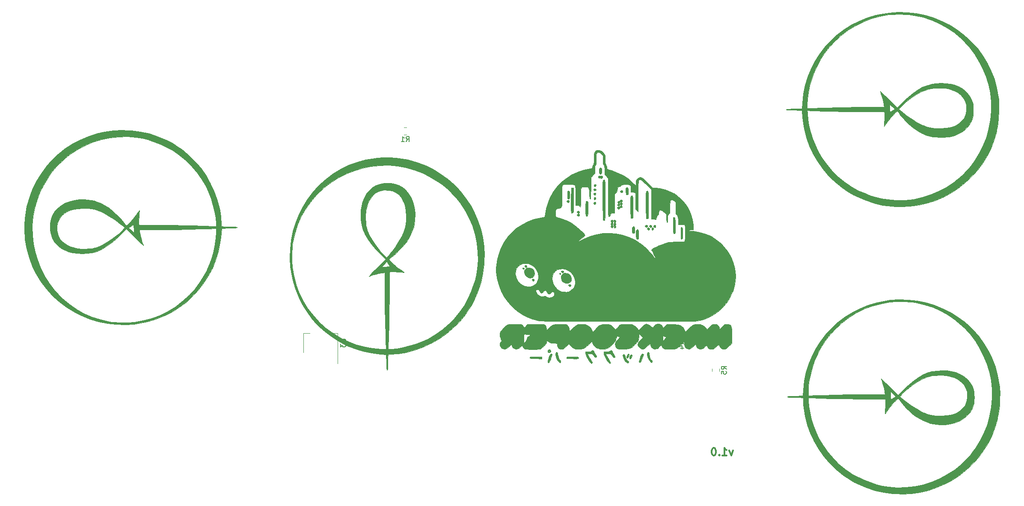
<source format=gbr>
G04 #@! TF.GenerationSoftware,KiCad,Pcbnew,5.0.2-bee76a0~70~ubuntu18.04.1*
G04 #@! TF.CreationDate,2019-08-21T16:40:53-04:00*
G04 #@! TF.ProjectId,output.pcb,6f757470-7574-42e7-9063-622e6b696361,rev?*
G04 #@! TF.SameCoordinates,Original*
G04 #@! TF.FileFunction,Legend,Bot*
G04 #@! TF.FilePolarity,Positive*
%FSLAX46Y46*%
G04 Gerber Fmt 4.6, Leading zero omitted, Abs format (unit mm)*
G04 Created by KiCad (PCBNEW 5.0.2-bee76a0~70~ubuntu18.04.1) date Wed 21 Aug 2019 04:40:53 PM EDT*
%MOMM*%
%LPD*%
G01*
G04 APERTURE LIST*
%ADD10C,0.300000*%
%ADD11C,0.010000*%
%ADD12C,0.120000*%
%ADD13C,0.150000*%
G04 APERTURE END LIST*
D10*
X181644657Y-131047371D02*
X181287514Y-132047371D01*
X180930371Y-131047371D01*
X179573228Y-132047371D02*
X180430371Y-132047371D01*
X180001800Y-132047371D02*
X180001800Y-130547371D01*
X180144657Y-130761657D01*
X180287514Y-130904514D01*
X180430371Y-130975942D01*
X178930371Y-131904514D02*
X178858942Y-131975942D01*
X178930371Y-132047371D01*
X179001800Y-131975942D01*
X178930371Y-131904514D01*
X178930371Y-132047371D01*
X177930371Y-130547371D02*
X177787514Y-130547371D01*
X177644657Y-130618800D01*
X177573228Y-130690228D01*
X177501800Y-130833085D01*
X177430371Y-131118800D01*
X177430371Y-131475942D01*
X177501800Y-131761657D01*
X177573228Y-131904514D01*
X177644657Y-131975942D01*
X177787514Y-132047371D01*
X177930371Y-132047371D01*
X178073228Y-131975942D01*
X178144657Y-131904514D01*
X178216085Y-131761657D01*
X178287514Y-131475942D01*
X178287514Y-131118800D01*
X178216085Y-130833085D01*
X178144657Y-130690228D01*
X178073228Y-130618800D01*
X177930371Y-130547371D01*
D11*
G04 #@! TO.C,G\002A\002A\002A*
G36*
X234396322Y-118500436D02*
X234336928Y-117963564D01*
X234016415Y-116172740D01*
X233541158Y-114439891D01*
X232914793Y-112773389D01*
X232140956Y-111181608D01*
X231223284Y-109672922D01*
X230165411Y-108255704D01*
X230073333Y-108144734D01*
X228865408Y-106829798D01*
X227552805Y-105642314D01*
X226146129Y-104585705D01*
X224655984Y-103663391D01*
X223092977Y-102878795D01*
X221467710Y-102235339D01*
X219790791Y-101736445D01*
X218072824Y-101385533D01*
X216324413Y-101186028D01*
X214556164Y-101141349D01*
X212778683Y-101254920D01*
X211002573Y-101530162D01*
X210159600Y-101719235D01*
X208445486Y-102227276D01*
X206807126Y-102880917D01*
X205251333Y-103672003D01*
X203784918Y-104592380D01*
X202414693Y-105633893D01*
X201147469Y-106788387D01*
X199990058Y-108047710D01*
X198949271Y-109403705D01*
X198031920Y-110848219D01*
X197244817Y-112373097D01*
X196594773Y-113970185D01*
X196088599Y-115631328D01*
X195733107Y-117348372D01*
X195535109Y-119113162D01*
X195527454Y-119236067D01*
X195469934Y-120209734D01*
X193945934Y-120262667D01*
X193457390Y-120280154D01*
X193031405Y-120296390D01*
X192695171Y-120310259D01*
X192475880Y-120320642D01*
X192400767Y-120326167D01*
X192380052Y-120403790D01*
X192379600Y-120421400D01*
X192459738Y-120461528D01*
X192682461Y-120490290D01*
X193021237Y-120504849D01*
X193170927Y-120506067D01*
X193650712Y-120512968D01*
X194188320Y-120531189D01*
X194677728Y-120557006D01*
X194737260Y-120561079D01*
X195512267Y-120616090D01*
X195512267Y-121093463D01*
X195527610Y-121465926D01*
X195569735Y-121957063D01*
X195632785Y-122519387D01*
X195710901Y-123105416D01*
X195798228Y-123667663D01*
X195888906Y-124158643D01*
X195892510Y-124176081D01*
X196337022Y-125909602D01*
X196935568Y-127586542D01*
X197681208Y-129196029D01*
X198567003Y-130727192D01*
X199586014Y-132169158D01*
X200731300Y-133511055D01*
X201995922Y-134742012D01*
X203319695Y-135812138D01*
X203951981Y-136264879D01*
X204531040Y-136649071D01*
X205110192Y-136996767D01*
X205742759Y-137340017D01*
X206462511Y-137701333D01*
X208092193Y-138403853D01*
X209777672Y-138949945D01*
X211507411Y-139338551D01*
X213269873Y-139568614D01*
X214136069Y-139602832D01*
X214136069Y-138365763D01*
X212394532Y-138221384D01*
X211175600Y-138021290D01*
X210107768Y-137763338D01*
X208970899Y-137404649D01*
X207814955Y-136964956D01*
X206689899Y-136463994D01*
X205645692Y-135921496D01*
X205206600Y-135663640D01*
X203880504Y-134757783D01*
X202617460Y-133709696D01*
X201437421Y-132540906D01*
X200360344Y-131272940D01*
X199406184Y-129927325D01*
X198601204Y-128537818D01*
X198056977Y-127375012D01*
X197579520Y-126135255D01*
X197179231Y-124856580D01*
X196866510Y-123577021D01*
X196651755Y-122334611D01*
X196545363Y-121167385D01*
X196539251Y-120996005D01*
X196528267Y-120596944D01*
X197480767Y-120638378D01*
X198447426Y-120676086D01*
X199550616Y-120711578D01*
X200757540Y-120744218D01*
X202035403Y-120773372D01*
X203351409Y-120798403D01*
X204672763Y-120818678D01*
X205966668Y-120833560D01*
X207200330Y-120842415D01*
X208136792Y-120844734D01*
X211765041Y-120844734D01*
X211822719Y-121074540D01*
X211837531Y-121239936D01*
X211838680Y-121536656D01*
X211826946Y-121927305D01*
X211803112Y-122374491D01*
X211792227Y-122535040D01*
X211761802Y-122970490D01*
X211737441Y-123340133D01*
X211721009Y-123613922D01*
X211714372Y-123761814D01*
X211714996Y-123779220D01*
X211764726Y-123719325D01*
X211893078Y-123545873D01*
X212081701Y-123284124D01*
X212312243Y-122959336D01*
X212360934Y-122890220D01*
X212640532Y-122512857D01*
X212911267Y-122175704D01*
X212911267Y-120920136D01*
X212861069Y-120522602D01*
X212825651Y-120178657D01*
X212800780Y-119824335D01*
X212797569Y-119750475D01*
X212784267Y-119375883D01*
X212974767Y-119542711D01*
X213149612Y-119695487D01*
X213384872Y-119900641D01*
X213520753Y-120018987D01*
X213876238Y-120328437D01*
X213393753Y-120624287D01*
X212911267Y-120920136D01*
X212911267Y-122175704D01*
X212954218Y-122122216D01*
X213280702Y-121741275D01*
X213598691Y-121393014D01*
X213886894Y-121100410D01*
X214124019Y-120886443D01*
X214288774Y-120774092D01*
X214332208Y-120762749D01*
X214424270Y-120830182D01*
X214577119Y-121006859D01*
X214761830Y-121258405D01*
X214813113Y-121334249D01*
X215109637Y-121729155D01*
X215510880Y-122190143D01*
X215983882Y-122684714D01*
X216495681Y-123180366D01*
X217013318Y-123644601D01*
X217503833Y-124044920D01*
X217735534Y-124215835D01*
X218502700Y-124710693D01*
X219293200Y-125136668D01*
X220062602Y-125471852D01*
X220700600Y-125677861D01*
X221287785Y-125792581D01*
X221983769Y-125870345D01*
X222597977Y-125902370D01*
X222597977Y-124145622D01*
X221863283Y-124130345D01*
X221241033Y-124076262D01*
X220676774Y-123973176D01*
X220116051Y-123810892D01*
X219504409Y-123579215D01*
X219447969Y-123555847D01*
X218867589Y-123282916D01*
X218202814Y-122918287D01*
X217491913Y-122486997D01*
X216773155Y-122014083D01*
X216084810Y-121524582D01*
X215465147Y-121043532D01*
X215019338Y-120658437D01*
X214644950Y-120313339D01*
X215005775Y-119921390D01*
X215226777Y-119696975D01*
X215531100Y-119408548D01*
X215871631Y-119100081D01*
X216086267Y-118912923D01*
X217082197Y-118124701D01*
X218093323Y-117449277D01*
X219097479Y-116899475D01*
X220072501Y-116488116D01*
X220531267Y-116341441D01*
X221045255Y-116236139D01*
X221674639Y-116169707D01*
X222370015Y-116142086D01*
X223081981Y-116153219D01*
X223761134Y-116203048D01*
X224358071Y-116291515D01*
X224595267Y-116346183D01*
X225493734Y-116650070D01*
X226264294Y-117046257D01*
X226901573Y-117529194D01*
X227400197Y-118093330D01*
X227754791Y-118733114D01*
X227959981Y-119442995D01*
X228007707Y-119870648D01*
X227986505Y-120724427D01*
X227826640Y-121481850D01*
X227525950Y-122146768D01*
X227082273Y-122723033D01*
X226493448Y-123214495D01*
X225952543Y-123531136D01*
X225341328Y-123788141D01*
X224659566Y-123972258D01*
X223880912Y-124088312D01*
X222979023Y-124141128D01*
X222597977Y-124145622D01*
X222597977Y-125902370D01*
X222731707Y-125909343D01*
X223474753Y-125907766D01*
X224156060Y-125863804D01*
X224593183Y-125801768D01*
X225592622Y-125544280D01*
X226500290Y-125171730D01*
X227304960Y-124693323D01*
X227995403Y-124118267D01*
X228560391Y-123455766D01*
X228988695Y-122715028D01*
X229249293Y-121984216D01*
X229320654Y-121582240D01*
X229363656Y-121070088D01*
X229378232Y-120503450D01*
X229364315Y-119938017D01*
X229321837Y-119429479D01*
X229252858Y-119041604D01*
X228958786Y-118241204D01*
X228517689Y-117506687D01*
X227943643Y-116851793D01*
X227250729Y-116290264D01*
X226453025Y-115835841D01*
X225653600Y-115528714D01*
X224859166Y-115343094D01*
X223963982Y-115231115D01*
X223020591Y-115194477D01*
X222081536Y-115234885D01*
X221199359Y-115354041D01*
X221068772Y-115380155D01*
X220139046Y-115643496D01*
X219202664Y-116046695D01*
X218251775Y-116594710D01*
X217278525Y-117292496D01*
X216275062Y-118145008D01*
X215478637Y-118908224D01*
X214320673Y-120069408D01*
X212654769Y-118419661D01*
X212220026Y-117991311D01*
X211825334Y-117606591D01*
X211486288Y-117280367D01*
X211218485Y-117027505D01*
X211037521Y-116862874D01*
X210958993Y-116801339D01*
X210957242Y-116801537D01*
X210967134Y-116891202D01*
X211026190Y-117088331D01*
X211088155Y-117260920D01*
X211236344Y-117701882D01*
X211386392Y-118233639D01*
X211520044Y-118784129D01*
X211619043Y-119281291D01*
X211647488Y-119468900D01*
X211705416Y-119913400D01*
X208456008Y-119913541D01*
X207580708Y-119916052D01*
X206629076Y-119923102D01*
X205645615Y-119934075D01*
X204674827Y-119948355D01*
X203761216Y-119965325D01*
X202949283Y-119984369D01*
X202581934Y-119994890D01*
X201822481Y-120018415D01*
X201020247Y-120043313D01*
X200217786Y-120068260D01*
X199457652Y-120091933D01*
X198782401Y-120113006D01*
X198242767Y-120129900D01*
X196528267Y-120183702D01*
X196528267Y-119460221D01*
X196587878Y-118277212D01*
X196760679Y-117013386D01*
X197037624Y-115705110D01*
X197409667Y-114388750D01*
X197867761Y-113100674D01*
X198402859Y-111877247D01*
X198426925Y-111827734D01*
X199127200Y-110517824D01*
X199903602Y-109314040D01*
X200785953Y-108174539D01*
X201804077Y-107057478D01*
X201886567Y-106973613D01*
X203195140Y-105766704D01*
X204589626Y-104704894D01*
X206064818Y-103790685D01*
X207615509Y-103026580D01*
X209236490Y-102415082D01*
X210922556Y-101958694D01*
X212668498Y-101659918D01*
X213027614Y-101618961D01*
X213614723Y-101576419D01*
X214304476Y-101556844D01*
X215051038Y-101558927D01*
X215808573Y-101581361D01*
X216531245Y-101622837D01*
X217173217Y-101682047D01*
X217652600Y-101750957D01*
X219419335Y-102151495D01*
X221092361Y-102692526D01*
X222674978Y-103375750D01*
X224170484Y-104202867D01*
X225582179Y-105175579D01*
X226913362Y-106295586D01*
X227428914Y-106790067D01*
X228557908Y-108027628D01*
X229571977Y-109373137D01*
X230464698Y-110810251D01*
X231229646Y-112322624D01*
X231860398Y-113893912D01*
X232350531Y-115507769D01*
X232693619Y-117147852D01*
X232883241Y-118797814D01*
X232912972Y-120441311D01*
X232901825Y-120715596D01*
X232735919Y-122515494D01*
X232417586Y-124246046D01*
X231944265Y-125914288D01*
X231313392Y-127527254D01*
X230522405Y-129091980D01*
X229568741Y-130615501D01*
X229016582Y-131381988D01*
X228639502Y-131844728D01*
X228160403Y-132374746D01*
X227613437Y-132938666D01*
X227032758Y-133503112D01*
X226452517Y-134034709D01*
X225906866Y-134500082D01*
X225512214Y-134806656D01*
X224025987Y-135793134D01*
X222481149Y-136623026D01*
X220885079Y-137294676D01*
X219245156Y-137806429D01*
X217568761Y-138156631D01*
X215863272Y-138343628D01*
X214136069Y-138365763D01*
X214136069Y-139602832D01*
X215053521Y-139639076D01*
X216846818Y-139548879D01*
X218638227Y-139296965D01*
X220146885Y-138955948D01*
X221817024Y-138425906D01*
X223421813Y-137746934D01*
X224952550Y-136928108D01*
X226400533Y-135978504D01*
X227757059Y-134907199D01*
X229013429Y-133723268D01*
X230160939Y-132435787D01*
X231190888Y-131053832D01*
X232094575Y-129586480D01*
X232863297Y-128042806D01*
X233488353Y-126431885D01*
X233961042Y-124762796D01*
X234023869Y-124482056D01*
X234229724Y-123330533D01*
X234372287Y-122106851D01*
X234449167Y-120860767D01*
X234457976Y-119642043D01*
X234396322Y-118500436D01*
X234396322Y-118500436D01*
G37*
X234396322Y-118500436D02*
X234336928Y-117963564D01*
X234016415Y-116172740D01*
X233541158Y-114439891D01*
X232914793Y-112773389D01*
X232140956Y-111181608D01*
X231223284Y-109672922D01*
X230165411Y-108255704D01*
X230073333Y-108144734D01*
X228865408Y-106829798D01*
X227552805Y-105642314D01*
X226146129Y-104585705D01*
X224655984Y-103663391D01*
X223092977Y-102878795D01*
X221467710Y-102235339D01*
X219790791Y-101736445D01*
X218072824Y-101385533D01*
X216324413Y-101186028D01*
X214556164Y-101141349D01*
X212778683Y-101254920D01*
X211002573Y-101530162D01*
X210159600Y-101719235D01*
X208445486Y-102227276D01*
X206807126Y-102880917D01*
X205251333Y-103672003D01*
X203784918Y-104592380D01*
X202414693Y-105633893D01*
X201147469Y-106788387D01*
X199990058Y-108047710D01*
X198949271Y-109403705D01*
X198031920Y-110848219D01*
X197244817Y-112373097D01*
X196594773Y-113970185D01*
X196088599Y-115631328D01*
X195733107Y-117348372D01*
X195535109Y-119113162D01*
X195527454Y-119236067D01*
X195469934Y-120209734D01*
X193945934Y-120262667D01*
X193457390Y-120280154D01*
X193031405Y-120296390D01*
X192695171Y-120310259D01*
X192475880Y-120320642D01*
X192400767Y-120326167D01*
X192380052Y-120403790D01*
X192379600Y-120421400D01*
X192459738Y-120461528D01*
X192682461Y-120490290D01*
X193021237Y-120504849D01*
X193170927Y-120506067D01*
X193650712Y-120512968D01*
X194188320Y-120531189D01*
X194677728Y-120557006D01*
X194737260Y-120561079D01*
X195512267Y-120616090D01*
X195512267Y-121093463D01*
X195527610Y-121465926D01*
X195569735Y-121957063D01*
X195632785Y-122519387D01*
X195710901Y-123105416D01*
X195798228Y-123667663D01*
X195888906Y-124158643D01*
X195892510Y-124176081D01*
X196337022Y-125909602D01*
X196935568Y-127586542D01*
X197681208Y-129196029D01*
X198567003Y-130727192D01*
X199586014Y-132169158D01*
X200731300Y-133511055D01*
X201995922Y-134742012D01*
X203319695Y-135812138D01*
X203951981Y-136264879D01*
X204531040Y-136649071D01*
X205110192Y-136996767D01*
X205742759Y-137340017D01*
X206462511Y-137701333D01*
X208092193Y-138403853D01*
X209777672Y-138949945D01*
X211507411Y-139338551D01*
X213269873Y-139568614D01*
X214136069Y-139602832D01*
X214136069Y-138365763D01*
X212394532Y-138221384D01*
X211175600Y-138021290D01*
X210107768Y-137763338D01*
X208970899Y-137404649D01*
X207814955Y-136964956D01*
X206689899Y-136463994D01*
X205645692Y-135921496D01*
X205206600Y-135663640D01*
X203880504Y-134757783D01*
X202617460Y-133709696D01*
X201437421Y-132540906D01*
X200360344Y-131272940D01*
X199406184Y-129927325D01*
X198601204Y-128537818D01*
X198056977Y-127375012D01*
X197579520Y-126135255D01*
X197179231Y-124856580D01*
X196866510Y-123577021D01*
X196651755Y-122334611D01*
X196545363Y-121167385D01*
X196539251Y-120996005D01*
X196528267Y-120596944D01*
X197480767Y-120638378D01*
X198447426Y-120676086D01*
X199550616Y-120711578D01*
X200757540Y-120744218D01*
X202035403Y-120773372D01*
X203351409Y-120798403D01*
X204672763Y-120818678D01*
X205966668Y-120833560D01*
X207200330Y-120842415D01*
X208136792Y-120844734D01*
X211765041Y-120844734D01*
X211822719Y-121074540D01*
X211837531Y-121239936D01*
X211838680Y-121536656D01*
X211826946Y-121927305D01*
X211803112Y-122374491D01*
X211792227Y-122535040D01*
X211761802Y-122970490D01*
X211737441Y-123340133D01*
X211721009Y-123613922D01*
X211714372Y-123761814D01*
X211714996Y-123779220D01*
X211764726Y-123719325D01*
X211893078Y-123545873D01*
X212081701Y-123284124D01*
X212312243Y-122959336D01*
X212360934Y-122890220D01*
X212640532Y-122512857D01*
X212911267Y-122175704D01*
X212911267Y-120920136D01*
X212861069Y-120522602D01*
X212825651Y-120178657D01*
X212800780Y-119824335D01*
X212797569Y-119750475D01*
X212784267Y-119375883D01*
X212974767Y-119542711D01*
X213149612Y-119695487D01*
X213384872Y-119900641D01*
X213520753Y-120018987D01*
X213876238Y-120328437D01*
X213393753Y-120624287D01*
X212911267Y-120920136D01*
X212911267Y-122175704D01*
X212954218Y-122122216D01*
X213280702Y-121741275D01*
X213598691Y-121393014D01*
X213886894Y-121100410D01*
X214124019Y-120886443D01*
X214288774Y-120774092D01*
X214332208Y-120762749D01*
X214424270Y-120830182D01*
X214577119Y-121006859D01*
X214761830Y-121258405D01*
X214813113Y-121334249D01*
X215109637Y-121729155D01*
X215510880Y-122190143D01*
X215983882Y-122684714D01*
X216495681Y-123180366D01*
X217013318Y-123644601D01*
X217503833Y-124044920D01*
X217735534Y-124215835D01*
X218502700Y-124710693D01*
X219293200Y-125136668D01*
X220062602Y-125471852D01*
X220700600Y-125677861D01*
X221287785Y-125792581D01*
X221983769Y-125870345D01*
X222597977Y-125902370D01*
X222597977Y-124145622D01*
X221863283Y-124130345D01*
X221241033Y-124076262D01*
X220676774Y-123973176D01*
X220116051Y-123810892D01*
X219504409Y-123579215D01*
X219447969Y-123555847D01*
X218867589Y-123282916D01*
X218202814Y-122918287D01*
X217491913Y-122486997D01*
X216773155Y-122014083D01*
X216084810Y-121524582D01*
X215465147Y-121043532D01*
X215019338Y-120658437D01*
X214644950Y-120313339D01*
X215005775Y-119921390D01*
X215226777Y-119696975D01*
X215531100Y-119408548D01*
X215871631Y-119100081D01*
X216086267Y-118912923D01*
X217082197Y-118124701D01*
X218093323Y-117449277D01*
X219097479Y-116899475D01*
X220072501Y-116488116D01*
X220531267Y-116341441D01*
X221045255Y-116236139D01*
X221674639Y-116169707D01*
X222370015Y-116142086D01*
X223081981Y-116153219D01*
X223761134Y-116203048D01*
X224358071Y-116291515D01*
X224595267Y-116346183D01*
X225493734Y-116650070D01*
X226264294Y-117046257D01*
X226901573Y-117529194D01*
X227400197Y-118093330D01*
X227754791Y-118733114D01*
X227959981Y-119442995D01*
X228007707Y-119870648D01*
X227986505Y-120724427D01*
X227826640Y-121481850D01*
X227525950Y-122146768D01*
X227082273Y-122723033D01*
X226493448Y-123214495D01*
X225952543Y-123531136D01*
X225341328Y-123788141D01*
X224659566Y-123972258D01*
X223880912Y-124088312D01*
X222979023Y-124141128D01*
X222597977Y-124145622D01*
X222597977Y-125902370D01*
X222731707Y-125909343D01*
X223474753Y-125907766D01*
X224156060Y-125863804D01*
X224593183Y-125801768D01*
X225592622Y-125544280D01*
X226500290Y-125171730D01*
X227304960Y-124693323D01*
X227995403Y-124118267D01*
X228560391Y-123455766D01*
X228988695Y-122715028D01*
X229249293Y-121984216D01*
X229320654Y-121582240D01*
X229363656Y-121070088D01*
X229378232Y-120503450D01*
X229364315Y-119938017D01*
X229321837Y-119429479D01*
X229252858Y-119041604D01*
X228958786Y-118241204D01*
X228517689Y-117506687D01*
X227943643Y-116851793D01*
X227250729Y-116290264D01*
X226453025Y-115835841D01*
X225653600Y-115528714D01*
X224859166Y-115343094D01*
X223963982Y-115231115D01*
X223020591Y-115194477D01*
X222081536Y-115234885D01*
X221199359Y-115354041D01*
X221068772Y-115380155D01*
X220139046Y-115643496D01*
X219202664Y-116046695D01*
X218251775Y-116594710D01*
X217278525Y-117292496D01*
X216275062Y-118145008D01*
X215478637Y-118908224D01*
X214320673Y-120069408D01*
X212654769Y-118419661D01*
X212220026Y-117991311D01*
X211825334Y-117606591D01*
X211486288Y-117280367D01*
X211218485Y-117027505D01*
X211037521Y-116862874D01*
X210958993Y-116801339D01*
X210957242Y-116801537D01*
X210967134Y-116891202D01*
X211026190Y-117088331D01*
X211088155Y-117260920D01*
X211236344Y-117701882D01*
X211386392Y-118233639D01*
X211520044Y-118784129D01*
X211619043Y-119281291D01*
X211647488Y-119468900D01*
X211705416Y-119913400D01*
X208456008Y-119913541D01*
X207580708Y-119916052D01*
X206629076Y-119923102D01*
X205645615Y-119934075D01*
X204674827Y-119948355D01*
X203761216Y-119965325D01*
X202949283Y-119984369D01*
X202581934Y-119994890D01*
X201822481Y-120018415D01*
X201020247Y-120043313D01*
X200217786Y-120068260D01*
X199457652Y-120091933D01*
X198782401Y-120113006D01*
X198242767Y-120129900D01*
X196528267Y-120183702D01*
X196528267Y-119460221D01*
X196587878Y-118277212D01*
X196760679Y-117013386D01*
X197037624Y-115705110D01*
X197409667Y-114388750D01*
X197867761Y-113100674D01*
X198402859Y-111877247D01*
X198426925Y-111827734D01*
X199127200Y-110517824D01*
X199903602Y-109314040D01*
X200785953Y-108174539D01*
X201804077Y-107057478D01*
X201886567Y-106973613D01*
X203195140Y-105766704D01*
X204589626Y-104704894D01*
X206064818Y-103790685D01*
X207615509Y-103026580D01*
X209236490Y-102415082D01*
X210922556Y-101958694D01*
X212668498Y-101659918D01*
X213027614Y-101618961D01*
X213614723Y-101576419D01*
X214304476Y-101556844D01*
X215051038Y-101558927D01*
X215808573Y-101581361D01*
X216531245Y-101622837D01*
X217173217Y-101682047D01*
X217652600Y-101750957D01*
X219419335Y-102151495D01*
X221092361Y-102692526D01*
X222674978Y-103375750D01*
X224170484Y-104202867D01*
X225582179Y-105175579D01*
X226913362Y-106295586D01*
X227428914Y-106790067D01*
X228557908Y-108027628D01*
X229571977Y-109373137D01*
X230464698Y-110810251D01*
X231229646Y-112322624D01*
X231860398Y-113893912D01*
X232350531Y-115507769D01*
X232693619Y-117147852D01*
X232883241Y-118797814D01*
X232912972Y-120441311D01*
X232901825Y-120715596D01*
X232735919Y-122515494D01*
X232417586Y-124246046D01*
X231944265Y-125914288D01*
X231313392Y-127527254D01*
X230522405Y-129091980D01*
X229568741Y-130615501D01*
X229016582Y-131381988D01*
X228639502Y-131844728D01*
X228160403Y-132374746D01*
X227613437Y-132938666D01*
X227032758Y-133503112D01*
X226452517Y-134034709D01*
X225906866Y-134500082D01*
X225512214Y-134806656D01*
X224025987Y-135793134D01*
X222481149Y-136623026D01*
X220885079Y-137294676D01*
X219245156Y-137806429D01*
X217568761Y-138156631D01*
X215863272Y-138343628D01*
X214136069Y-138365763D01*
X214136069Y-139602832D01*
X215053521Y-139639076D01*
X216846818Y-139548879D01*
X218638227Y-139296965D01*
X220146885Y-138955948D01*
X221817024Y-138425906D01*
X223421813Y-137746934D01*
X224952550Y-136928108D01*
X226400533Y-135978504D01*
X227757059Y-134907199D01*
X229013429Y-133723268D01*
X230160939Y-132435787D01*
X231190888Y-131053832D01*
X232094575Y-129586480D01*
X232863297Y-128042806D01*
X233488353Y-126431885D01*
X233961042Y-124762796D01*
X234023869Y-124482056D01*
X234229724Y-123330533D01*
X234372287Y-122106851D01*
X234449167Y-120860767D01*
X234457976Y-119642043D01*
X234396322Y-118500436D01*
G36*
X234218522Y-61629836D02*
X234159128Y-61092964D01*
X233838615Y-59302140D01*
X233363358Y-57569291D01*
X232736993Y-55902789D01*
X231963156Y-54311008D01*
X231045484Y-52802322D01*
X229987611Y-51385104D01*
X229895533Y-51274134D01*
X228687608Y-49959198D01*
X227375005Y-48771714D01*
X225968329Y-47715105D01*
X224478184Y-46792791D01*
X222915177Y-46008195D01*
X221289910Y-45364739D01*
X219612991Y-44865845D01*
X217895024Y-44514933D01*
X216146613Y-44315428D01*
X214378364Y-44270749D01*
X212600883Y-44384320D01*
X210824773Y-44659562D01*
X209981800Y-44848635D01*
X208267686Y-45356676D01*
X206629326Y-46010317D01*
X205073533Y-46801403D01*
X203607118Y-47721780D01*
X202236893Y-48763293D01*
X200969669Y-49917787D01*
X199812258Y-51177110D01*
X198771471Y-52533105D01*
X197854120Y-53977619D01*
X197067017Y-55502497D01*
X196416973Y-57099585D01*
X195910799Y-58760728D01*
X195555307Y-60477772D01*
X195357309Y-62242562D01*
X195349654Y-62365467D01*
X195292134Y-63339134D01*
X193768134Y-63392067D01*
X193279590Y-63409554D01*
X192853605Y-63425790D01*
X192517371Y-63439659D01*
X192298080Y-63450042D01*
X192222967Y-63455567D01*
X192202252Y-63533190D01*
X192201800Y-63550800D01*
X192281938Y-63590928D01*
X192504661Y-63619690D01*
X192843437Y-63634249D01*
X192993127Y-63635467D01*
X193472912Y-63642368D01*
X194010520Y-63660589D01*
X194499928Y-63686406D01*
X194559460Y-63690479D01*
X195334467Y-63745490D01*
X195334467Y-64222863D01*
X195349810Y-64595326D01*
X195391935Y-65086463D01*
X195454985Y-65648787D01*
X195533101Y-66234816D01*
X195620428Y-66797063D01*
X195711106Y-67288043D01*
X195714710Y-67305481D01*
X196159222Y-69039002D01*
X196757768Y-70715942D01*
X197503408Y-72325429D01*
X198389203Y-73856592D01*
X199408214Y-75298558D01*
X200553500Y-76640455D01*
X201818122Y-77871412D01*
X203141895Y-78941538D01*
X203774181Y-79394279D01*
X204353240Y-79778471D01*
X204932392Y-80126167D01*
X205564959Y-80469417D01*
X206284711Y-80830733D01*
X207914393Y-81533253D01*
X209599872Y-82079345D01*
X211329611Y-82467951D01*
X213092073Y-82698014D01*
X213958269Y-82732232D01*
X213958269Y-81495163D01*
X212216732Y-81350784D01*
X210997800Y-81150690D01*
X209929968Y-80892738D01*
X208793099Y-80534049D01*
X207637155Y-80094356D01*
X206512099Y-79593394D01*
X205467892Y-79050896D01*
X205028800Y-78793040D01*
X203702704Y-77887183D01*
X202439660Y-76839096D01*
X201259621Y-75670306D01*
X200182544Y-74402340D01*
X199228384Y-73056725D01*
X198423404Y-71667218D01*
X197879177Y-70504412D01*
X197401720Y-69264655D01*
X197001431Y-67985980D01*
X196688710Y-66706421D01*
X196473955Y-65464011D01*
X196367563Y-64296785D01*
X196361451Y-64125405D01*
X196350467Y-63726344D01*
X197302967Y-63767778D01*
X198269626Y-63805486D01*
X199372816Y-63840978D01*
X200579740Y-63873618D01*
X201857603Y-63902772D01*
X203173609Y-63927803D01*
X204494963Y-63948078D01*
X205788868Y-63962960D01*
X207022530Y-63971815D01*
X207958992Y-63974134D01*
X211587241Y-63974134D01*
X211644919Y-64203940D01*
X211659731Y-64369336D01*
X211660880Y-64666056D01*
X211649146Y-65056705D01*
X211625312Y-65503891D01*
X211614427Y-65664440D01*
X211584002Y-66099890D01*
X211559641Y-66469533D01*
X211543209Y-66743322D01*
X211536572Y-66891214D01*
X211537196Y-66908620D01*
X211586926Y-66848725D01*
X211715278Y-66675273D01*
X211903901Y-66413524D01*
X212134443Y-66088736D01*
X212183134Y-66019620D01*
X212462732Y-65642257D01*
X212733467Y-65305104D01*
X212733467Y-64049536D01*
X212683269Y-63652002D01*
X212647851Y-63308057D01*
X212622980Y-62953735D01*
X212619769Y-62879875D01*
X212606467Y-62505283D01*
X212796967Y-62672111D01*
X212971812Y-62824887D01*
X213207072Y-63030041D01*
X213342953Y-63148387D01*
X213698438Y-63457837D01*
X213215953Y-63753687D01*
X212733467Y-64049536D01*
X212733467Y-65305104D01*
X212776418Y-65251616D01*
X213102902Y-64870675D01*
X213420891Y-64522414D01*
X213709094Y-64229810D01*
X213946219Y-64015843D01*
X214110974Y-63903492D01*
X214154408Y-63892149D01*
X214246470Y-63959582D01*
X214399319Y-64136259D01*
X214584030Y-64387805D01*
X214635313Y-64463649D01*
X214931837Y-64858555D01*
X215333080Y-65319543D01*
X215806082Y-65814114D01*
X216317881Y-66309766D01*
X216835518Y-66774001D01*
X217326033Y-67174320D01*
X217557734Y-67345235D01*
X218324900Y-67840093D01*
X219115400Y-68266068D01*
X219884802Y-68601252D01*
X220522800Y-68807261D01*
X221109985Y-68921981D01*
X221805969Y-68999745D01*
X222420177Y-69031770D01*
X222420177Y-67275022D01*
X221685483Y-67259745D01*
X221063233Y-67205662D01*
X220498974Y-67102576D01*
X219938251Y-66940292D01*
X219326609Y-66708615D01*
X219270169Y-66685247D01*
X218689789Y-66412316D01*
X218025014Y-66047687D01*
X217314113Y-65616397D01*
X216595355Y-65143483D01*
X215907010Y-64653982D01*
X215287347Y-64172932D01*
X214841538Y-63787837D01*
X214467150Y-63442739D01*
X214827975Y-63050790D01*
X215048977Y-62826375D01*
X215353300Y-62537948D01*
X215693831Y-62229481D01*
X215908467Y-62042323D01*
X216904397Y-61254101D01*
X217915523Y-60578677D01*
X218919679Y-60028875D01*
X219894701Y-59617516D01*
X220353467Y-59470841D01*
X220867455Y-59365539D01*
X221496839Y-59299107D01*
X222192215Y-59271486D01*
X222904181Y-59282619D01*
X223583334Y-59332448D01*
X224180271Y-59420915D01*
X224417467Y-59475583D01*
X225315934Y-59779470D01*
X226086494Y-60175657D01*
X226723773Y-60658594D01*
X227222397Y-61222730D01*
X227576991Y-61862514D01*
X227782181Y-62572395D01*
X227829907Y-63000048D01*
X227808705Y-63853827D01*
X227648840Y-64611250D01*
X227348150Y-65276168D01*
X226904473Y-65852433D01*
X226315648Y-66343895D01*
X225774743Y-66660536D01*
X225163528Y-66917541D01*
X224481766Y-67101658D01*
X223703112Y-67217712D01*
X222801223Y-67270528D01*
X222420177Y-67275022D01*
X222420177Y-69031770D01*
X222553907Y-69038743D01*
X223296953Y-69037166D01*
X223978260Y-68993204D01*
X224415383Y-68931168D01*
X225414822Y-68673680D01*
X226322490Y-68301130D01*
X227127160Y-67822723D01*
X227817603Y-67247667D01*
X228382591Y-66585166D01*
X228810895Y-65844428D01*
X229071493Y-65113616D01*
X229142854Y-64711640D01*
X229185856Y-64199488D01*
X229200432Y-63632850D01*
X229186515Y-63067417D01*
X229144037Y-62558879D01*
X229075058Y-62171004D01*
X228780986Y-61370604D01*
X228339889Y-60636087D01*
X227765843Y-59981193D01*
X227072929Y-59419664D01*
X226275225Y-58965241D01*
X225475800Y-58658114D01*
X224681366Y-58472494D01*
X223786182Y-58360515D01*
X222842791Y-58323877D01*
X221903736Y-58364285D01*
X221021559Y-58483441D01*
X220890972Y-58509555D01*
X219961246Y-58772896D01*
X219024864Y-59176095D01*
X218073975Y-59724110D01*
X217100725Y-60421896D01*
X216097262Y-61274408D01*
X215300837Y-62037624D01*
X214142873Y-63198808D01*
X212476969Y-61549061D01*
X212042226Y-61120711D01*
X211647534Y-60735991D01*
X211308488Y-60409767D01*
X211040685Y-60156905D01*
X210859721Y-59992274D01*
X210781193Y-59930739D01*
X210779442Y-59930937D01*
X210789334Y-60020602D01*
X210848390Y-60217731D01*
X210910355Y-60390320D01*
X211058544Y-60831282D01*
X211208592Y-61363039D01*
X211342244Y-61913529D01*
X211441243Y-62410691D01*
X211469688Y-62598300D01*
X211527616Y-63042800D01*
X208278208Y-63042941D01*
X207402908Y-63045452D01*
X206451276Y-63052502D01*
X205467815Y-63063475D01*
X204497027Y-63077755D01*
X203583416Y-63094725D01*
X202771483Y-63113769D01*
X202404134Y-63124290D01*
X201644681Y-63147815D01*
X200842447Y-63172713D01*
X200039986Y-63197660D01*
X199279852Y-63221333D01*
X198604601Y-63242406D01*
X198064967Y-63259300D01*
X196350467Y-63313102D01*
X196350467Y-62589621D01*
X196410078Y-61406612D01*
X196582879Y-60142786D01*
X196859824Y-58834510D01*
X197231867Y-57518150D01*
X197689961Y-56230074D01*
X198225059Y-55006647D01*
X198249125Y-54957134D01*
X198949400Y-53647224D01*
X199725802Y-52443440D01*
X200608153Y-51303939D01*
X201626277Y-50186878D01*
X201708767Y-50103013D01*
X203017340Y-48896104D01*
X204411826Y-47834294D01*
X205887018Y-46920085D01*
X207437709Y-46155980D01*
X209058690Y-45544482D01*
X210744756Y-45088094D01*
X212490698Y-44789318D01*
X212849814Y-44748361D01*
X213436923Y-44705819D01*
X214126676Y-44686244D01*
X214873238Y-44688327D01*
X215630773Y-44710761D01*
X216353445Y-44752237D01*
X216995417Y-44811447D01*
X217474800Y-44880357D01*
X219241535Y-45280895D01*
X220914561Y-45821926D01*
X222497178Y-46505150D01*
X223992684Y-47332267D01*
X225404379Y-48304979D01*
X226735562Y-49424986D01*
X227251114Y-49919467D01*
X228380108Y-51157028D01*
X229394177Y-52502537D01*
X230286898Y-53939651D01*
X231051846Y-55452024D01*
X231682598Y-57023312D01*
X232172731Y-58637169D01*
X232515819Y-60277252D01*
X232705441Y-61927214D01*
X232735172Y-63570711D01*
X232724025Y-63844996D01*
X232558119Y-65644894D01*
X232239786Y-67375446D01*
X231766465Y-69043688D01*
X231135592Y-70656654D01*
X230344605Y-72221380D01*
X229390941Y-73744901D01*
X228838782Y-74511388D01*
X228461702Y-74974128D01*
X227982603Y-75504146D01*
X227435637Y-76068066D01*
X226854958Y-76632512D01*
X226274717Y-77164109D01*
X225729066Y-77629482D01*
X225334414Y-77936056D01*
X223848187Y-78922534D01*
X222303349Y-79752426D01*
X220707279Y-80424076D01*
X219067356Y-80935829D01*
X217390961Y-81286031D01*
X215685472Y-81473028D01*
X213958269Y-81495163D01*
X213958269Y-82732232D01*
X214875721Y-82768476D01*
X216669018Y-82678279D01*
X218460427Y-82426365D01*
X219969085Y-82085348D01*
X221639224Y-81555306D01*
X223244013Y-80876334D01*
X224774750Y-80057508D01*
X226222733Y-79107904D01*
X227579259Y-78036599D01*
X228835629Y-76852668D01*
X229983139Y-75565187D01*
X231013088Y-74183232D01*
X231916775Y-72715880D01*
X232685497Y-71172206D01*
X233310553Y-69561285D01*
X233783242Y-67892196D01*
X233846069Y-67611456D01*
X234051924Y-66459933D01*
X234194487Y-65236251D01*
X234271367Y-63990167D01*
X234280176Y-62771443D01*
X234218522Y-61629836D01*
X234218522Y-61629836D01*
G37*
X234218522Y-61629836D02*
X234159128Y-61092964D01*
X233838615Y-59302140D01*
X233363358Y-57569291D01*
X232736993Y-55902789D01*
X231963156Y-54311008D01*
X231045484Y-52802322D01*
X229987611Y-51385104D01*
X229895533Y-51274134D01*
X228687608Y-49959198D01*
X227375005Y-48771714D01*
X225968329Y-47715105D01*
X224478184Y-46792791D01*
X222915177Y-46008195D01*
X221289910Y-45364739D01*
X219612991Y-44865845D01*
X217895024Y-44514933D01*
X216146613Y-44315428D01*
X214378364Y-44270749D01*
X212600883Y-44384320D01*
X210824773Y-44659562D01*
X209981800Y-44848635D01*
X208267686Y-45356676D01*
X206629326Y-46010317D01*
X205073533Y-46801403D01*
X203607118Y-47721780D01*
X202236893Y-48763293D01*
X200969669Y-49917787D01*
X199812258Y-51177110D01*
X198771471Y-52533105D01*
X197854120Y-53977619D01*
X197067017Y-55502497D01*
X196416973Y-57099585D01*
X195910799Y-58760728D01*
X195555307Y-60477772D01*
X195357309Y-62242562D01*
X195349654Y-62365467D01*
X195292134Y-63339134D01*
X193768134Y-63392067D01*
X193279590Y-63409554D01*
X192853605Y-63425790D01*
X192517371Y-63439659D01*
X192298080Y-63450042D01*
X192222967Y-63455567D01*
X192202252Y-63533190D01*
X192201800Y-63550800D01*
X192281938Y-63590928D01*
X192504661Y-63619690D01*
X192843437Y-63634249D01*
X192993127Y-63635467D01*
X193472912Y-63642368D01*
X194010520Y-63660589D01*
X194499928Y-63686406D01*
X194559460Y-63690479D01*
X195334467Y-63745490D01*
X195334467Y-64222863D01*
X195349810Y-64595326D01*
X195391935Y-65086463D01*
X195454985Y-65648787D01*
X195533101Y-66234816D01*
X195620428Y-66797063D01*
X195711106Y-67288043D01*
X195714710Y-67305481D01*
X196159222Y-69039002D01*
X196757768Y-70715942D01*
X197503408Y-72325429D01*
X198389203Y-73856592D01*
X199408214Y-75298558D01*
X200553500Y-76640455D01*
X201818122Y-77871412D01*
X203141895Y-78941538D01*
X203774181Y-79394279D01*
X204353240Y-79778471D01*
X204932392Y-80126167D01*
X205564959Y-80469417D01*
X206284711Y-80830733D01*
X207914393Y-81533253D01*
X209599872Y-82079345D01*
X211329611Y-82467951D01*
X213092073Y-82698014D01*
X213958269Y-82732232D01*
X213958269Y-81495163D01*
X212216732Y-81350784D01*
X210997800Y-81150690D01*
X209929968Y-80892738D01*
X208793099Y-80534049D01*
X207637155Y-80094356D01*
X206512099Y-79593394D01*
X205467892Y-79050896D01*
X205028800Y-78793040D01*
X203702704Y-77887183D01*
X202439660Y-76839096D01*
X201259621Y-75670306D01*
X200182544Y-74402340D01*
X199228384Y-73056725D01*
X198423404Y-71667218D01*
X197879177Y-70504412D01*
X197401720Y-69264655D01*
X197001431Y-67985980D01*
X196688710Y-66706421D01*
X196473955Y-65464011D01*
X196367563Y-64296785D01*
X196361451Y-64125405D01*
X196350467Y-63726344D01*
X197302967Y-63767778D01*
X198269626Y-63805486D01*
X199372816Y-63840978D01*
X200579740Y-63873618D01*
X201857603Y-63902772D01*
X203173609Y-63927803D01*
X204494963Y-63948078D01*
X205788868Y-63962960D01*
X207022530Y-63971815D01*
X207958992Y-63974134D01*
X211587241Y-63974134D01*
X211644919Y-64203940D01*
X211659731Y-64369336D01*
X211660880Y-64666056D01*
X211649146Y-65056705D01*
X211625312Y-65503891D01*
X211614427Y-65664440D01*
X211584002Y-66099890D01*
X211559641Y-66469533D01*
X211543209Y-66743322D01*
X211536572Y-66891214D01*
X211537196Y-66908620D01*
X211586926Y-66848725D01*
X211715278Y-66675273D01*
X211903901Y-66413524D01*
X212134443Y-66088736D01*
X212183134Y-66019620D01*
X212462732Y-65642257D01*
X212733467Y-65305104D01*
X212733467Y-64049536D01*
X212683269Y-63652002D01*
X212647851Y-63308057D01*
X212622980Y-62953735D01*
X212619769Y-62879875D01*
X212606467Y-62505283D01*
X212796967Y-62672111D01*
X212971812Y-62824887D01*
X213207072Y-63030041D01*
X213342953Y-63148387D01*
X213698438Y-63457837D01*
X213215953Y-63753687D01*
X212733467Y-64049536D01*
X212733467Y-65305104D01*
X212776418Y-65251616D01*
X213102902Y-64870675D01*
X213420891Y-64522414D01*
X213709094Y-64229810D01*
X213946219Y-64015843D01*
X214110974Y-63903492D01*
X214154408Y-63892149D01*
X214246470Y-63959582D01*
X214399319Y-64136259D01*
X214584030Y-64387805D01*
X214635313Y-64463649D01*
X214931837Y-64858555D01*
X215333080Y-65319543D01*
X215806082Y-65814114D01*
X216317881Y-66309766D01*
X216835518Y-66774001D01*
X217326033Y-67174320D01*
X217557734Y-67345235D01*
X218324900Y-67840093D01*
X219115400Y-68266068D01*
X219884802Y-68601252D01*
X220522800Y-68807261D01*
X221109985Y-68921981D01*
X221805969Y-68999745D01*
X222420177Y-69031770D01*
X222420177Y-67275022D01*
X221685483Y-67259745D01*
X221063233Y-67205662D01*
X220498974Y-67102576D01*
X219938251Y-66940292D01*
X219326609Y-66708615D01*
X219270169Y-66685247D01*
X218689789Y-66412316D01*
X218025014Y-66047687D01*
X217314113Y-65616397D01*
X216595355Y-65143483D01*
X215907010Y-64653982D01*
X215287347Y-64172932D01*
X214841538Y-63787837D01*
X214467150Y-63442739D01*
X214827975Y-63050790D01*
X215048977Y-62826375D01*
X215353300Y-62537948D01*
X215693831Y-62229481D01*
X215908467Y-62042323D01*
X216904397Y-61254101D01*
X217915523Y-60578677D01*
X218919679Y-60028875D01*
X219894701Y-59617516D01*
X220353467Y-59470841D01*
X220867455Y-59365539D01*
X221496839Y-59299107D01*
X222192215Y-59271486D01*
X222904181Y-59282619D01*
X223583334Y-59332448D01*
X224180271Y-59420915D01*
X224417467Y-59475583D01*
X225315934Y-59779470D01*
X226086494Y-60175657D01*
X226723773Y-60658594D01*
X227222397Y-61222730D01*
X227576991Y-61862514D01*
X227782181Y-62572395D01*
X227829907Y-63000048D01*
X227808705Y-63853827D01*
X227648840Y-64611250D01*
X227348150Y-65276168D01*
X226904473Y-65852433D01*
X226315648Y-66343895D01*
X225774743Y-66660536D01*
X225163528Y-66917541D01*
X224481766Y-67101658D01*
X223703112Y-67217712D01*
X222801223Y-67270528D01*
X222420177Y-67275022D01*
X222420177Y-69031770D01*
X222553907Y-69038743D01*
X223296953Y-69037166D01*
X223978260Y-68993204D01*
X224415383Y-68931168D01*
X225414822Y-68673680D01*
X226322490Y-68301130D01*
X227127160Y-67822723D01*
X227817603Y-67247667D01*
X228382591Y-66585166D01*
X228810895Y-65844428D01*
X229071493Y-65113616D01*
X229142854Y-64711640D01*
X229185856Y-64199488D01*
X229200432Y-63632850D01*
X229186515Y-63067417D01*
X229144037Y-62558879D01*
X229075058Y-62171004D01*
X228780986Y-61370604D01*
X228339889Y-60636087D01*
X227765843Y-59981193D01*
X227072929Y-59419664D01*
X226275225Y-58965241D01*
X225475800Y-58658114D01*
X224681366Y-58472494D01*
X223786182Y-58360515D01*
X222842791Y-58323877D01*
X221903736Y-58364285D01*
X221021559Y-58483441D01*
X220890972Y-58509555D01*
X219961246Y-58772896D01*
X219024864Y-59176095D01*
X218073975Y-59724110D01*
X217100725Y-60421896D01*
X216097262Y-61274408D01*
X215300837Y-62037624D01*
X214142873Y-63198808D01*
X212476969Y-61549061D01*
X212042226Y-61120711D01*
X211647534Y-60735991D01*
X211308488Y-60409767D01*
X211040685Y-60156905D01*
X210859721Y-59992274D01*
X210781193Y-59930739D01*
X210779442Y-59930937D01*
X210789334Y-60020602D01*
X210848390Y-60217731D01*
X210910355Y-60390320D01*
X211058544Y-60831282D01*
X211208592Y-61363039D01*
X211342244Y-61913529D01*
X211441243Y-62410691D01*
X211469688Y-62598300D01*
X211527616Y-63042800D01*
X208278208Y-63042941D01*
X207402908Y-63045452D01*
X206451276Y-63052502D01*
X205467815Y-63063475D01*
X204497027Y-63077755D01*
X203583416Y-63094725D01*
X202771483Y-63113769D01*
X202404134Y-63124290D01*
X201644681Y-63147815D01*
X200842447Y-63172713D01*
X200039986Y-63197660D01*
X199279852Y-63221333D01*
X198604601Y-63242406D01*
X198064967Y-63259300D01*
X196350467Y-63313102D01*
X196350467Y-62589621D01*
X196410078Y-61406612D01*
X196582879Y-60142786D01*
X196859824Y-58834510D01*
X197231867Y-57518150D01*
X197689961Y-56230074D01*
X198225059Y-55006647D01*
X198249125Y-54957134D01*
X198949400Y-53647224D01*
X199725802Y-52443440D01*
X200608153Y-51303939D01*
X201626277Y-50186878D01*
X201708767Y-50103013D01*
X203017340Y-48896104D01*
X204411826Y-47834294D01*
X205887018Y-46920085D01*
X207437709Y-46155980D01*
X209058690Y-45544482D01*
X210744756Y-45088094D01*
X212490698Y-44789318D01*
X212849814Y-44748361D01*
X213436923Y-44705819D01*
X214126676Y-44686244D01*
X214873238Y-44688327D01*
X215630773Y-44710761D01*
X216353445Y-44752237D01*
X216995417Y-44811447D01*
X217474800Y-44880357D01*
X219241535Y-45280895D01*
X220914561Y-45821926D01*
X222497178Y-46505150D01*
X223992684Y-47332267D01*
X225404379Y-48304979D01*
X226735562Y-49424986D01*
X227251114Y-49919467D01*
X228380108Y-51157028D01*
X229394177Y-52502537D01*
X230286898Y-53939651D01*
X231051846Y-55452024D01*
X231682598Y-57023312D01*
X232172731Y-58637169D01*
X232515819Y-60277252D01*
X232705441Y-61927214D01*
X232735172Y-63570711D01*
X232724025Y-63844996D01*
X232558119Y-65644894D01*
X232239786Y-67375446D01*
X231766465Y-69043688D01*
X231135592Y-70656654D01*
X230344605Y-72221380D01*
X229390941Y-73744901D01*
X228838782Y-74511388D01*
X228461702Y-74974128D01*
X227982603Y-75504146D01*
X227435637Y-76068066D01*
X226854958Y-76632512D01*
X226274717Y-77164109D01*
X225729066Y-77629482D01*
X225334414Y-77936056D01*
X223848187Y-78922534D01*
X222303349Y-79752426D01*
X220707279Y-80424076D01*
X219067356Y-80935829D01*
X217390961Y-81286031D01*
X215685472Y-81473028D01*
X213958269Y-81495163D01*
X213958269Y-82732232D01*
X214875721Y-82768476D01*
X216669018Y-82678279D01*
X218460427Y-82426365D01*
X219969085Y-82085348D01*
X221639224Y-81555306D01*
X223244013Y-80876334D01*
X224774750Y-80057508D01*
X226222733Y-79107904D01*
X227579259Y-78036599D01*
X228835629Y-76852668D01*
X229983139Y-75565187D01*
X231013088Y-74183232D01*
X231916775Y-72715880D01*
X232685497Y-71172206D01*
X233310553Y-69561285D01*
X233783242Y-67892196D01*
X233846069Y-67611456D01*
X234051924Y-66459933D01*
X234194487Y-65236251D01*
X234271367Y-63990167D01*
X234280176Y-62771443D01*
X234218522Y-61629836D01*
D12*
G04 #@! TO.C,R1*
X116569748Y-67082600D02*
X117092252Y-67082600D01*
X116569748Y-68502600D02*
X117092252Y-68502600D01*
G04 #@! TO.C,R4*
X172416400Y-109831348D02*
X172416400Y-110353852D01*
X173836400Y-109831348D02*
X173836400Y-110353852D01*
G04 #@! TO.C,R5*
X178967200Y-115390452D02*
X178967200Y-114867948D01*
X177547200Y-115390452D02*
X177547200Y-114867948D01*
G04 #@! TO.C,U3*
X96640600Y-107843400D02*
X97900600Y-107843400D01*
X103460600Y-107843400D02*
X102200600Y-107843400D01*
X96640600Y-111603400D02*
X96640600Y-107843400D01*
X103460600Y-113853400D02*
X103460600Y-107843400D01*
D11*
G04 #@! TO.C,G\002A\002A\002A*
G36*
X111312236Y-73096078D02*
X110775364Y-73155472D01*
X108984540Y-73475985D01*
X107251691Y-73951242D01*
X105585189Y-74577607D01*
X103993408Y-75351444D01*
X102484722Y-76269116D01*
X101067504Y-77326989D01*
X100956534Y-77419067D01*
X99641598Y-78626992D01*
X98454114Y-79939595D01*
X97397505Y-81346271D01*
X96475191Y-82836416D01*
X95690595Y-84399423D01*
X95047139Y-86024690D01*
X94548245Y-87701609D01*
X94197333Y-89419576D01*
X93997828Y-91167987D01*
X93953149Y-92936236D01*
X94066720Y-94713717D01*
X94341962Y-96489827D01*
X94531035Y-97332800D01*
X95039076Y-99046914D01*
X95692717Y-100685274D01*
X96483803Y-102241067D01*
X97404180Y-103707482D01*
X98445693Y-105077707D01*
X99600187Y-106344931D01*
X100859510Y-107502342D01*
X102215505Y-108543129D01*
X103660019Y-109460480D01*
X105184897Y-110247583D01*
X106781985Y-110897627D01*
X108443128Y-111403801D01*
X110160172Y-111759293D01*
X111924962Y-111957291D01*
X112047867Y-111964946D01*
X113021534Y-112022466D01*
X113074467Y-113546466D01*
X113091954Y-114035010D01*
X113108190Y-114460995D01*
X113122059Y-114797229D01*
X113132442Y-115016520D01*
X113137967Y-115091633D01*
X113215590Y-115112348D01*
X113233200Y-115112800D01*
X113273328Y-115032662D01*
X113302090Y-114809939D01*
X113316649Y-114471163D01*
X113317867Y-114321473D01*
X113324768Y-113841688D01*
X113342989Y-113304080D01*
X113368806Y-112814672D01*
X113372879Y-112755140D01*
X113427890Y-111980133D01*
X113905263Y-111980133D01*
X114277726Y-111964790D01*
X114768863Y-111922665D01*
X115331187Y-111859615D01*
X115917216Y-111781499D01*
X116479463Y-111694172D01*
X116970443Y-111603494D01*
X116987881Y-111599890D01*
X118721402Y-111155378D01*
X120398342Y-110556832D01*
X122007829Y-109811192D01*
X123538992Y-108925397D01*
X124980958Y-107906386D01*
X126322855Y-106761100D01*
X127553812Y-105496478D01*
X128623938Y-104172705D01*
X129076679Y-103540419D01*
X129460871Y-102961360D01*
X129808567Y-102382208D01*
X130151817Y-101749641D01*
X130513133Y-101029889D01*
X131215653Y-99400207D01*
X131761745Y-97714728D01*
X132150351Y-95984989D01*
X132380414Y-94222527D01*
X132414632Y-93356331D01*
X131177563Y-93356331D01*
X131033184Y-95097868D01*
X130833090Y-96316800D01*
X130575138Y-97384632D01*
X130216449Y-98521501D01*
X129776756Y-99677445D01*
X129275794Y-100802501D01*
X128733296Y-101846708D01*
X128475440Y-102285800D01*
X127569583Y-103611896D01*
X126521496Y-104874940D01*
X125352706Y-106054979D01*
X124084740Y-107132056D01*
X122739125Y-108086216D01*
X121349618Y-108891196D01*
X120186812Y-109435423D01*
X118947055Y-109912880D01*
X117668380Y-110313169D01*
X116388821Y-110625890D01*
X115146411Y-110840645D01*
X113979185Y-110947037D01*
X113807805Y-110953149D01*
X113408744Y-110964133D01*
X113450178Y-110011633D01*
X113487886Y-109044974D01*
X113523378Y-107941784D01*
X113556018Y-106734860D01*
X113585172Y-105456997D01*
X113610203Y-104140991D01*
X113630478Y-102819637D01*
X113645360Y-101525732D01*
X113654215Y-100292070D01*
X113656534Y-99355608D01*
X113656534Y-95727359D01*
X113886340Y-95669681D01*
X114051736Y-95654869D01*
X114348456Y-95653720D01*
X114739105Y-95665454D01*
X115186291Y-95689288D01*
X115346840Y-95700173D01*
X115782290Y-95730598D01*
X116151933Y-95754959D01*
X116425722Y-95771391D01*
X116573614Y-95778028D01*
X116591020Y-95777404D01*
X116531125Y-95727674D01*
X116357673Y-95599322D01*
X116095924Y-95410699D01*
X115771136Y-95180157D01*
X115702020Y-95131466D01*
X115324657Y-94851868D01*
X114987504Y-94581133D01*
X113731936Y-94581133D01*
X113334402Y-94631331D01*
X112990457Y-94666749D01*
X112636135Y-94691620D01*
X112562275Y-94694831D01*
X112187683Y-94708133D01*
X112354511Y-94517633D01*
X112507287Y-94342788D01*
X112712441Y-94107528D01*
X112830787Y-93971647D01*
X113140237Y-93616162D01*
X113436087Y-94098647D01*
X113731936Y-94581133D01*
X114987504Y-94581133D01*
X114934016Y-94538182D01*
X114553075Y-94211698D01*
X114204814Y-93893709D01*
X113912210Y-93605506D01*
X113698243Y-93368381D01*
X113585892Y-93203626D01*
X113574549Y-93160192D01*
X113641982Y-93068130D01*
X113818659Y-92915281D01*
X114070205Y-92730570D01*
X114146049Y-92679287D01*
X114540955Y-92382763D01*
X115001943Y-91981520D01*
X115496514Y-91508518D01*
X115992166Y-90996719D01*
X116456401Y-90479082D01*
X116856720Y-89988567D01*
X117027635Y-89756866D01*
X117522493Y-88989700D01*
X117948468Y-88199200D01*
X118283652Y-87429798D01*
X118489661Y-86791800D01*
X118604381Y-86204615D01*
X118682145Y-85508631D01*
X118714170Y-84894423D01*
X116957422Y-84894423D01*
X116942145Y-85629117D01*
X116888062Y-86251367D01*
X116784976Y-86815626D01*
X116622692Y-87376349D01*
X116391015Y-87987991D01*
X116367647Y-88044431D01*
X116094716Y-88624811D01*
X115730087Y-89289586D01*
X115298797Y-90000487D01*
X114825883Y-90719245D01*
X114336382Y-91407590D01*
X113855332Y-92027253D01*
X113470237Y-92473062D01*
X113125139Y-92847450D01*
X112733190Y-92486625D01*
X112508775Y-92265623D01*
X112220348Y-91961300D01*
X111911881Y-91620769D01*
X111724723Y-91406133D01*
X110936501Y-90410203D01*
X110261077Y-89399077D01*
X109711275Y-88394921D01*
X109299916Y-87419899D01*
X109153241Y-86961133D01*
X109047939Y-86447145D01*
X108981507Y-85817761D01*
X108953886Y-85122385D01*
X108965019Y-84410419D01*
X109014848Y-83731266D01*
X109103315Y-83134329D01*
X109157983Y-82897133D01*
X109461870Y-81998666D01*
X109858057Y-81228106D01*
X110340994Y-80590827D01*
X110905130Y-80092203D01*
X111544914Y-79737609D01*
X112254795Y-79532419D01*
X112682448Y-79484693D01*
X113536227Y-79505895D01*
X114293650Y-79665760D01*
X114958568Y-79966450D01*
X115534833Y-80410127D01*
X116026295Y-80998952D01*
X116342936Y-81539857D01*
X116599941Y-82151072D01*
X116784058Y-82832834D01*
X116900112Y-83611488D01*
X116952928Y-84513377D01*
X116957422Y-84894423D01*
X118714170Y-84894423D01*
X118721143Y-84760693D01*
X118719566Y-84017647D01*
X118675604Y-83336340D01*
X118613568Y-82899217D01*
X118356080Y-81899778D01*
X117983530Y-80992110D01*
X117505123Y-80187440D01*
X116930067Y-79496997D01*
X116267566Y-78932009D01*
X115526828Y-78503705D01*
X114796016Y-78243107D01*
X114394040Y-78171746D01*
X113881888Y-78128744D01*
X113315250Y-78114168D01*
X112749817Y-78128085D01*
X112241279Y-78170563D01*
X111853404Y-78239542D01*
X111053004Y-78533614D01*
X110318487Y-78974711D01*
X109663593Y-79548757D01*
X109102064Y-80241671D01*
X108647641Y-81039375D01*
X108340514Y-81838800D01*
X108154894Y-82633234D01*
X108042915Y-83528418D01*
X108006277Y-84471809D01*
X108046685Y-85410864D01*
X108165841Y-86293041D01*
X108191955Y-86423628D01*
X108455296Y-87353354D01*
X108858495Y-88289736D01*
X109406510Y-89240625D01*
X110104296Y-90213875D01*
X110956808Y-91217338D01*
X111720024Y-92013763D01*
X112881208Y-93171727D01*
X111231461Y-94837631D01*
X110803111Y-95272374D01*
X110418391Y-95667066D01*
X110092167Y-96006112D01*
X109839305Y-96273915D01*
X109674674Y-96454879D01*
X109613139Y-96533407D01*
X109613337Y-96535158D01*
X109703002Y-96525266D01*
X109900131Y-96466210D01*
X110072720Y-96404245D01*
X110513682Y-96256056D01*
X111045439Y-96106008D01*
X111595929Y-95972356D01*
X112093091Y-95873357D01*
X112280700Y-95844912D01*
X112725200Y-95786984D01*
X112725341Y-99036392D01*
X112727852Y-99911692D01*
X112734902Y-100863324D01*
X112745875Y-101846785D01*
X112760155Y-102817573D01*
X112777125Y-103731184D01*
X112796169Y-104543117D01*
X112806690Y-104910466D01*
X112830215Y-105669919D01*
X112855113Y-106472153D01*
X112880060Y-107274614D01*
X112903733Y-108034748D01*
X112924806Y-108709999D01*
X112941700Y-109249633D01*
X112995502Y-110964133D01*
X112272021Y-110964133D01*
X111089012Y-110904522D01*
X109825186Y-110731721D01*
X108516910Y-110454776D01*
X107200550Y-110082733D01*
X105912474Y-109624639D01*
X104689047Y-109089541D01*
X104639534Y-109065475D01*
X103329624Y-108365200D01*
X102125840Y-107588798D01*
X100986339Y-106706447D01*
X99869278Y-105688323D01*
X99785413Y-105605833D01*
X98578504Y-104297260D01*
X97516694Y-102902774D01*
X96602485Y-101427582D01*
X95838380Y-99876891D01*
X95226882Y-98255910D01*
X94770494Y-96569844D01*
X94471718Y-94823902D01*
X94430761Y-94464786D01*
X94388219Y-93877677D01*
X94368644Y-93187924D01*
X94370727Y-92441362D01*
X94393161Y-91683827D01*
X94434637Y-90961155D01*
X94493847Y-90319183D01*
X94562757Y-89839800D01*
X94963295Y-88073065D01*
X95504326Y-86400039D01*
X96187550Y-84817422D01*
X97014667Y-83321916D01*
X97987379Y-81910221D01*
X99107386Y-80579038D01*
X99601867Y-80063486D01*
X100839428Y-78934492D01*
X102184937Y-77920423D01*
X103622051Y-77027702D01*
X105134424Y-76262754D01*
X106705712Y-75632002D01*
X108319569Y-75141869D01*
X109959652Y-74798781D01*
X111609614Y-74609159D01*
X113253111Y-74579428D01*
X113527396Y-74590575D01*
X115327294Y-74756481D01*
X117057846Y-75074814D01*
X118726088Y-75548135D01*
X120339054Y-76179008D01*
X121903780Y-76969995D01*
X123427301Y-77923659D01*
X124193788Y-78475818D01*
X124656528Y-78852898D01*
X125186546Y-79331997D01*
X125750466Y-79878963D01*
X126314912Y-80459642D01*
X126846509Y-81039883D01*
X127311882Y-81585534D01*
X127618456Y-81980186D01*
X128604934Y-83466413D01*
X129434826Y-85011251D01*
X130106476Y-86607321D01*
X130618229Y-88247244D01*
X130968431Y-89923639D01*
X131155428Y-91629128D01*
X131177563Y-93356331D01*
X132414632Y-93356331D01*
X132450876Y-92438879D01*
X132360679Y-90645582D01*
X132108765Y-88854173D01*
X131767748Y-87345515D01*
X131237706Y-85675376D01*
X130558734Y-84070587D01*
X129739908Y-82539850D01*
X128790304Y-81091867D01*
X127718999Y-79735341D01*
X126535068Y-78478971D01*
X125247587Y-77331461D01*
X123865632Y-76301512D01*
X122398280Y-75397825D01*
X120854606Y-74629103D01*
X119243685Y-74004047D01*
X117574596Y-73531358D01*
X117293856Y-73468531D01*
X116142333Y-73262676D01*
X114918651Y-73120113D01*
X113672567Y-73043233D01*
X112453843Y-73034424D01*
X111312236Y-73096078D01*
X111312236Y-73096078D01*
G37*
X111312236Y-73096078D02*
X110775364Y-73155472D01*
X108984540Y-73475985D01*
X107251691Y-73951242D01*
X105585189Y-74577607D01*
X103993408Y-75351444D01*
X102484722Y-76269116D01*
X101067504Y-77326989D01*
X100956534Y-77419067D01*
X99641598Y-78626992D01*
X98454114Y-79939595D01*
X97397505Y-81346271D01*
X96475191Y-82836416D01*
X95690595Y-84399423D01*
X95047139Y-86024690D01*
X94548245Y-87701609D01*
X94197333Y-89419576D01*
X93997828Y-91167987D01*
X93953149Y-92936236D01*
X94066720Y-94713717D01*
X94341962Y-96489827D01*
X94531035Y-97332800D01*
X95039076Y-99046914D01*
X95692717Y-100685274D01*
X96483803Y-102241067D01*
X97404180Y-103707482D01*
X98445693Y-105077707D01*
X99600187Y-106344931D01*
X100859510Y-107502342D01*
X102215505Y-108543129D01*
X103660019Y-109460480D01*
X105184897Y-110247583D01*
X106781985Y-110897627D01*
X108443128Y-111403801D01*
X110160172Y-111759293D01*
X111924962Y-111957291D01*
X112047867Y-111964946D01*
X113021534Y-112022466D01*
X113074467Y-113546466D01*
X113091954Y-114035010D01*
X113108190Y-114460995D01*
X113122059Y-114797229D01*
X113132442Y-115016520D01*
X113137967Y-115091633D01*
X113215590Y-115112348D01*
X113233200Y-115112800D01*
X113273328Y-115032662D01*
X113302090Y-114809939D01*
X113316649Y-114471163D01*
X113317867Y-114321473D01*
X113324768Y-113841688D01*
X113342989Y-113304080D01*
X113368806Y-112814672D01*
X113372879Y-112755140D01*
X113427890Y-111980133D01*
X113905263Y-111980133D01*
X114277726Y-111964790D01*
X114768863Y-111922665D01*
X115331187Y-111859615D01*
X115917216Y-111781499D01*
X116479463Y-111694172D01*
X116970443Y-111603494D01*
X116987881Y-111599890D01*
X118721402Y-111155378D01*
X120398342Y-110556832D01*
X122007829Y-109811192D01*
X123538992Y-108925397D01*
X124980958Y-107906386D01*
X126322855Y-106761100D01*
X127553812Y-105496478D01*
X128623938Y-104172705D01*
X129076679Y-103540419D01*
X129460871Y-102961360D01*
X129808567Y-102382208D01*
X130151817Y-101749641D01*
X130513133Y-101029889D01*
X131215653Y-99400207D01*
X131761745Y-97714728D01*
X132150351Y-95984989D01*
X132380414Y-94222527D01*
X132414632Y-93356331D01*
X131177563Y-93356331D01*
X131033184Y-95097868D01*
X130833090Y-96316800D01*
X130575138Y-97384632D01*
X130216449Y-98521501D01*
X129776756Y-99677445D01*
X129275794Y-100802501D01*
X128733296Y-101846708D01*
X128475440Y-102285800D01*
X127569583Y-103611896D01*
X126521496Y-104874940D01*
X125352706Y-106054979D01*
X124084740Y-107132056D01*
X122739125Y-108086216D01*
X121349618Y-108891196D01*
X120186812Y-109435423D01*
X118947055Y-109912880D01*
X117668380Y-110313169D01*
X116388821Y-110625890D01*
X115146411Y-110840645D01*
X113979185Y-110947037D01*
X113807805Y-110953149D01*
X113408744Y-110964133D01*
X113450178Y-110011633D01*
X113487886Y-109044974D01*
X113523378Y-107941784D01*
X113556018Y-106734860D01*
X113585172Y-105456997D01*
X113610203Y-104140991D01*
X113630478Y-102819637D01*
X113645360Y-101525732D01*
X113654215Y-100292070D01*
X113656534Y-99355608D01*
X113656534Y-95727359D01*
X113886340Y-95669681D01*
X114051736Y-95654869D01*
X114348456Y-95653720D01*
X114739105Y-95665454D01*
X115186291Y-95689288D01*
X115346840Y-95700173D01*
X115782290Y-95730598D01*
X116151933Y-95754959D01*
X116425722Y-95771391D01*
X116573614Y-95778028D01*
X116591020Y-95777404D01*
X116531125Y-95727674D01*
X116357673Y-95599322D01*
X116095924Y-95410699D01*
X115771136Y-95180157D01*
X115702020Y-95131466D01*
X115324657Y-94851868D01*
X114987504Y-94581133D01*
X113731936Y-94581133D01*
X113334402Y-94631331D01*
X112990457Y-94666749D01*
X112636135Y-94691620D01*
X112562275Y-94694831D01*
X112187683Y-94708133D01*
X112354511Y-94517633D01*
X112507287Y-94342788D01*
X112712441Y-94107528D01*
X112830787Y-93971647D01*
X113140237Y-93616162D01*
X113436087Y-94098647D01*
X113731936Y-94581133D01*
X114987504Y-94581133D01*
X114934016Y-94538182D01*
X114553075Y-94211698D01*
X114204814Y-93893709D01*
X113912210Y-93605506D01*
X113698243Y-93368381D01*
X113585892Y-93203626D01*
X113574549Y-93160192D01*
X113641982Y-93068130D01*
X113818659Y-92915281D01*
X114070205Y-92730570D01*
X114146049Y-92679287D01*
X114540955Y-92382763D01*
X115001943Y-91981520D01*
X115496514Y-91508518D01*
X115992166Y-90996719D01*
X116456401Y-90479082D01*
X116856720Y-89988567D01*
X117027635Y-89756866D01*
X117522493Y-88989700D01*
X117948468Y-88199200D01*
X118283652Y-87429798D01*
X118489661Y-86791800D01*
X118604381Y-86204615D01*
X118682145Y-85508631D01*
X118714170Y-84894423D01*
X116957422Y-84894423D01*
X116942145Y-85629117D01*
X116888062Y-86251367D01*
X116784976Y-86815626D01*
X116622692Y-87376349D01*
X116391015Y-87987991D01*
X116367647Y-88044431D01*
X116094716Y-88624811D01*
X115730087Y-89289586D01*
X115298797Y-90000487D01*
X114825883Y-90719245D01*
X114336382Y-91407590D01*
X113855332Y-92027253D01*
X113470237Y-92473062D01*
X113125139Y-92847450D01*
X112733190Y-92486625D01*
X112508775Y-92265623D01*
X112220348Y-91961300D01*
X111911881Y-91620769D01*
X111724723Y-91406133D01*
X110936501Y-90410203D01*
X110261077Y-89399077D01*
X109711275Y-88394921D01*
X109299916Y-87419899D01*
X109153241Y-86961133D01*
X109047939Y-86447145D01*
X108981507Y-85817761D01*
X108953886Y-85122385D01*
X108965019Y-84410419D01*
X109014848Y-83731266D01*
X109103315Y-83134329D01*
X109157983Y-82897133D01*
X109461870Y-81998666D01*
X109858057Y-81228106D01*
X110340994Y-80590827D01*
X110905130Y-80092203D01*
X111544914Y-79737609D01*
X112254795Y-79532419D01*
X112682448Y-79484693D01*
X113536227Y-79505895D01*
X114293650Y-79665760D01*
X114958568Y-79966450D01*
X115534833Y-80410127D01*
X116026295Y-80998952D01*
X116342936Y-81539857D01*
X116599941Y-82151072D01*
X116784058Y-82832834D01*
X116900112Y-83611488D01*
X116952928Y-84513377D01*
X116957422Y-84894423D01*
X118714170Y-84894423D01*
X118721143Y-84760693D01*
X118719566Y-84017647D01*
X118675604Y-83336340D01*
X118613568Y-82899217D01*
X118356080Y-81899778D01*
X117983530Y-80992110D01*
X117505123Y-80187440D01*
X116930067Y-79496997D01*
X116267566Y-78932009D01*
X115526828Y-78503705D01*
X114796016Y-78243107D01*
X114394040Y-78171746D01*
X113881888Y-78128744D01*
X113315250Y-78114168D01*
X112749817Y-78128085D01*
X112241279Y-78170563D01*
X111853404Y-78239542D01*
X111053004Y-78533614D01*
X110318487Y-78974711D01*
X109663593Y-79548757D01*
X109102064Y-80241671D01*
X108647641Y-81039375D01*
X108340514Y-81838800D01*
X108154894Y-82633234D01*
X108042915Y-83528418D01*
X108006277Y-84471809D01*
X108046685Y-85410864D01*
X108165841Y-86293041D01*
X108191955Y-86423628D01*
X108455296Y-87353354D01*
X108858495Y-88289736D01*
X109406510Y-89240625D01*
X110104296Y-90213875D01*
X110956808Y-91217338D01*
X111720024Y-92013763D01*
X112881208Y-93171727D01*
X111231461Y-94837631D01*
X110803111Y-95272374D01*
X110418391Y-95667066D01*
X110092167Y-96006112D01*
X109839305Y-96273915D01*
X109674674Y-96454879D01*
X109613139Y-96533407D01*
X109613337Y-96535158D01*
X109703002Y-96525266D01*
X109900131Y-96466210D01*
X110072720Y-96404245D01*
X110513682Y-96256056D01*
X111045439Y-96106008D01*
X111595929Y-95972356D01*
X112093091Y-95873357D01*
X112280700Y-95844912D01*
X112725200Y-95786984D01*
X112725341Y-99036392D01*
X112727852Y-99911692D01*
X112734902Y-100863324D01*
X112745875Y-101846785D01*
X112760155Y-102817573D01*
X112777125Y-103731184D01*
X112796169Y-104543117D01*
X112806690Y-104910466D01*
X112830215Y-105669919D01*
X112855113Y-106472153D01*
X112880060Y-107274614D01*
X112903733Y-108034748D01*
X112924806Y-108709999D01*
X112941700Y-109249633D01*
X112995502Y-110964133D01*
X112272021Y-110964133D01*
X111089012Y-110904522D01*
X109825186Y-110731721D01*
X108516910Y-110454776D01*
X107200550Y-110082733D01*
X105912474Y-109624639D01*
X104689047Y-109089541D01*
X104639534Y-109065475D01*
X103329624Y-108365200D01*
X102125840Y-107588798D01*
X100986339Y-106706447D01*
X99869278Y-105688323D01*
X99785413Y-105605833D01*
X98578504Y-104297260D01*
X97516694Y-102902774D01*
X96602485Y-101427582D01*
X95838380Y-99876891D01*
X95226882Y-98255910D01*
X94770494Y-96569844D01*
X94471718Y-94823902D01*
X94430761Y-94464786D01*
X94388219Y-93877677D01*
X94368644Y-93187924D01*
X94370727Y-92441362D01*
X94393161Y-91683827D01*
X94434637Y-90961155D01*
X94493847Y-90319183D01*
X94562757Y-89839800D01*
X94963295Y-88073065D01*
X95504326Y-86400039D01*
X96187550Y-84817422D01*
X97014667Y-83321916D01*
X97987379Y-81910221D01*
X99107386Y-80579038D01*
X99601867Y-80063486D01*
X100839428Y-78934492D01*
X102184937Y-77920423D01*
X103622051Y-77027702D01*
X105134424Y-76262754D01*
X106705712Y-75632002D01*
X108319569Y-75141869D01*
X109959652Y-74798781D01*
X111609614Y-74609159D01*
X113253111Y-74579428D01*
X113527396Y-74590575D01*
X115327294Y-74756481D01*
X117057846Y-75074814D01*
X118726088Y-75548135D01*
X120339054Y-76179008D01*
X121903780Y-76969995D01*
X123427301Y-77923659D01*
X124193788Y-78475818D01*
X124656528Y-78852898D01*
X125186546Y-79331997D01*
X125750466Y-79878963D01*
X126314912Y-80459642D01*
X126846509Y-81039883D01*
X127311882Y-81585534D01*
X127618456Y-81980186D01*
X128604934Y-83466413D01*
X129434826Y-85011251D01*
X130106476Y-86607321D01*
X130618229Y-88247244D01*
X130968431Y-89923639D01*
X131155428Y-91629128D01*
X131177563Y-93356331D01*
X132414632Y-93356331D01*
X132450876Y-92438879D01*
X132360679Y-90645582D01*
X132108765Y-88854173D01*
X131767748Y-87345515D01*
X131237706Y-85675376D01*
X130558734Y-84070587D01*
X129739908Y-82539850D01*
X128790304Y-81091867D01*
X127718999Y-79735341D01*
X126535068Y-78478971D01*
X125247587Y-77331461D01*
X123865632Y-76301512D01*
X122398280Y-75397825D01*
X120854606Y-74629103D01*
X119243685Y-74004047D01*
X117574596Y-73531358D01*
X117293856Y-73468531D01*
X116142333Y-73262676D01*
X114918651Y-73120113D01*
X113672567Y-73043233D01*
X112453843Y-73034424D01*
X111312236Y-73096078D01*
G36*
X155316946Y-75064327D02*
X155219715Y-75205786D01*
X155175073Y-75486677D01*
X155169897Y-75670833D01*
X155199065Y-76001324D01*
X155280302Y-76214165D01*
X155400717Y-76293529D01*
X155547419Y-76223585D01*
X155586005Y-76181743D01*
X155640935Y-76023470D01*
X155663481Y-75749381D01*
X155659872Y-75568733D01*
X155635131Y-75280787D01*
X155589602Y-75122492D01*
X155509326Y-75054306D01*
X155475079Y-75045258D01*
X155316946Y-75064327D01*
X155316946Y-75064327D01*
G37*
X155316946Y-75064327D02*
X155219715Y-75205786D01*
X155175073Y-75486677D01*
X155169897Y-75670833D01*
X155199065Y-76001324D01*
X155280302Y-76214165D01*
X155400717Y-76293529D01*
X155547419Y-76223585D01*
X155586005Y-76181743D01*
X155640935Y-76023470D01*
X155663481Y-75749381D01*
X155659872Y-75568733D01*
X155635131Y-75280787D01*
X155589602Y-75122492D01*
X155509326Y-75054306D01*
X155475079Y-75045258D01*
X155316946Y-75064327D01*
G36*
X155359964Y-76656759D02*
X155115744Y-76681184D01*
X154996813Y-76730532D01*
X154959128Y-76830754D01*
X154956934Y-76894266D01*
X154973627Y-77023598D01*
X155053069Y-77091153D01*
X155239300Y-77122885D01*
X155359964Y-77131774D01*
X155628837Y-77132742D01*
X155771206Y-77085480D01*
X155813522Y-77025940D01*
X155843295Y-76817035D01*
X155734438Y-76694185D01*
X155481439Y-76652905D01*
X155359964Y-76656759D01*
X155359964Y-76656759D01*
G37*
X155359964Y-76656759D02*
X155115744Y-76681184D01*
X154996813Y-76730532D01*
X154959128Y-76830754D01*
X154956934Y-76894266D01*
X154973627Y-77023598D01*
X155053069Y-77091153D01*
X155239300Y-77122885D01*
X155359964Y-77131774D01*
X155628837Y-77132742D01*
X155771206Y-77085480D01*
X155813522Y-77025940D01*
X155843295Y-76817035D01*
X155734438Y-76694185D01*
X155481439Y-76652905D01*
X155359964Y-76656759D01*
G36*
X154192924Y-78389837D02*
X154111330Y-78526577D01*
X154110267Y-78546426D01*
X154174460Y-78688504D01*
X154317330Y-78745276D01*
X154464316Y-78703489D01*
X154525600Y-78620252D01*
X154535781Y-78458944D01*
X154503036Y-78396168D01*
X154349434Y-78336443D01*
X154192924Y-78389837D01*
X154192924Y-78389837D01*
G37*
X154192924Y-78389837D02*
X154111330Y-78526577D01*
X154110267Y-78546426D01*
X154174460Y-78688504D01*
X154317330Y-78745276D01*
X154464316Y-78703489D01*
X154525600Y-78620252D01*
X154535781Y-78458944D01*
X154503036Y-78396168D01*
X154349434Y-78336443D01*
X154192924Y-78389837D01*
G36*
X154146585Y-79243997D02*
X154087282Y-79391811D01*
X154156461Y-79558646D01*
X154166041Y-79568659D01*
X154289765Y-79645723D01*
X154427608Y-79587266D01*
X154436227Y-79581027D01*
X154534694Y-79431544D01*
X154503567Y-79277208D01*
X154364070Y-79185523D01*
X154310218Y-79180266D01*
X154146585Y-79243997D01*
X154146585Y-79243997D01*
G37*
X154146585Y-79243997D02*
X154087282Y-79391811D01*
X154156461Y-79558646D01*
X154166041Y-79568659D01*
X154289765Y-79645723D01*
X154427608Y-79587266D01*
X154436227Y-79581027D01*
X154534694Y-79431544D01*
X154503567Y-79277208D01*
X154364070Y-79185523D01*
X154310218Y-79180266D01*
X154146585Y-79243997D01*
G36*
X159531392Y-79559790D02*
X159423808Y-79630106D01*
X159336595Y-79758444D01*
X159386590Y-79881098D01*
X159398407Y-79895684D01*
X159515733Y-80003999D01*
X159645849Y-79998321D01*
X159719434Y-79970860D01*
X159811349Y-79859539D01*
X159811050Y-79695427D01*
X159724129Y-79563964D01*
X159691702Y-79547031D01*
X159531392Y-79559790D01*
X159531392Y-79559790D01*
G37*
X159531392Y-79559790D02*
X159423808Y-79630106D01*
X159336595Y-79758444D01*
X159386590Y-79881098D01*
X159398407Y-79895684D01*
X159515733Y-80003999D01*
X159645849Y-79998321D01*
X159719434Y-79970860D01*
X159811349Y-79859539D01*
X159811050Y-79695427D01*
X159724129Y-79563964D01*
X159691702Y-79547031D01*
X159531392Y-79559790D01*
G36*
X160542566Y-78957792D02*
X160474521Y-79063273D01*
X160434403Y-79284208D01*
X160420689Y-79572329D01*
X160431855Y-79879370D01*
X160466380Y-80157061D01*
X160522741Y-80357135D01*
X160589029Y-80430634D01*
X160756566Y-80397763D01*
X160821863Y-80351137D01*
X160880383Y-80206901D01*
X160916977Y-79937837D01*
X160925934Y-79681700D01*
X160898607Y-79277917D01*
X160815258Y-79030764D01*
X160673836Y-78936367D01*
X160542566Y-78957792D01*
X160542566Y-78957792D01*
G37*
X160542566Y-78957792D02*
X160474521Y-79063273D01*
X160434403Y-79284208D01*
X160420689Y-79572329D01*
X160431855Y-79879370D01*
X160466380Y-80157061D01*
X160522741Y-80357135D01*
X160589029Y-80430634D01*
X160756566Y-80397763D01*
X160821863Y-80351137D01*
X160880383Y-80206901D01*
X160916977Y-79937837D01*
X160925934Y-79681700D01*
X160898607Y-79277917D01*
X160815258Y-79030764D01*
X160673836Y-78936367D01*
X160542566Y-78957792D01*
G36*
X154146466Y-80090123D02*
X154088331Y-80237676D01*
X154158065Y-80406565D01*
X154171261Y-80420546D01*
X154284861Y-80502173D01*
X154390087Y-80452817D01*
X154433241Y-80411530D01*
X154523959Y-80241210D01*
X154481404Y-80094379D01*
X154323543Y-80027204D01*
X154310218Y-80026933D01*
X154146466Y-80090123D01*
X154146466Y-80090123D01*
G37*
X154146466Y-80090123D02*
X154088331Y-80237676D01*
X154158065Y-80406565D01*
X154171261Y-80420546D01*
X154284861Y-80502173D01*
X154390087Y-80452817D01*
X154433241Y-80411530D01*
X154523959Y-80241210D01*
X154481404Y-80094379D01*
X154323543Y-80027204D01*
X154310218Y-80026933D01*
X154146466Y-80090123D01*
G36*
X148945595Y-79648459D02*
X148898608Y-79727834D01*
X148872980Y-79888095D01*
X148862530Y-80161618D01*
X148860934Y-80451426D01*
X148863433Y-80825311D01*
X148875648Y-81062514D01*
X148904653Y-81195666D01*
X148957526Y-81257398D01*
X149040658Y-81280243D01*
X149213047Y-81243705D01*
X149273491Y-81167485D01*
X149305219Y-80994891D01*
X149321573Y-80720424D01*
X149323368Y-80398792D01*
X149311419Y-80084705D01*
X149286540Y-79832871D01*
X149251659Y-79701102D01*
X149117685Y-79619254D01*
X149020122Y-79617595D01*
X148945595Y-79648459D01*
X148945595Y-79648459D01*
G37*
X148945595Y-79648459D02*
X148898608Y-79727834D01*
X148872980Y-79888095D01*
X148862530Y-80161618D01*
X148860934Y-80451426D01*
X148863433Y-80825311D01*
X148875648Y-81062514D01*
X148904653Y-81195666D01*
X148957526Y-81257398D01*
X149040658Y-81280243D01*
X149213047Y-81243705D01*
X149273491Y-81167485D01*
X149305219Y-80994891D01*
X149321573Y-80720424D01*
X149323368Y-80398792D01*
X149311419Y-80084705D01*
X149286540Y-79832871D01*
X149251659Y-79701102D01*
X149117685Y-79619254D01*
X149020122Y-79617595D01*
X148945595Y-79648459D01*
G36*
X154136190Y-80990442D02*
X154110267Y-81127600D01*
X154162612Y-81293102D01*
X154280488Y-81371464D01*
X154405157Y-81340193D01*
X154458248Y-81260857D01*
X154477172Y-81064021D01*
X154396450Y-80922351D01*
X154258690Y-80889668D01*
X154136190Y-80990442D01*
X154136190Y-80990442D01*
G37*
X154136190Y-80990442D02*
X154110267Y-81127600D01*
X154162612Y-81293102D01*
X154280488Y-81371464D01*
X154405157Y-81340193D01*
X154458248Y-81260857D01*
X154477172Y-81064021D01*
X154396450Y-80922351D01*
X154258690Y-80889668D01*
X154136190Y-80990442D01*
G36*
X148892500Y-81526110D02*
X148818600Y-81593266D01*
X148755881Y-81728779D01*
X148818600Y-81847266D01*
X148964162Y-81954927D01*
X149043291Y-81974266D01*
X149175213Y-81905947D01*
X149211316Y-81847266D01*
X149226802Y-81655352D01*
X149146982Y-81507236D01*
X149043291Y-81466266D01*
X148892500Y-81526110D01*
X148892500Y-81526110D01*
G37*
X148892500Y-81526110D02*
X148818600Y-81593266D01*
X148755881Y-81728779D01*
X148818600Y-81847266D01*
X148964162Y-81954927D01*
X149043291Y-81974266D01*
X149175213Y-81905947D01*
X149211316Y-81847266D01*
X149226802Y-81655352D01*
X149146982Y-81507236D01*
X149043291Y-81466266D01*
X148892500Y-81526110D01*
G36*
X154199591Y-81866350D02*
X154089148Y-81988229D01*
X154081742Y-82110439D01*
X154171057Y-82251270D01*
X154320099Y-82304373D01*
X154431896Y-82259415D01*
X154489986Y-82110893D01*
X154458256Y-81944652D01*
X154377756Y-81864158D01*
X154199591Y-81866350D01*
X154199591Y-81866350D01*
G37*
X154199591Y-81866350D02*
X154089148Y-81988229D01*
X154081742Y-82110439D01*
X154171057Y-82251270D01*
X154320099Y-82304373D01*
X154431896Y-82259415D01*
X154489986Y-82110893D01*
X154458256Y-81944652D01*
X154377756Y-81864158D01*
X154199591Y-81866350D01*
G36*
X159432571Y-81425363D02*
X159325246Y-81515647D01*
X159155524Y-81642794D01*
X159022093Y-81677933D01*
X158879331Y-81742196D01*
X158816724Y-81884182D01*
X158858613Y-82027684D01*
X158899334Y-82062271D01*
X158953152Y-82141539D01*
X158871920Y-82262195D01*
X158859284Y-82275011D01*
X158762120Y-82399277D01*
X158792834Y-82498533D01*
X158838988Y-82548272D01*
X158998652Y-82629742D01*
X159099035Y-82623501D01*
X159206648Y-82509723D01*
X159225682Y-82341746D01*
X159150513Y-82206900D01*
X159126767Y-82192988D01*
X159064503Y-82137385D01*
X159126767Y-82094211D01*
X159224253Y-81975335D01*
X159232600Y-81924877D01*
X159284609Y-81816908D01*
X159392016Y-81831573D01*
X159444267Y-81889600D01*
X159442732Y-81967844D01*
X159415989Y-81974266D01*
X159311732Y-82038986D01*
X159287874Y-82184274D01*
X159354129Y-82336823D01*
X159366222Y-82349792D01*
X159441417Y-82455355D01*
X159402534Y-82559407D01*
X159317203Y-82651664D01*
X159171307Y-82763937D01*
X159072652Y-82784400D01*
X158944645Y-82786056D01*
X158822170Y-82889368D01*
X158762428Y-83034732D01*
X158771384Y-83098333D01*
X158886935Y-83218518D01*
X159048902Y-83233329D01*
X159179985Y-83144623D01*
X159204674Y-83087913D01*
X159290289Y-82973025D01*
X159449695Y-82970581D01*
X159636842Y-82945063D01*
X159725351Y-82818424D01*
X159683022Y-82644994D01*
X159660545Y-82614822D01*
X159605476Y-82476997D01*
X159667146Y-82326442D01*
X159728588Y-82165114D01*
X159658228Y-82018763D01*
X159650840Y-82009706D01*
X159577132Y-81886536D01*
X159632478Y-81827224D01*
X159634767Y-81826442D01*
X159726679Y-81723946D01*
X159727214Y-81564948D01*
X159643053Y-81430998D01*
X159600413Y-81407157D01*
X159432571Y-81425363D01*
X159432571Y-81425363D01*
G37*
X159432571Y-81425363D02*
X159325246Y-81515647D01*
X159155524Y-81642794D01*
X159022093Y-81677933D01*
X158879331Y-81742196D01*
X158816724Y-81884182D01*
X158858613Y-82027684D01*
X158899334Y-82062271D01*
X158953152Y-82141539D01*
X158871920Y-82262195D01*
X158859284Y-82275011D01*
X158762120Y-82399277D01*
X158792834Y-82498533D01*
X158838988Y-82548272D01*
X158998652Y-82629742D01*
X159099035Y-82623501D01*
X159206648Y-82509723D01*
X159225682Y-82341746D01*
X159150513Y-82206900D01*
X159126767Y-82192988D01*
X159064503Y-82137385D01*
X159126767Y-82094211D01*
X159224253Y-81975335D01*
X159232600Y-81924877D01*
X159284609Y-81816908D01*
X159392016Y-81831573D01*
X159444267Y-81889600D01*
X159442732Y-81967844D01*
X159415989Y-81974266D01*
X159311732Y-82038986D01*
X159287874Y-82184274D01*
X159354129Y-82336823D01*
X159366222Y-82349792D01*
X159441417Y-82455355D01*
X159402534Y-82559407D01*
X159317203Y-82651664D01*
X159171307Y-82763937D01*
X159072652Y-82784400D01*
X158944645Y-82786056D01*
X158822170Y-82889368D01*
X158762428Y-83034732D01*
X158771384Y-83098333D01*
X158886935Y-83218518D01*
X159048902Y-83233329D01*
X159179985Y-83144623D01*
X159204674Y-83087913D01*
X159290289Y-82973025D01*
X159449695Y-82970581D01*
X159636842Y-82945063D01*
X159725351Y-82818424D01*
X159683022Y-82644994D01*
X159660545Y-82614822D01*
X159605476Y-82476997D01*
X159667146Y-82326442D01*
X159728588Y-82165114D01*
X159658228Y-82018763D01*
X159650840Y-82009706D01*
X159577132Y-81886536D01*
X159632478Y-81827224D01*
X159634767Y-81826442D01*
X159726679Y-81723946D01*
X159727214Y-81564948D01*
X159643053Y-81430998D01*
X159600413Y-81407157D01*
X159432571Y-81425363D01*
G36*
X149600488Y-81476004D02*
X149595141Y-82207870D01*
X149594586Y-82787285D01*
X149599435Y-83231079D01*
X149610302Y-83556081D01*
X149627798Y-83779122D01*
X149652536Y-83917032D01*
X149685128Y-83986640D01*
X149692101Y-83993402D01*
X149831494Y-84041841D01*
X149948786Y-83983665D01*
X149990468Y-83939903D01*
X150022800Y-83864340D01*
X150046683Y-83738108D01*
X150063016Y-83542338D01*
X150072698Y-83258163D01*
X150076631Y-82866713D01*
X150075714Y-82349120D01*
X150070846Y-81686515D01*
X150068840Y-81466266D01*
X150046267Y-79053266D01*
X149622934Y-79053266D01*
X149600488Y-81476004D01*
X149600488Y-81476004D01*
G37*
X149600488Y-81476004D02*
X149595141Y-82207870D01*
X149594586Y-82787285D01*
X149599435Y-83231079D01*
X149610302Y-83556081D01*
X149627798Y-83779122D01*
X149652536Y-83917032D01*
X149685128Y-83986640D01*
X149692101Y-83993402D01*
X149831494Y-84041841D01*
X149948786Y-83983665D01*
X149990468Y-83939903D01*
X150022800Y-83864340D01*
X150046683Y-83738108D01*
X150063016Y-83542338D01*
X150072698Y-83258163D01*
X150076631Y-82866713D01*
X150075714Y-82349120D01*
X150070846Y-81686515D01*
X150068840Y-81466266D01*
X150046267Y-79053266D01*
X149622934Y-79053266D01*
X149600488Y-81476004D01*
G36*
X150959680Y-83640658D02*
X150864008Y-83702573D01*
X150783303Y-83828071D01*
X150843815Y-83955734D01*
X150847074Y-83959684D01*
X151016755Y-84078845D01*
X151182733Y-84062010D01*
X151217489Y-84034488D01*
X151274887Y-83877318D01*
X151223685Y-83707206D01*
X151131902Y-83631214D01*
X150959680Y-83640658D01*
X150959680Y-83640658D01*
G37*
X150959680Y-83640658D02*
X150864008Y-83702573D01*
X150783303Y-83828071D01*
X150843815Y-83955734D01*
X150847074Y-83959684D01*
X151016755Y-84078845D01*
X151182733Y-84062010D01*
X151217489Y-84034488D01*
X151274887Y-83877318D01*
X151223685Y-83707206D01*
X151131902Y-83631214D01*
X150959680Y-83640658D01*
G36*
X150980059Y-84216456D02*
X150872475Y-84286773D01*
X150785262Y-84415110D01*
X150835256Y-84537765D01*
X150847074Y-84552350D01*
X150964400Y-84660666D01*
X151094516Y-84654987D01*
X151168100Y-84627526D01*
X151260015Y-84516206D01*
X151259717Y-84352093D01*
X151172795Y-84220630D01*
X151140369Y-84203698D01*
X150980059Y-84216456D01*
X150980059Y-84216456D01*
G37*
X150980059Y-84216456D02*
X150872475Y-84286773D01*
X150785262Y-84415110D01*
X150835256Y-84537765D01*
X150847074Y-84552350D01*
X150964400Y-84660666D01*
X151094516Y-84654987D01*
X151168100Y-84627526D01*
X151260015Y-84516206D01*
X151259717Y-84352093D01*
X151172795Y-84220630D01*
X151140369Y-84203698D01*
X150980059Y-84216456D01*
G36*
X152601398Y-81672612D02*
X152558094Y-81731931D01*
X152527721Y-81851959D01*
X152507118Y-82057188D01*
X152493129Y-82372107D01*
X152482595Y-82821209D01*
X152478289Y-83064750D01*
X152473643Y-83673106D01*
X152483229Y-84120002D01*
X152507406Y-84412743D01*
X152546533Y-84558634D01*
X152552156Y-84566507D01*
X152685239Y-84674437D01*
X152815627Y-84628039D01*
X152865667Y-84582000D01*
X152900950Y-84464720D01*
X152929217Y-84214241D01*
X152950130Y-83866565D01*
X152963352Y-83457695D01*
X152968547Y-83023633D01*
X152965377Y-82600381D01*
X152953506Y-82223943D01*
X152932597Y-81930319D01*
X152902313Y-81755513D01*
X152892325Y-81733102D01*
X152758335Y-81651212D01*
X152660788Y-81649512D01*
X152601398Y-81672612D01*
X152601398Y-81672612D01*
G37*
X152601398Y-81672612D02*
X152558094Y-81731931D01*
X152527721Y-81851959D01*
X152507118Y-82057188D01*
X152493129Y-82372107D01*
X152482595Y-82821209D01*
X152478289Y-83064750D01*
X152473643Y-83673106D01*
X152483229Y-84120002D01*
X152507406Y-84412743D01*
X152546533Y-84558634D01*
X152552156Y-84566507D01*
X152685239Y-84674437D01*
X152815627Y-84628039D01*
X152865667Y-84582000D01*
X152900950Y-84464720D01*
X152929217Y-84214241D01*
X152950130Y-83866565D01*
X152963352Y-83457695D01*
X152968547Y-83023633D01*
X152965377Y-82600381D01*
X152953506Y-82223943D01*
X152932597Y-81930319D01*
X152902313Y-81755513D01*
X152892325Y-81733102D01*
X152758335Y-81651212D01*
X152660788Y-81649512D01*
X152601398Y-81672612D01*
G36*
X161474861Y-80620766D02*
X161435143Y-80674483D01*
X161405011Y-80774197D01*
X161383561Y-80939330D01*
X161369891Y-81189303D01*
X161363097Y-81543537D01*
X161362276Y-82021454D01*
X161366524Y-82642474D01*
X161369028Y-82895967D01*
X161376358Y-83557131D01*
X161384049Y-84068491D01*
X161393839Y-84449569D01*
X161407469Y-84719887D01*
X161426678Y-84898968D01*
X161453203Y-85006336D01*
X161488785Y-85061513D01*
X161535163Y-85084021D01*
X161564418Y-85089338D01*
X161732655Y-85083674D01*
X161797251Y-85054060D01*
X161813639Y-84956272D01*
X161828322Y-84712584D01*
X161840659Y-84346422D01*
X161850009Y-83881218D01*
X161855731Y-83340398D01*
X161857267Y-82859522D01*
X161855891Y-82186679D01*
X161851035Y-81663862D01*
X161841603Y-81271777D01*
X161826503Y-80991135D01*
X161804641Y-80802643D01*
X161774923Y-80687010D01*
X161736254Y-80624944D01*
X161730267Y-80619600D01*
X161595161Y-80557055D01*
X161474861Y-80620766D01*
X161474861Y-80620766D01*
G37*
X161474861Y-80620766D02*
X161435143Y-80674483D01*
X161405011Y-80774197D01*
X161383561Y-80939330D01*
X161369891Y-81189303D01*
X161363097Y-81543537D01*
X161362276Y-82021454D01*
X161366524Y-82642474D01*
X161369028Y-82895967D01*
X161376358Y-83557131D01*
X161384049Y-84068491D01*
X161393839Y-84449569D01*
X161407469Y-84719887D01*
X161426678Y-84898968D01*
X161453203Y-85006336D01*
X161488785Y-85061513D01*
X161535163Y-85084021D01*
X161564418Y-85089338D01*
X161732655Y-85083674D01*
X161797251Y-85054060D01*
X161813639Y-84956272D01*
X161828322Y-84712584D01*
X161840659Y-84346422D01*
X161850009Y-83881218D01*
X161855731Y-83340398D01*
X161857267Y-82859522D01*
X161855891Y-82186679D01*
X161851035Y-81663862D01*
X161841603Y-81271777D01*
X161826503Y-80991135D01*
X161804641Y-80802643D01*
X161774923Y-80687010D01*
X161736254Y-80624944D01*
X161730267Y-80619600D01*
X161595161Y-80557055D01*
X161474861Y-80620766D01*
G36*
X164523093Y-79689240D02*
X164487049Y-79738444D01*
X164458787Y-79830988D01*
X164437646Y-79984253D01*
X164422964Y-80215619D01*
X164414081Y-80542465D01*
X164410337Y-80982170D01*
X164411069Y-81552113D01*
X164415618Y-82269675D01*
X164417260Y-82472441D01*
X164423765Y-83215521D01*
X164430358Y-83806813D01*
X164438306Y-84263856D01*
X164448876Y-84604192D01*
X164463335Y-84845360D01*
X164482951Y-85004902D01*
X164508989Y-85100357D01*
X164542718Y-85149267D01*
X164585404Y-85169171D01*
X164612418Y-85174004D01*
X164780655Y-85168340D01*
X164845251Y-85138727D01*
X164860039Y-85042251D01*
X164873503Y-84797354D01*
X164885179Y-84424941D01*
X164894604Y-83945923D01*
X164901312Y-83381206D01*
X164904840Y-82751700D01*
X164905267Y-82436189D01*
X164904253Y-81682029D01*
X164900676Y-81079888D01*
X164893738Y-80612459D01*
X164882638Y-80262437D01*
X164866577Y-80012514D01*
X164844754Y-79845386D01*
X164816370Y-79743746D01*
X164780625Y-79690288D01*
X164778267Y-79688266D01*
X164643094Y-79625693D01*
X164523093Y-79689240D01*
X164523093Y-79689240D01*
G37*
X164523093Y-79689240D02*
X164487049Y-79738444D01*
X164458787Y-79830988D01*
X164437646Y-79984253D01*
X164422964Y-80215619D01*
X164414081Y-80542465D01*
X164410337Y-80982170D01*
X164411069Y-81552113D01*
X164415618Y-82269675D01*
X164417260Y-82472441D01*
X164423765Y-83215521D01*
X164430358Y-83806813D01*
X164438306Y-84263856D01*
X164448876Y-84604192D01*
X164463335Y-84845360D01*
X164482951Y-85004902D01*
X164508989Y-85100357D01*
X164542718Y-85149267D01*
X164585404Y-85169171D01*
X164612418Y-85174004D01*
X164780655Y-85168340D01*
X164845251Y-85138727D01*
X164860039Y-85042251D01*
X164873503Y-84797354D01*
X164885179Y-84424941D01*
X164894604Y-83945923D01*
X164901312Y-83381206D01*
X164904840Y-82751700D01*
X164905267Y-82436189D01*
X164904253Y-81682029D01*
X164900676Y-81079888D01*
X164893738Y-80612459D01*
X164882638Y-80262437D01*
X164866577Y-80012514D01*
X164844754Y-79845386D01*
X164816370Y-79743746D01*
X164780625Y-79690288D01*
X164778267Y-79688266D01*
X164643094Y-79625693D01*
X164523093Y-79689240D01*
G36*
X155972104Y-77487622D02*
X155942005Y-77529896D01*
X155917214Y-77611614D01*
X155897358Y-77746967D01*
X155882068Y-77950149D01*
X155870972Y-78235354D01*
X155863700Y-78616774D01*
X155859882Y-79108603D01*
X155859146Y-79725033D01*
X155861122Y-80480257D01*
X155865439Y-81388470D01*
X155866270Y-81539676D01*
X155871989Y-82469369D01*
X155878211Y-83243618D01*
X155885465Y-83876309D01*
X155894279Y-84381332D01*
X155905179Y-84772574D01*
X155918692Y-85063923D01*
X155935346Y-85269267D01*
X155955669Y-85402495D01*
X155980187Y-85477495D01*
X156009428Y-85508154D01*
X156017029Y-85510424D01*
X156184542Y-85477750D01*
X156249863Y-85431137D01*
X156275858Y-85364295D01*
X156297538Y-85212673D01*
X156315204Y-84964875D01*
X156329152Y-84609507D01*
X156339681Y-84135171D01*
X156347091Y-83530473D01*
X156351680Y-82784015D01*
X156353746Y-81884403D01*
X156353934Y-81459700D01*
X156353326Y-80535360D01*
X156351200Y-79766103D01*
X156347099Y-79137680D01*
X156340568Y-78635844D01*
X156331151Y-78246346D01*
X156318394Y-77954939D01*
X156301841Y-77747376D01*
X156281035Y-77609407D01*
X156255523Y-77526786D01*
X156226934Y-77486933D01*
X156091662Y-77424317D01*
X155972104Y-77487622D01*
X155972104Y-77487622D01*
G37*
X155972104Y-77487622D02*
X155942005Y-77529896D01*
X155917214Y-77611614D01*
X155897358Y-77746967D01*
X155882068Y-77950149D01*
X155870972Y-78235354D01*
X155863700Y-78616774D01*
X155859882Y-79108603D01*
X155859146Y-79725033D01*
X155861122Y-80480257D01*
X155865439Y-81388470D01*
X155866270Y-81539676D01*
X155871989Y-82469369D01*
X155878211Y-83243618D01*
X155885465Y-83876309D01*
X155894279Y-84381332D01*
X155905179Y-84772574D01*
X155918692Y-85063923D01*
X155935346Y-85269267D01*
X155955669Y-85402495D01*
X155980187Y-85477495D01*
X156009428Y-85508154D01*
X156017029Y-85510424D01*
X156184542Y-85477750D01*
X156249863Y-85431137D01*
X156275858Y-85364295D01*
X156297538Y-85212673D01*
X156315204Y-84964875D01*
X156329152Y-84609507D01*
X156339681Y-84135171D01*
X156347091Y-83530473D01*
X156351680Y-82784015D01*
X156353746Y-81884403D01*
X156353934Y-81459700D01*
X156353326Y-80535360D01*
X156351200Y-79766103D01*
X156347099Y-79137680D01*
X156340568Y-78635844D01*
X156331151Y-78246346D01*
X156318394Y-77954939D01*
X156301841Y-77747376D01*
X156281035Y-77609407D01*
X156255523Y-77526786D01*
X156226934Y-77486933D01*
X156091662Y-77424317D01*
X155972104Y-77487622D01*
G36*
X164442059Y-86417790D02*
X164334475Y-86488106D01*
X164247262Y-86616444D01*
X164297256Y-86739098D01*
X164309074Y-86753684D01*
X164426400Y-86861999D01*
X164556516Y-86856321D01*
X164630100Y-86828860D01*
X164722015Y-86717539D01*
X164721717Y-86553427D01*
X164634795Y-86421964D01*
X164602369Y-86405031D01*
X164442059Y-86417790D01*
X164442059Y-86417790D01*
G37*
X164442059Y-86417790D02*
X164334475Y-86488106D01*
X164247262Y-86616444D01*
X164297256Y-86739098D01*
X164309074Y-86753684D01*
X164426400Y-86861999D01*
X164556516Y-86856321D01*
X164630100Y-86828860D01*
X164722015Y-86717539D01*
X164721717Y-86553427D01*
X164634795Y-86421964D01*
X164602369Y-86405031D01*
X164442059Y-86417790D01*
G36*
X165268346Y-86434658D02*
X165172675Y-86496573D01*
X165091970Y-86622071D01*
X165152482Y-86749734D01*
X165155741Y-86753684D01*
X165325422Y-86872845D01*
X165491400Y-86856010D01*
X165526156Y-86828488D01*
X165583554Y-86671318D01*
X165532351Y-86501206D01*
X165440569Y-86425214D01*
X165268346Y-86434658D01*
X165268346Y-86434658D01*
G37*
X165268346Y-86434658D02*
X165172675Y-86496573D01*
X165091970Y-86622071D01*
X165152482Y-86749734D01*
X165155741Y-86753684D01*
X165325422Y-86872845D01*
X165491400Y-86856010D01*
X165526156Y-86828488D01*
X165583554Y-86671318D01*
X165532351Y-86501206D01*
X165440569Y-86425214D01*
X165268346Y-86434658D01*
G36*
X166087979Y-86430455D02*
X166036689Y-86479225D01*
X165947177Y-86640435D01*
X165949366Y-86751368D01*
X166065058Y-86863759D01*
X166230720Y-86871538D01*
X166364445Y-86776311D01*
X166380986Y-86742901D01*
X166370688Y-86570231D01*
X166305378Y-86470758D01*
X166190969Y-86385963D01*
X166087979Y-86430455D01*
X166087979Y-86430455D01*
G37*
X166087979Y-86430455D02*
X166036689Y-86479225D01*
X165947177Y-86640435D01*
X165949366Y-86751368D01*
X166065058Y-86863759D01*
X166230720Y-86871538D01*
X166364445Y-86776311D01*
X166380986Y-86742901D01*
X166370688Y-86570231D01*
X166305378Y-86470758D01*
X166190969Y-86385963D01*
X166087979Y-86430455D01*
G36*
X157627366Y-85409128D02*
X157567707Y-85465541D01*
X157476267Y-85598961D01*
X157521793Y-85720641D01*
X157530234Y-85731049D01*
X157590416Y-85865827D01*
X157525081Y-86029518D01*
X157461100Y-86193086D01*
X157514153Y-86301018D01*
X157568134Y-86428443D01*
X157517126Y-86550256D01*
X157469057Y-86715657D01*
X157533561Y-86835724D01*
X157675348Y-86956477D01*
X157802529Y-86921087D01*
X157877934Y-86842600D01*
X157939705Y-86704068D01*
X157882425Y-86594012D01*
X157827400Y-86424421D01*
X157866151Y-86314283D01*
X157905066Y-86125451D01*
X157877934Y-86038266D01*
X157855044Y-85865302D01*
X157892107Y-85757784D01*
X157928326Y-85588492D01*
X157843866Y-85459912D01*
X157727645Y-85370418D01*
X157627366Y-85409128D01*
X157627366Y-85409128D01*
G37*
X157627366Y-85409128D02*
X157567707Y-85465541D01*
X157476267Y-85598961D01*
X157521793Y-85720641D01*
X157530234Y-85731049D01*
X157590416Y-85865827D01*
X157525081Y-86029518D01*
X157461100Y-86193086D01*
X157514153Y-86301018D01*
X157568134Y-86428443D01*
X157517126Y-86550256D01*
X157469057Y-86715657D01*
X157533561Y-86835724D01*
X157675348Y-86956477D01*
X157802529Y-86921087D01*
X157877934Y-86842600D01*
X157939705Y-86704068D01*
X157882425Y-86594012D01*
X157827400Y-86424421D01*
X157866151Y-86314283D01*
X157905066Y-86125451D01*
X157877934Y-86038266D01*
X157855044Y-85865302D01*
X157892107Y-85757784D01*
X157928326Y-85588492D01*
X157843866Y-85459912D01*
X157727645Y-85370418D01*
X157627366Y-85409128D01*
G36*
X158117516Y-85428721D02*
X158061497Y-85590274D01*
X158111575Y-85782872D01*
X158116838Y-85791556D01*
X158164400Y-85935800D01*
X158136215Y-85993287D01*
X158095402Y-86098123D01*
X158074361Y-86315094D01*
X158074449Y-86482976D01*
X158096800Y-86757249D01*
X158148673Y-86901582D01*
X158238023Y-86953621D01*
X158388737Y-86910740D01*
X158441885Y-86837641D01*
X158445256Y-86652627D01*
X158398579Y-86535051D01*
X158349323Y-86407196D01*
X158385216Y-86376933D01*
X158453701Y-86310796D01*
X158466475Y-86168029D01*
X158423001Y-86032091D01*
X158387668Y-85997004D01*
X158356172Y-85890176D01*
X158401030Y-85791556D01*
X158456554Y-85599042D01*
X158405018Y-85434650D01*
X158267118Y-85361102D01*
X158258934Y-85360933D01*
X158117516Y-85428721D01*
X158117516Y-85428721D01*
G37*
X158117516Y-85428721D02*
X158061497Y-85590274D01*
X158111575Y-85782872D01*
X158116838Y-85791556D01*
X158164400Y-85935800D01*
X158136215Y-85993287D01*
X158095402Y-86098123D01*
X158074361Y-86315094D01*
X158074449Y-86482976D01*
X158096800Y-86757249D01*
X158148673Y-86901582D01*
X158238023Y-86953621D01*
X158388737Y-86910740D01*
X158441885Y-86837641D01*
X158445256Y-86652627D01*
X158398579Y-86535051D01*
X158349323Y-86407196D01*
X158385216Y-86376933D01*
X158453701Y-86310796D01*
X158466475Y-86168029D01*
X158423001Y-86032091D01*
X158387668Y-85997004D01*
X158356172Y-85890176D01*
X158401030Y-85791556D01*
X158456554Y-85599042D01*
X158405018Y-85434650D01*
X158267118Y-85361102D01*
X158258934Y-85360933D01*
X158117516Y-85428721D01*
G36*
X164845013Y-86942658D02*
X164749342Y-87004573D01*
X164668636Y-87130071D01*
X164729148Y-87257734D01*
X164732407Y-87261684D01*
X164902089Y-87380845D01*
X165068066Y-87364010D01*
X165102823Y-87336488D01*
X165160221Y-87179318D01*
X165109018Y-87009206D01*
X165017235Y-86933214D01*
X164845013Y-86942658D01*
X164845013Y-86942658D01*
G37*
X164845013Y-86942658D02*
X164749342Y-87004573D01*
X164668636Y-87130071D01*
X164729148Y-87257734D01*
X164732407Y-87261684D01*
X164902089Y-87380845D01*
X165068066Y-87364010D01*
X165102823Y-87336488D01*
X165160221Y-87179318D01*
X165109018Y-87009206D01*
X165017235Y-86933214D01*
X164845013Y-86942658D01*
G36*
X165566190Y-87001776D02*
X165540267Y-87138933D01*
X165592612Y-87304435D01*
X165710488Y-87382797D01*
X165835157Y-87351526D01*
X165888248Y-87272190D01*
X165907172Y-87075354D01*
X165826450Y-86933685D01*
X165688690Y-86901002D01*
X165566190Y-87001776D01*
X165566190Y-87001776D01*
G37*
X165566190Y-87001776D02*
X165540267Y-87138933D01*
X165592612Y-87304435D01*
X165710488Y-87382797D01*
X165835157Y-87351526D01*
X165888248Y-87272190D01*
X165907172Y-87075354D01*
X165826450Y-86933685D01*
X165688690Y-86901002D01*
X165566190Y-87001776D01*
G36*
X161817144Y-86713829D02*
X161811492Y-86718456D01*
X161739609Y-86825003D01*
X161705007Y-87016002D01*
X161702161Y-87328461D01*
X161705658Y-87427323D01*
X161724062Y-87744163D01*
X161754744Y-87929025D01*
X161809498Y-88019264D01*
X161900116Y-88052237D01*
X161903085Y-88052671D01*
X162071322Y-88047007D01*
X162135918Y-88017393D01*
X162166374Y-87907815D01*
X162187973Y-87679063D01*
X162195934Y-87389189D01*
X162170816Y-86991237D01*
X162097388Y-86742669D01*
X161978535Y-86648521D01*
X161817144Y-86713829D01*
X161817144Y-86713829D01*
G37*
X161817144Y-86713829D02*
X161811492Y-86718456D01*
X161739609Y-86825003D01*
X161705007Y-87016002D01*
X161702161Y-87328461D01*
X161705658Y-87427323D01*
X161724062Y-87744163D01*
X161754744Y-87929025D01*
X161809498Y-88019264D01*
X161900116Y-88052237D01*
X161903085Y-88052671D01*
X162071322Y-88047007D01*
X162135918Y-88017393D01*
X162166374Y-87907815D01*
X162187973Y-87679063D01*
X162195934Y-87389189D01*
X162170816Y-86991237D01*
X162097388Y-86742669D01*
X161978535Y-86648521D01*
X161817144Y-86713829D01*
G36*
X169815934Y-86446652D02*
X169818392Y-87031706D01*
X169826660Y-87466935D01*
X169842075Y-87771789D01*
X169865978Y-87965717D01*
X169899706Y-88068168D01*
X169929445Y-88095708D01*
X170097975Y-88097162D01*
X170143080Y-88077387D01*
X170181015Y-87998204D01*
X170206933Y-87805780D01*
X170221510Y-87485908D01*
X170225419Y-87024384D01*
X170220068Y-86455387D01*
X170211370Y-85906632D01*
X170201866Y-85504026D01*
X170188438Y-85224399D01*
X170167967Y-85044581D01*
X170137335Y-84941403D01*
X170093423Y-84891696D01*
X170033112Y-84872291D01*
X170006434Y-84868211D01*
X169815934Y-84841156D01*
X169815934Y-86446652D01*
X169815934Y-86446652D01*
G37*
X169815934Y-86446652D02*
X169818392Y-87031706D01*
X169826660Y-87466935D01*
X169842075Y-87771789D01*
X169865978Y-87965717D01*
X169899706Y-88068168D01*
X169929445Y-88095708D01*
X170097975Y-88097162D01*
X170143080Y-88077387D01*
X170181015Y-87998204D01*
X170206933Y-87805780D01*
X170221510Y-87485908D01*
X170225419Y-87024384D01*
X170220068Y-86455387D01*
X170211370Y-85906632D01*
X170201866Y-85504026D01*
X170188438Y-85224399D01*
X170167967Y-85044581D01*
X170137335Y-84941403D01*
X170093423Y-84891696D01*
X170033112Y-84872291D01*
X170006434Y-84868211D01*
X169815934Y-84841156D01*
X169815934Y-86446652D01*
G36*
X171398862Y-86851661D02*
X171351971Y-86896516D01*
X171322330Y-87003668D01*
X171306009Y-87199622D01*
X171299076Y-87510882D01*
X171297602Y-87963952D01*
X171297600Y-87984440D01*
X171299649Y-88447476D01*
X171308056Y-88767940D01*
X171326210Y-88972567D01*
X171357503Y-89088093D01*
X171405324Y-89141253D01*
X171446023Y-89154864D01*
X171593234Y-89123869D01*
X171639261Y-89066661D01*
X171654625Y-88940620D01*
X171663750Y-88682362D01*
X171665976Y-88328912D01*
X171660640Y-87917293D01*
X171660172Y-87896236D01*
X171648542Y-87457904D01*
X171633812Y-87161377D01*
X171610935Y-86979135D01*
X171574863Y-86883663D01*
X171520550Y-86847440D01*
X171466934Y-86842600D01*
X171398862Y-86851661D01*
X171398862Y-86851661D01*
G37*
X171398862Y-86851661D02*
X171351971Y-86896516D01*
X171322330Y-87003668D01*
X171306009Y-87199622D01*
X171299076Y-87510882D01*
X171297602Y-87963952D01*
X171297600Y-87984440D01*
X171299649Y-88447476D01*
X171308056Y-88767940D01*
X171326210Y-88972567D01*
X171357503Y-89088093D01*
X171405324Y-89141253D01*
X171446023Y-89154864D01*
X171593234Y-89123869D01*
X171639261Y-89066661D01*
X171654625Y-88940620D01*
X171663750Y-88682362D01*
X171665976Y-88328912D01*
X171660640Y-87917293D01*
X171660172Y-87896236D01*
X171648542Y-87457904D01*
X171633812Y-87161377D01*
X171610935Y-86979135D01*
X171574863Y-86883663D01*
X171520550Y-86847440D01*
X171466934Y-86842600D01*
X171398862Y-86851661D01*
G36*
X162574198Y-87310537D02*
X162514696Y-87392969D01*
X162478776Y-87540798D01*
X162463171Y-87785035D01*
X162464618Y-88156689D01*
X162468364Y-88315737D01*
X162481418Y-88715816D01*
X162499385Y-88977188D01*
X162528797Y-89130474D01*
X162576186Y-89206293D01*
X162648082Y-89235264D01*
X162665085Y-89238004D01*
X162833322Y-89232340D01*
X162897918Y-89202727D01*
X162923050Y-89097663D01*
X162943008Y-88862110D01*
X162955274Y-88534892D01*
X162957934Y-88278189D01*
X162951700Y-87853891D01*
X162930476Y-87569661D01*
X162890479Y-87396606D01*
X162830934Y-87308266D01*
X162696210Y-87245887D01*
X162574198Y-87310537D01*
X162574198Y-87310537D01*
G37*
X162574198Y-87310537D02*
X162514696Y-87392969D01*
X162478776Y-87540798D01*
X162463171Y-87785035D01*
X162464618Y-88156689D01*
X162468364Y-88315737D01*
X162481418Y-88715816D01*
X162499385Y-88977188D01*
X162528797Y-89130474D01*
X162576186Y-89206293D01*
X162648082Y-89235264D01*
X162665085Y-89238004D01*
X162833322Y-89232340D01*
X162897918Y-89202727D01*
X162923050Y-89097663D01*
X162943008Y-88862110D01*
X162955274Y-88534892D01*
X162957934Y-88278189D01*
X162951700Y-87853891D01*
X162930476Y-87569661D01*
X162890479Y-87396606D01*
X162830934Y-87308266D01*
X162696210Y-87245887D01*
X162574198Y-87310537D01*
G36*
X140475159Y-94356570D02*
X140445046Y-94466607D01*
X140450990Y-94519323D01*
X140544089Y-94694057D01*
X140676211Y-94744543D01*
X140821376Y-94737963D01*
X140851488Y-94627926D01*
X140845544Y-94575210D01*
X140752445Y-94400475D01*
X140620324Y-94349989D01*
X140475159Y-94356570D01*
X140475159Y-94356570D01*
G37*
X140475159Y-94356570D02*
X140445046Y-94466607D01*
X140450990Y-94519323D01*
X140544089Y-94694057D01*
X140676211Y-94744543D01*
X140821376Y-94737963D01*
X140851488Y-94627926D01*
X140845544Y-94575210D01*
X140752445Y-94400475D01*
X140620324Y-94349989D01*
X140475159Y-94356570D01*
G36*
X140032080Y-94908218D02*
X140028226Y-94984750D01*
X140106557Y-95125876D01*
X140226803Y-95162171D01*
X140306838Y-95102069D01*
X140320763Y-94956722D01*
X140209582Y-94856893D01*
X140129062Y-94843600D01*
X140032080Y-94908218D01*
X140032080Y-94908218D01*
G37*
X140032080Y-94908218D02*
X140028226Y-94984750D01*
X140106557Y-95125876D01*
X140226803Y-95162171D01*
X140306838Y-95102069D01*
X140320763Y-94956722D01*
X140209582Y-94856893D01*
X140129062Y-94843600D01*
X140032080Y-94908218D01*
G36*
X140929512Y-94873463D02*
X140712436Y-94989161D01*
X140589022Y-95101485D01*
X140436070Y-95272600D01*
X140367459Y-95429080D01*
X140360499Y-95643695D01*
X140372942Y-95794446D01*
X140417629Y-96076004D01*
X140511605Y-96281930D01*
X140694185Y-96489014D01*
X140761062Y-96552560D01*
X140988758Y-96745804D01*
X141180802Y-96842332D01*
X141411779Y-96873968D01*
X141518148Y-96875600D01*
X141802640Y-96855787D01*
X141998164Y-96777081D01*
X142156427Y-96638133D01*
X142322319Y-96406169D01*
X142381683Y-96131373D01*
X142383934Y-96041262D01*
X142311625Y-95589271D01*
X142107038Y-95227964D01*
X141788687Y-94976276D01*
X141375082Y-94853139D01*
X141213254Y-94843916D01*
X140929512Y-94873463D01*
X140929512Y-94873463D01*
G37*
X140929512Y-94873463D02*
X140712436Y-94989161D01*
X140589022Y-95101485D01*
X140436070Y-95272600D01*
X140367459Y-95429080D01*
X140360499Y-95643695D01*
X140372942Y-95794446D01*
X140417629Y-96076004D01*
X140511605Y-96281930D01*
X140694185Y-96489014D01*
X140761062Y-96552560D01*
X140988758Y-96745804D01*
X141180802Y-96842332D01*
X141411779Y-96873968D01*
X141518148Y-96875600D01*
X141802640Y-96855787D01*
X141998164Y-96777081D01*
X142156427Y-96638133D01*
X142322319Y-96406169D01*
X142381683Y-96131373D01*
X142383934Y-96041262D01*
X142311625Y-95589271D01*
X142107038Y-95227964D01*
X141788687Y-94976276D01*
X141375082Y-94853139D01*
X141213254Y-94843916D01*
X140929512Y-94873463D01*
G36*
X141915736Y-97077387D02*
X141875934Y-97198011D01*
X141930330Y-97385293D01*
X142059040Y-97490706D01*
X142204604Y-97474444D01*
X142289713Y-97345094D01*
X142256495Y-97190006D01*
X142127732Y-97077053D01*
X142065569Y-97060211D01*
X141915736Y-97077387D01*
X141915736Y-97077387D01*
G37*
X141915736Y-97077387D02*
X141875934Y-97198011D01*
X141930330Y-97385293D01*
X142059040Y-97490706D01*
X142204604Y-97474444D01*
X142289713Y-97345094D01*
X142256495Y-97190006D01*
X142127732Y-97077053D01*
X142065569Y-97060211D01*
X141915736Y-97077387D01*
G36*
X147710397Y-95488961D02*
X147662613Y-95618910D01*
X147721012Y-95736308D01*
X147882335Y-95846710D01*
X148036470Y-95828666D01*
X148109094Y-95736654D01*
X148111958Y-95553223D01*
X147978670Y-95447917D01*
X147887267Y-95436266D01*
X147710397Y-95488961D01*
X147710397Y-95488961D01*
G37*
X147710397Y-95488961D02*
X147662613Y-95618910D01*
X147721012Y-95736308D01*
X147882335Y-95846710D01*
X148036470Y-95828666D01*
X148109094Y-95736654D01*
X148111958Y-95553223D01*
X147978670Y-95447917D01*
X147887267Y-95436266D01*
X147710397Y-95488961D01*
G36*
X147350310Y-95916779D02*
X147297825Y-96044389D01*
X147294600Y-96085377D01*
X147357104Y-96178849D01*
X147485521Y-96191591D01*
X147585005Y-96123193D01*
X147572830Y-96020726D01*
X147477855Y-95926529D01*
X147371324Y-95903264D01*
X147350310Y-95916779D01*
X147350310Y-95916779D01*
G37*
X147350310Y-95916779D02*
X147297825Y-96044389D01*
X147294600Y-96085377D01*
X147357104Y-96178849D01*
X147485521Y-96191591D01*
X147585005Y-96123193D01*
X147572830Y-96020726D01*
X147477855Y-95926529D01*
X147371324Y-95903264D01*
X147350310Y-95916779D01*
G36*
X148040872Y-95998306D02*
X147792144Y-96231817D01*
X147654684Y-96582159D01*
X147633267Y-96823791D01*
X147707314Y-97212784D01*
X147906980Y-97541392D01*
X148198557Y-97788478D01*
X148548333Y-97932910D01*
X148922600Y-97953552D01*
X149260972Y-97844288D01*
X149518218Y-97621905D01*
X149652606Y-97326169D01*
X149672366Y-96990917D01*
X149585728Y-96649985D01*
X149400922Y-96337209D01*
X149126179Y-96086428D01*
X148797437Y-95938568D01*
X148382193Y-95895824D01*
X148040872Y-95998306D01*
X148040872Y-95998306D01*
G37*
X148040872Y-95998306D02*
X147792144Y-96231817D01*
X147654684Y-96582159D01*
X147633267Y-96823791D01*
X147707314Y-97212784D01*
X147906980Y-97541392D01*
X148198557Y-97788478D01*
X148548333Y-97932910D01*
X148922600Y-97953552D01*
X149260972Y-97844288D01*
X149518218Y-97621905D01*
X149652606Y-97326169D01*
X149672366Y-96990917D01*
X149585728Y-96649985D01*
X149400922Y-96337209D01*
X149126179Y-96086428D01*
X148797437Y-95938568D01*
X148382193Y-95895824D01*
X148040872Y-95998306D01*
G36*
X149149730Y-98198295D02*
X149101946Y-98328244D01*
X149160345Y-98445642D01*
X149321668Y-98556043D01*
X149475804Y-98537999D01*
X149548427Y-98445987D01*
X149551292Y-98262556D01*
X149418004Y-98157250D01*
X149326600Y-98145600D01*
X149149730Y-98198295D01*
X149149730Y-98198295D01*
G37*
X149149730Y-98198295D02*
X149101946Y-98328244D01*
X149160345Y-98445642D01*
X149321668Y-98556043D01*
X149475804Y-98537999D01*
X149548427Y-98445987D01*
X149551292Y-98262556D01*
X149418004Y-98157250D01*
X149326600Y-98145600D01*
X149149730Y-98198295D01*
G36*
X154764588Y-71573022D02*
X154514770Y-71699295D01*
X154382187Y-71814600D01*
X154288111Y-71950484D01*
X154225735Y-72137066D01*
X154188250Y-72404466D01*
X154168851Y-72782803D01*
X154161040Y-73264399D01*
X154151590Y-73723416D01*
X154130436Y-74038801D01*
X154094496Y-74236034D01*
X154040693Y-74340597D01*
X154029750Y-74350822D01*
X153941698Y-74493949D01*
X153868510Y-74730225D01*
X153851378Y-74823024D01*
X153809244Y-75048691D01*
X153737633Y-75164346D01*
X153585219Y-75218290D01*
X153402728Y-75245229D01*
X152133169Y-75496337D01*
X150909919Y-75902684D01*
X149748341Y-76454361D01*
X148663794Y-77141462D01*
X147671639Y-77954079D01*
X146787234Y-78882304D01*
X146025942Y-79916229D01*
X145933724Y-80062900D01*
X145426387Y-81013115D01*
X145000252Y-82072584D01*
X144671905Y-83194039D01*
X144472247Y-84227404D01*
X144385375Y-84829542D01*
X143575155Y-84962729D01*
X142275072Y-85258955D01*
X141044977Y-85704110D01*
X139894865Y-86289652D01*
X138834732Y-87007041D01*
X137874573Y-87847736D01*
X137024384Y-88803198D01*
X136294161Y-89864885D01*
X135693899Y-91024257D01*
X135311774Y-92023096D01*
X135163196Y-92545301D01*
X135025315Y-93151986D01*
X134907618Y-93788814D01*
X134819592Y-94401450D01*
X134770723Y-94935558D01*
X134763934Y-95160854D01*
X134789512Y-95631652D01*
X134860216Y-96211628D01*
X134967003Y-96849524D01*
X135100829Y-97494083D01*
X135252650Y-98094048D01*
X135323716Y-98333548D01*
X135775520Y-99496144D01*
X136375377Y-100597393D01*
X137108519Y-101622470D01*
X137960183Y-102556552D01*
X138915604Y-103384814D01*
X139960014Y-104092433D01*
X141078651Y-104664583D01*
X141960600Y-104996887D01*
X142135148Y-105054208D01*
X142290917Y-105106651D01*
X142435710Y-105154439D01*
X142577329Y-105197797D01*
X142723578Y-105236946D01*
X142882257Y-105272112D01*
X143061171Y-105303518D01*
X143268121Y-105331387D01*
X143510909Y-105355943D01*
X143797338Y-105377409D01*
X144135211Y-105396010D01*
X144532330Y-105411969D01*
X144996497Y-105425509D01*
X145535514Y-105436854D01*
X146157185Y-105446228D01*
X146869312Y-105453854D01*
X147679696Y-105459957D01*
X148596141Y-105464758D01*
X149626449Y-105468483D01*
X150778422Y-105471355D01*
X152059863Y-105473597D01*
X153478573Y-105475433D01*
X155042357Y-105477086D01*
X156759015Y-105478781D01*
X158636351Y-105480741D01*
X158851600Y-105480981D01*
X160773653Y-105482976D01*
X162533602Y-105484426D01*
X164138678Y-105485285D01*
X165596108Y-105485504D01*
X166913124Y-105485037D01*
X168096953Y-105483835D01*
X169154826Y-105481852D01*
X170093971Y-105479040D01*
X170921618Y-105475351D01*
X171644996Y-105470739D01*
X172271335Y-105465155D01*
X172807864Y-105458552D01*
X173261812Y-105450884D01*
X173640409Y-105442101D01*
X173950883Y-105432158D01*
X174200464Y-105421006D01*
X174396382Y-105408598D01*
X174545866Y-105394887D01*
X174656145Y-105379826D01*
X174671121Y-105377199D01*
X175865379Y-105077229D01*
X176990135Y-104629535D01*
X178033877Y-104043975D01*
X178985095Y-103330409D01*
X179832276Y-102498694D01*
X180563909Y-101558689D01*
X181168482Y-100520252D01*
X181366933Y-100042597D01*
X146315010Y-100042597D01*
X146232646Y-100312009D01*
X145995304Y-100575320D01*
X145977172Y-100589814D01*
X145666376Y-100735465D01*
X145293273Y-100763709D01*
X144918097Y-100674005D01*
X144773761Y-100600641D01*
X144546411Y-100491918D01*
X144325612Y-100477812D01*
X144155584Y-100508266D01*
X143704792Y-100535696D01*
X143308434Y-100402802D01*
X142984789Y-100131657D01*
X142766597Y-99828339D01*
X142656658Y-99554566D01*
X142656393Y-99335766D01*
X142767223Y-99197372D01*
X142930548Y-99161600D01*
X143108825Y-99212551D01*
X143279542Y-99385013D01*
X143357600Y-99500266D01*
X143560877Y-99740477D01*
X143766347Y-99845652D01*
X143947043Y-99810702D01*
X144074140Y-99635491D01*
X144202979Y-99415744D01*
X144384459Y-99343921D01*
X144539285Y-99364785D01*
X144726334Y-99490943D01*
X144826572Y-99669575D01*
X144985132Y-99909150D01*
X145150489Y-100013927D01*
X145316276Y-100057148D01*
X145441345Y-100011555D01*
X145592202Y-99851868D01*
X145599224Y-99843345D01*
X145821668Y-99639023D01*
X146019092Y-99601020D01*
X146196039Y-99728920D01*
X146236565Y-99785171D01*
X146315010Y-100042597D01*
X181366933Y-100042597D01*
X181624687Y-99422207D01*
X181814662Y-98784186D01*
X181970244Y-98104857D01*
X182079839Y-97453560D01*
X150413761Y-97453560D01*
X150404738Y-98022612D01*
X150246981Y-98562527D01*
X150127484Y-98786961D01*
X149867268Y-99120540D01*
X149527424Y-99375184D01*
X149409960Y-99440247D01*
X149131468Y-99573821D01*
X148896720Y-99642668D01*
X148629328Y-99662182D01*
X148352934Y-99653266D01*
X147817214Y-99583567D01*
X147374586Y-99427556D01*
X147352448Y-99416543D01*
X146834229Y-99068395D01*
X146404534Y-98607450D01*
X146085031Y-98067785D01*
X145897389Y-97483476D01*
X145856094Y-97063380D01*
X145926203Y-96458238D01*
X145927494Y-96455000D01*
X143169666Y-96455000D01*
X143145299Y-96960174D01*
X143009091Y-97428293D01*
X142772573Y-97842200D01*
X142447278Y-98184738D01*
X142044738Y-98438753D01*
X141576484Y-98587088D01*
X141054049Y-98612587D01*
X140488965Y-98498094D01*
X140128286Y-98352201D01*
X139597501Y-98008520D01*
X139155158Y-97547443D01*
X138824871Y-97002885D01*
X138630259Y-96408758D01*
X138594410Y-96149505D01*
X138617305Y-95538879D01*
X138781548Y-95010095D01*
X139074675Y-94576812D01*
X139484220Y-94252689D01*
X139997719Y-94051386D01*
X140568422Y-93986350D01*
X141161640Y-94054774D01*
X141698615Y-94266833D01*
X142200643Y-94632705D01*
X142456399Y-94888701D01*
X142836748Y-95402107D01*
X143070660Y-95929925D01*
X143169666Y-96455000D01*
X145927494Y-96455000D01*
X146130525Y-95945914D01*
X146457030Y-95538782D01*
X146893689Y-95249214D01*
X147428474Y-95089582D01*
X147802600Y-95061291D01*
X148412117Y-95131616D01*
X148964011Y-95349588D01*
X149480724Y-95724868D01*
X149595509Y-95833032D01*
X150004438Y-96332626D01*
X150278758Y-96881517D01*
X150413761Y-97453560D01*
X182079839Y-97453560D01*
X182083333Y-97432798D01*
X182145828Y-96816589D01*
X182149628Y-96304812D01*
X182148139Y-96282933D01*
X181978687Y-94985126D01*
X181664041Y-93773804D01*
X181202948Y-92646261D01*
X180594155Y-91599789D01*
X179836407Y-90631684D01*
X179253483Y-90033778D01*
X178314164Y-89253369D01*
X177306207Y-88623970D01*
X176223128Y-88142839D01*
X175693892Y-87990338D01*
X172187366Y-87990338D01*
X172186491Y-88445548D01*
X172177937Y-88867209D01*
X172161465Y-89221526D01*
X172136833Y-89474706D01*
X172107768Y-89587726D01*
X172043979Y-89634369D01*
X171905555Y-89669127D01*
X171670814Y-89693980D01*
X171318073Y-89710907D01*
X170825649Y-89721888D01*
X170606231Y-89724810D01*
X170038670Y-89734698D01*
X169597322Y-89752341D01*
X169239095Y-89782277D01*
X168920900Y-89829046D01*
X168599645Y-89897187D01*
X168334267Y-89964130D01*
X167928173Y-90089685D01*
X167453472Y-90265664D01*
X166952882Y-90473173D01*
X166469123Y-90693318D01*
X166044915Y-90907206D01*
X165722975Y-91095942D01*
X165635614Y-91157691D01*
X165549065Y-91236543D01*
X165531342Y-91322903D01*
X165589060Y-91464491D01*
X165706844Y-91671534D01*
X165815532Y-91875139D01*
X165953033Y-92157590D01*
X166100732Y-92477207D01*
X166240010Y-92792312D01*
X166352254Y-93061226D01*
X166418844Y-93242269D01*
X166429267Y-93288911D01*
X166410090Y-93316566D01*
X166343720Y-93253362D01*
X166216896Y-93082811D01*
X166016357Y-92788421D01*
X165965782Y-92712548D01*
X165583450Y-92199073D01*
X165097654Y-91639588D01*
X164549644Y-91076008D01*
X163980673Y-90550249D01*
X163431991Y-90104225D01*
X163313897Y-90017963D01*
X162186883Y-89315496D01*
X160996061Y-88762461D01*
X159756745Y-88359315D01*
X158484248Y-88106513D01*
X157193885Y-88004512D01*
X155900970Y-88053768D01*
X154620818Y-88254737D01*
X153368742Y-88607875D01*
X152160057Y-89113638D01*
X151189267Y-89656906D01*
X150723600Y-89950647D01*
X151099731Y-89562147D01*
X151391951Y-89285346D01*
X151730531Y-88999719D01*
X151921168Y-88854789D01*
X152151742Y-88674375D01*
X152314116Y-88518144D01*
X152370537Y-88427161D01*
X152316176Y-88327771D01*
X152164872Y-88135349D01*
X151939216Y-87876803D01*
X151661799Y-87579041D01*
X151635724Y-87551922D01*
X150709129Y-86708161D01*
X149697877Y-86010532D01*
X148605062Y-85460868D01*
X147433778Y-85061003D01*
X147429025Y-85059729D01*
X147088835Y-84959479D01*
X146811633Y-84860626D01*
X146638280Y-84778542D01*
X146603712Y-84749232D01*
X146570064Y-84615819D01*
X146545218Y-84364790D01*
X146534073Y-84047813D01*
X146533897Y-84012933D01*
X146553483Y-83592016D01*
X146624154Y-83312506D01*
X146760689Y-83150414D01*
X146977867Y-83081752D01*
X147111766Y-83074933D01*
X147440806Y-83002818D01*
X147606644Y-82890841D01*
X147667230Y-82830058D01*
X147713833Y-82761580D01*
X147748286Y-82664032D01*
X147772425Y-82516038D01*
X147788084Y-82296223D01*
X147797098Y-81983211D01*
X147801301Y-81555627D01*
X147802529Y-80992095D01*
X147802600Y-80607820D01*
X147803245Y-79956901D01*
X147806198Y-79454885D01*
X147812990Y-79081345D01*
X147825151Y-78815852D01*
X147844210Y-78637980D01*
X147871698Y-78527299D01*
X147909145Y-78463381D01*
X147958081Y-78425799D01*
X147966368Y-78421245D01*
X148141091Y-78375645D01*
X148435748Y-78345972D01*
X148807434Y-78331631D01*
X149213246Y-78332029D01*
X149610278Y-78346571D01*
X149955628Y-78374663D01*
X150206392Y-78415710D01*
X150305252Y-78453647D01*
X150358069Y-78502261D01*
X150398728Y-78575474D01*
X150429203Y-78694849D01*
X150451468Y-78881948D01*
X150467496Y-79158331D01*
X150479264Y-79545562D01*
X150488745Y-80065202D01*
X150495192Y-80527980D01*
X150520783Y-82482266D01*
X150799570Y-82482266D01*
X151082227Y-82544199D01*
X151231600Y-82651600D01*
X151369633Y-82777694D01*
X151456389Y-82820933D01*
X151476967Y-82740255D01*
X151495230Y-82514164D01*
X151510279Y-82166574D01*
X151521213Y-81721399D01*
X151527134Y-81202554D01*
X151527934Y-80918912D01*
X151527520Y-80272945D01*
X151531675Y-79776622D01*
X151548493Y-79410291D01*
X151586068Y-79154298D01*
X151652495Y-78988993D01*
X151755868Y-78894722D01*
X151904283Y-78851833D01*
X152105832Y-78840672D01*
X152368611Y-78841589D01*
X152383534Y-78841600D01*
X152710670Y-78851108D01*
X152939480Y-78896657D01*
X153087446Y-79003784D01*
X153172047Y-79198026D01*
X153210764Y-79504919D01*
X153221075Y-79949999D01*
X153221267Y-80065455D01*
X153230789Y-80553585D01*
X153262131Y-80892441D01*
X153319463Y-81101156D01*
X153406952Y-81198866D01*
X153471034Y-81212230D01*
X153483772Y-81131335D01*
X153495181Y-80903797D01*
X153504761Y-80552303D01*
X153512012Y-80099541D01*
X153516435Y-79568200D01*
X153517600Y-79098736D01*
X153517600Y-76985278D01*
X153919767Y-76577031D01*
X154321934Y-76168783D01*
X154321934Y-75398892D01*
X154329820Y-74995398D01*
X154356332Y-74731125D01*
X154405750Y-74576572D01*
X154448934Y-74523600D01*
X154506123Y-74438937D01*
X154544117Y-74279184D01*
X154566082Y-74016780D01*
X154575185Y-73624166D01*
X154575934Y-73418078D01*
X154582987Y-72883299D01*
X154608213Y-72495747D01*
X154657710Y-72233749D01*
X154737576Y-72075630D01*
X154853909Y-71999714D01*
X154979543Y-71983600D01*
X155192534Y-72038954D01*
X155439839Y-72217324D01*
X155574306Y-72346638D01*
X155930600Y-72709676D01*
X155930600Y-73546471D01*
X155936343Y-73956494D01*
X155957111Y-74233318D01*
X155998217Y-74412800D01*
X156064969Y-74530795D01*
X156078767Y-74546786D01*
X156152496Y-74667250D01*
X156202954Y-74858136D01*
X156235927Y-75152703D01*
X156256691Y-75569304D01*
X156286448Y-76428302D01*
X156616524Y-76786392D01*
X156946600Y-77144483D01*
X156946600Y-80914041D01*
X156946817Y-81810745D01*
X156947888Y-82552747D01*
X156950444Y-83154680D01*
X156955116Y-83631175D01*
X156962536Y-83996864D01*
X156973335Y-84266379D01*
X156988144Y-84454351D01*
X157007594Y-84575412D01*
X157032316Y-84644194D01*
X157062941Y-84675329D01*
X157100101Y-84683449D01*
X157109207Y-84683600D01*
X157251141Y-84615501D01*
X157328716Y-84424522D01*
X157460824Y-84180970D01*
X157722077Y-84040521D01*
X158010446Y-84006266D01*
X158216600Y-84006266D01*
X158216600Y-80312614D01*
X158470600Y-80069266D01*
X158651175Y-79849791D01*
X158719523Y-79607725D01*
X158724600Y-79479598D01*
X158775174Y-79129535D01*
X158915639Y-78882390D01*
X159129109Y-78763687D01*
X159202663Y-78756933D01*
X159419203Y-78691199D01*
X159571382Y-78566433D01*
X159663648Y-78473226D01*
X159782558Y-78416394D01*
X159968985Y-78387173D01*
X160263801Y-78376795D01*
X160459612Y-78375933D01*
X160878132Y-78386845D01*
X161156230Y-78437178D01*
X161322316Y-78553325D01*
X161404799Y-78761680D01*
X161432090Y-79088637D01*
X161433934Y-79281115D01*
X161433934Y-79857600D01*
X161682422Y-79857600D01*
X161951216Y-79887335D01*
X162148089Y-79940171D01*
X162365267Y-80022742D01*
X162365267Y-83297252D01*
X162619267Y-83540600D01*
X162873267Y-83783947D01*
X162873267Y-80810285D01*
X162875611Y-80049546D01*
X162882338Y-79360817D01*
X162892997Y-78761626D01*
X162907132Y-78269504D01*
X162924292Y-77901977D01*
X162944021Y-77676576D01*
X162955838Y-77619445D01*
X163074901Y-77448604D01*
X163274662Y-77402266D01*
X163389663Y-77425732D01*
X163535861Y-77506457D01*
X163732378Y-77659929D01*
X163998339Y-77901640D01*
X164352866Y-78247077D01*
X164504424Y-78398371D01*
X165497934Y-79394476D01*
X165497934Y-85191600D01*
X165799833Y-85191600D01*
X166053721Y-85215966D01*
X166257288Y-85275036D01*
X166265500Y-85279245D01*
X166390673Y-85321234D01*
X166428245Y-85233745D01*
X166429267Y-85190374D01*
X166484532Y-84937440D01*
X166621116Y-84658668D01*
X166795206Y-84442308D01*
X166804685Y-84434233D01*
X166901032Y-84260524D01*
X166937258Y-83975683D01*
X166937267Y-83970499D01*
X166980752Y-83638160D01*
X167106176Y-83450312D01*
X167305995Y-83407689D01*
X167572666Y-83511024D01*
X167898643Y-83761050D01*
X168008485Y-83866382D01*
X168461267Y-84319165D01*
X168461267Y-84960124D01*
X168471581Y-85394613D01*
X168504866Y-85678803D01*
X168564638Y-85830607D01*
X168639659Y-85868933D01*
X168674146Y-85790835D01*
X168700385Y-85582719D01*
X168714167Y-85283854D01*
X168715267Y-85164025D01*
X168720010Y-84808667D01*
X168741024Y-84578098D01*
X168788486Y-84427881D01*
X168872573Y-84313581D01*
X168920975Y-84265864D01*
X169000576Y-84183181D01*
X169057292Y-84089548D01*
X169095816Y-83955581D01*
X169120843Y-83751902D01*
X169137068Y-83449127D01*
X169149184Y-83017876D01*
X169153809Y-82808521D01*
X169168019Y-82297513D01*
X169187081Y-81931955D01*
X169213733Y-81687977D01*
X169250710Y-81541710D01*
X169300750Y-81469283D01*
X169307934Y-81464312D01*
X169551712Y-81387525D01*
X169809082Y-81466186D01*
X170044736Y-81652208D01*
X170323934Y-81922817D01*
X170323934Y-83081175D01*
X170327242Y-83564870D01*
X170339048Y-83906321D01*
X170362174Y-84132522D01*
X170399440Y-84270469D01*
X170453670Y-84347154D01*
X170456516Y-84349566D01*
X170648052Y-84575256D01*
X170767856Y-84889394D01*
X170824539Y-85320908D01*
X170831934Y-85610728D01*
X170831934Y-86292266D01*
X171407667Y-86292266D01*
X171736526Y-86307118D01*
X171980474Y-86347067D01*
X172085001Y-86393866D01*
X172118903Y-86509902D01*
X172146331Y-86761361D01*
X172167045Y-87114450D01*
X172180804Y-87535374D01*
X172187366Y-87990338D01*
X175693892Y-87990338D01*
X175058443Y-87807232D01*
X173805668Y-87614403D01*
X173473079Y-87587863D01*
X173095674Y-87556116D01*
X172887145Y-87520564D01*
X172847049Y-87479698D01*
X172974944Y-87432011D01*
X173270388Y-87375993D01*
X173404905Y-87355374D01*
X173818875Y-87294350D01*
X173770938Y-86433475D01*
X173625274Y-85294271D01*
X173322291Y-84208038D01*
X172868936Y-83186626D01*
X172272155Y-82241881D01*
X171538893Y-81385652D01*
X170676096Y-80629787D01*
X170154600Y-80264832D01*
X169227850Y-79757972D01*
X168222770Y-79385245D01*
X167123948Y-79141657D01*
X166424649Y-79056421D01*
X165785030Y-78999587D01*
X164771835Y-78002830D01*
X164342611Y-77588050D01*
X164005978Y-77286083D01*
X163739747Y-77085245D01*
X163521732Y-76973854D01*
X163329742Y-76940225D01*
X163141591Y-76972675D01*
X162958602Y-77048043D01*
X162700996Y-77222038D01*
X162541790Y-77465636D01*
X162464806Y-77812844D01*
X162451182Y-78114657D01*
X162449934Y-78615381D01*
X161878434Y-78065268D01*
X161073198Y-77358136D01*
X160243183Y-76773278D01*
X159401934Y-76304303D01*
X158836910Y-76043265D01*
X158230950Y-75799439D01*
X157639972Y-75593326D01*
X157119893Y-75445429D01*
X156967767Y-75411772D01*
X156776850Y-75351699D01*
X156702843Y-75236683D01*
X156692600Y-75085108D01*
X156652963Y-74833161D01*
X156554600Y-74547419D01*
X156523267Y-74481266D01*
X156433994Y-74262130D01*
X156381234Y-74003564D01*
X156357444Y-73656289D01*
X156353934Y-73375218D01*
X156348036Y-72985435D01*
X156324734Y-72718201D01*
X156275613Y-72526972D01*
X156192257Y-72365200D01*
X156163434Y-72321479D01*
X155834723Y-71932179D01*
X155477473Y-71672183D01*
X155113492Y-71549720D01*
X154764588Y-71573022D01*
X154764588Y-71573022D01*
G37*
X154764588Y-71573022D02*
X154514770Y-71699295D01*
X154382187Y-71814600D01*
X154288111Y-71950484D01*
X154225735Y-72137066D01*
X154188250Y-72404466D01*
X154168851Y-72782803D01*
X154161040Y-73264399D01*
X154151590Y-73723416D01*
X154130436Y-74038801D01*
X154094496Y-74236034D01*
X154040693Y-74340597D01*
X154029750Y-74350822D01*
X153941698Y-74493949D01*
X153868510Y-74730225D01*
X153851378Y-74823024D01*
X153809244Y-75048691D01*
X153737633Y-75164346D01*
X153585219Y-75218290D01*
X153402728Y-75245229D01*
X152133169Y-75496337D01*
X150909919Y-75902684D01*
X149748341Y-76454361D01*
X148663794Y-77141462D01*
X147671639Y-77954079D01*
X146787234Y-78882304D01*
X146025942Y-79916229D01*
X145933724Y-80062900D01*
X145426387Y-81013115D01*
X145000252Y-82072584D01*
X144671905Y-83194039D01*
X144472247Y-84227404D01*
X144385375Y-84829542D01*
X143575155Y-84962729D01*
X142275072Y-85258955D01*
X141044977Y-85704110D01*
X139894865Y-86289652D01*
X138834732Y-87007041D01*
X137874573Y-87847736D01*
X137024384Y-88803198D01*
X136294161Y-89864885D01*
X135693899Y-91024257D01*
X135311774Y-92023096D01*
X135163196Y-92545301D01*
X135025315Y-93151986D01*
X134907618Y-93788814D01*
X134819592Y-94401450D01*
X134770723Y-94935558D01*
X134763934Y-95160854D01*
X134789512Y-95631652D01*
X134860216Y-96211628D01*
X134967003Y-96849524D01*
X135100829Y-97494083D01*
X135252650Y-98094048D01*
X135323716Y-98333548D01*
X135775520Y-99496144D01*
X136375377Y-100597393D01*
X137108519Y-101622470D01*
X137960183Y-102556552D01*
X138915604Y-103384814D01*
X139960014Y-104092433D01*
X141078651Y-104664583D01*
X141960600Y-104996887D01*
X142135148Y-105054208D01*
X142290917Y-105106651D01*
X142435710Y-105154439D01*
X142577329Y-105197797D01*
X142723578Y-105236946D01*
X142882257Y-105272112D01*
X143061171Y-105303518D01*
X143268121Y-105331387D01*
X143510909Y-105355943D01*
X143797338Y-105377409D01*
X144135211Y-105396010D01*
X144532330Y-105411969D01*
X144996497Y-105425509D01*
X145535514Y-105436854D01*
X146157185Y-105446228D01*
X146869312Y-105453854D01*
X147679696Y-105459957D01*
X148596141Y-105464758D01*
X149626449Y-105468483D01*
X150778422Y-105471355D01*
X152059863Y-105473597D01*
X153478573Y-105475433D01*
X155042357Y-105477086D01*
X156759015Y-105478781D01*
X158636351Y-105480741D01*
X158851600Y-105480981D01*
X160773653Y-105482976D01*
X162533602Y-105484426D01*
X164138678Y-105485285D01*
X165596108Y-105485504D01*
X166913124Y-105485037D01*
X168096953Y-105483835D01*
X169154826Y-105481852D01*
X170093971Y-105479040D01*
X170921618Y-105475351D01*
X171644996Y-105470739D01*
X172271335Y-105465155D01*
X172807864Y-105458552D01*
X173261812Y-105450884D01*
X173640409Y-105442101D01*
X173950883Y-105432158D01*
X174200464Y-105421006D01*
X174396382Y-105408598D01*
X174545866Y-105394887D01*
X174656145Y-105379826D01*
X174671121Y-105377199D01*
X175865379Y-105077229D01*
X176990135Y-104629535D01*
X178033877Y-104043975D01*
X178985095Y-103330409D01*
X179832276Y-102498694D01*
X180563909Y-101558689D01*
X181168482Y-100520252D01*
X181366933Y-100042597D01*
X146315010Y-100042597D01*
X146232646Y-100312009D01*
X145995304Y-100575320D01*
X145977172Y-100589814D01*
X145666376Y-100735465D01*
X145293273Y-100763709D01*
X144918097Y-100674005D01*
X144773761Y-100600641D01*
X144546411Y-100491918D01*
X144325612Y-100477812D01*
X144155584Y-100508266D01*
X143704792Y-100535696D01*
X143308434Y-100402802D01*
X142984789Y-100131657D01*
X142766597Y-99828339D01*
X142656658Y-99554566D01*
X142656393Y-99335766D01*
X142767223Y-99197372D01*
X142930548Y-99161600D01*
X143108825Y-99212551D01*
X143279542Y-99385013D01*
X143357600Y-99500266D01*
X143560877Y-99740477D01*
X143766347Y-99845652D01*
X143947043Y-99810702D01*
X144074140Y-99635491D01*
X144202979Y-99415744D01*
X144384459Y-99343921D01*
X144539285Y-99364785D01*
X144726334Y-99490943D01*
X144826572Y-99669575D01*
X144985132Y-99909150D01*
X145150489Y-100013927D01*
X145316276Y-100057148D01*
X145441345Y-100011555D01*
X145592202Y-99851868D01*
X145599224Y-99843345D01*
X145821668Y-99639023D01*
X146019092Y-99601020D01*
X146196039Y-99728920D01*
X146236565Y-99785171D01*
X146315010Y-100042597D01*
X181366933Y-100042597D01*
X181624687Y-99422207D01*
X181814662Y-98784186D01*
X181970244Y-98104857D01*
X182079839Y-97453560D01*
X150413761Y-97453560D01*
X150404738Y-98022612D01*
X150246981Y-98562527D01*
X150127484Y-98786961D01*
X149867268Y-99120540D01*
X149527424Y-99375184D01*
X149409960Y-99440247D01*
X149131468Y-99573821D01*
X148896720Y-99642668D01*
X148629328Y-99662182D01*
X148352934Y-99653266D01*
X147817214Y-99583567D01*
X147374586Y-99427556D01*
X147352448Y-99416543D01*
X146834229Y-99068395D01*
X146404534Y-98607450D01*
X146085031Y-98067785D01*
X145897389Y-97483476D01*
X145856094Y-97063380D01*
X145926203Y-96458238D01*
X145927494Y-96455000D01*
X143169666Y-96455000D01*
X143145299Y-96960174D01*
X143009091Y-97428293D01*
X142772573Y-97842200D01*
X142447278Y-98184738D01*
X142044738Y-98438753D01*
X141576484Y-98587088D01*
X141054049Y-98612587D01*
X140488965Y-98498094D01*
X140128286Y-98352201D01*
X139597501Y-98008520D01*
X139155158Y-97547443D01*
X138824871Y-97002885D01*
X138630259Y-96408758D01*
X138594410Y-96149505D01*
X138617305Y-95538879D01*
X138781548Y-95010095D01*
X139074675Y-94576812D01*
X139484220Y-94252689D01*
X139997719Y-94051386D01*
X140568422Y-93986350D01*
X141161640Y-94054774D01*
X141698615Y-94266833D01*
X142200643Y-94632705D01*
X142456399Y-94888701D01*
X142836748Y-95402107D01*
X143070660Y-95929925D01*
X143169666Y-96455000D01*
X145927494Y-96455000D01*
X146130525Y-95945914D01*
X146457030Y-95538782D01*
X146893689Y-95249214D01*
X147428474Y-95089582D01*
X147802600Y-95061291D01*
X148412117Y-95131616D01*
X148964011Y-95349588D01*
X149480724Y-95724868D01*
X149595509Y-95833032D01*
X150004438Y-96332626D01*
X150278758Y-96881517D01*
X150413761Y-97453560D01*
X182079839Y-97453560D01*
X182083333Y-97432798D01*
X182145828Y-96816589D01*
X182149628Y-96304812D01*
X182148139Y-96282933D01*
X181978687Y-94985126D01*
X181664041Y-93773804D01*
X181202948Y-92646261D01*
X180594155Y-91599789D01*
X179836407Y-90631684D01*
X179253483Y-90033778D01*
X178314164Y-89253369D01*
X177306207Y-88623970D01*
X176223128Y-88142839D01*
X175693892Y-87990338D01*
X172187366Y-87990338D01*
X172186491Y-88445548D01*
X172177937Y-88867209D01*
X172161465Y-89221526D01*
X172136833Y-89474706D01*
X172107768Y-89587726D01*
X172043979Y-89634369D01*
X171905555Y-89669127D01*
X171670814Y-89693980D01*
X171318073Y-89710907D01*
X170825649Y-89721888D01*
X170606231Y-89724810D01*
X170038670Y-89734698D01*
X169597322Y-89752341D01*
X169239095Y-89782277D01*
X168920900Y-89829046D01*
X168599645Y-89897187D01*
X168334267Y-89964130D01*
X167928173Y-90089685D01*
X167453472Y-90265664D01*
X166952882Y-90473173D01*
X166469123Y-90693318D01*
X166044915Y-90907206D01*
X165722975Y-91095942D01*
X165635614Y-91157691D01*
X165549065Y-91236543D01*
X165531342Y-91322903D01*
X165589060Y-91464491D01*
X165706844Y-91671534D01*
X165815532Y-91875139D01*
X165953033Y-92157590D01*
X166100732Y-92477207D01*
X166240010Y-92792312D01*
X166352254Y-93061226D01*
X166418844Y-93242269D01*
X166429267Y-93288911D01*
X166410090Y-93316566D01*
X166343720Y-93253362D01*
X166216896Y-93082811D01*
X166016357Y-92788421D01*
X165965782Y-92712548D01*
X165583450Y-92199073D01*
X165097654Y-91639588D01*
X164549644Y-91076008D01*
X163980673Y-90550249D01*
X163431991Y-90104225D01*
X163313897Y-90017963D01*
X162186883Y-89315496D01*
X160996061Y-88762461D01*
X159756745Y-88359315D01*
X158484248Y-88106513D01*
X157193885Y-88004512D01*
X155900970Y-88053768D01*
X154620818Y-88254737D01*
X153368742Y-88607875D01*
X152160057Y-89113638D01*
X151189267Y-89656906D01*
X150723600Y-89950647D01*
X151099731Y-89562147D01*
X151391951Y-89285346D01*
X151730531Y-88999719D01*
X151921168Y-88854789D01*
X152151742Y-88674375D01*
X152314116Y-88518144D01*
X152370537Y-88427161D01*
X152316176Y-88327771D01*
X152164872Y-88135349D01*
X151939216Y-87876803D01*
X151661799Y-87579041D01*
X151635724Y-87551922D01*
X150709129Y-86708161D01*
X149697877Y-86010532D01*
X148605062Y-85460868D01*
X147433778Y-85061003D01*
X147429025Y-85059729D01*
X147088835Y-84959479D01*
X146811633Y-84860626D01*
X146638280Y-84778542D01*
X146603712Y-84749232D01*
X146570064Y-84615819D01*
X146545218Y-84364790D01*
X146534073Y-84047813D01*
X146533897Y-84012933D01*
X146553483Y-83592016D01*
X146624154Y-83312506D01*
X146760689Y-83150414D01*
X146977867Y-83081752D01*
X147111766Y-83074933D01*
X147440806Y-83002818D01*
X147606644Y-82890841D01*
X147667230Y-82830058D01*
X147713833Y-82761580D01*
X147748286Y-82664032D01*
X147772425Y-82516038D01*
X147788084Y-82296223D01*
X147797098Y-81983211D01*
X147801301Y-81555627D01*
X147802529Y-80992095D01*
X147802600Y-80607820D01*
X147803245Y-79956901D01*
X147806198Y-79454885D01*
X147812990Y-79081345D01*
X147825151Y-78815852D01*
X147844210Y-78637980D01*
X147871698Y-78527299D01*
X147909145Y-78463381D01*
X147958081Y-78425799D01*
X147966368Y-78421245D01*
X148141091Y-78375645D01*
X148435748Y-78345972D01*
X148807434Y-78331631D01*
X149213246Y-78332029D01*
X149610278Y-78346571D01*
X149955628Y-78374663D01*
X150206392Y-78415710D01*
X150305252Y-78453647D01*
X150358069Y-78502261D01*
X150398728Y-78575474D01*
X150429203Y-78694849D01*
X150451468Y-78881948D01*
X150467496Y-79158331D01*
X150479264Y-79545562D01*
X150488745Y-80065202D01*
X150495192Y-80527980D01*
X150520783Y-82482266D01*
X150799570Y-82482266D01*
X151082227Y-82544199D01*
X151231600Y-82651600D01*
X151369633Y-82777694D01*
X151456389Y-82820933D01*
X151476967Y-82740255D01*
X151495230Y-82514164D01*
X151510279Y-82166574D01*
X151521213Y-81721399D01*
X151527134Y-81202554D01*
X151527934Y-80918912D01*
X151527520Y-80272945D01*
X151531675Y-79776622D01*
X151548493Y-79410291D01*
X151586068Y-79154298D01*
X151652495Y-78988993D01*
X151755868Y-78894722D01*
X151904283Y-78851833D01*
X152105832Y-78840672D01*
X152368611Y-78841589D01*
X152383534Y-78841600D01*
X152710670Y-78851108D01*
X152939480Y-78896657D01*
X153087446Y-79003784D01*
X153172047Y-79198026D01*
X153210764Y-79504919D01*
X153221075Y-79949999D01*
X153221267Y-80065455D01*
X153230789Y-80553585D01*
X153262131Y-80892441D01*
X153319463Y-81101156D01*
X153406952Y-81198866D01*
X153471034Y-81212230D01*
X153483772Y-81131335D01*
X153495181Y-80903797D01*
X153504761Y-80552303D01*
X153512012Y-80099541D01*
X153516435Y-79568200D01*
X153517600Y-79098736D01*
X153517600Y-76985278D01*
X153919767Y-76577031D01*
X154321934Y-76168783D01*
X154321934Y-75398892D01*
X154329820Y-74995398D01*
X154356332Y-74731125D01*
X154405750Y-74576572D01*
X154448934Y-74523600D01*
X154506123Y-74438937D01*
X154544117Y-74279184D01*
X154566082Y-74016780D01*
X154575185Y-73624166D01*
X154575934Y-73418078D01*
X154582987Y-72883299D01*
X154608213Y-72495747D01*
X154657710Y-72233749D01*
X154737576Y-72075630D01*
X154853909Y-71999714D01*
X154979543Y-71983600D01*
X155192534Y-72038954D01*
X155439839Y-72217324D01*
X155574306Y-72346638D01*
X155930600Y-72709676D01*
X155930600Y-73546471D01*
X155936343Y-73956494D01*
X155957111Y-74233318D01*
X155998217Y-74412800D01*
X156064969Y-74530795D01*
X156078767Y-74546786D01*
X156152496Y-74667250D01*
X156202954Y-74858136D01*
X156235927Y-75152703D01*
X156256691Y-75569304D01*
X156286448Y-76428302D01*
X156616524Y-76786392D01*
X156946600Y-77144483D01*
X156946600Y-80914041D01*
X156946817Y-81810745D01*
X156947888Y-82552747D01*
X156950444Y-83154680D01*
X156955116Y-83631175D01*
X156962536Y-83996864D01*
X156973335Y-84266379D01*
X156988144Y-84454351D01*
X157007594Y-84575412D01*
X157032316Y-84644194D01*
X157062941Y-84675329D01*
X157100101Y-84683449D01*
X157109207Y-84683600D01*
X157251141Y-84615501D01*
X157328716Y-84424522D01*
X157460824Y-84180970D01*
X157722077Y-84040521D01*
X158010446Y-84006266D01*
X158216600Y-84006266D01*
X158216600Y-80312614D01*
X158470600Y-80069266D01*
X158651175Y-79849791D01*
X158719523Y-79607725D01*
X158724600Y-79479598D01*
X158775174Y-79129535D01*
X158915639Y-78882390D01*
X159129109Y-78763687D01*
X159202663Y-78756933D01*
X159419203Y-78691199D01*
X159571382Y-78566433D01*
X159663648Y-78473226D01*
X159782558Y-78416394D01*
X159968985Y-78387173D01*
X160263801Y-78376795D01*
X160459612Y-78375933D01*
X160878132Y-78386845D01*
X161156230Y-78437178D01*
X161322316Y-78553325D01*
X161404799Y-78761680D01*
X161432090Y-79088637D01*
X161433934Y-79281115D01*
X161433934Y-79857600D01*
X161682422Y-79857600D01*
X161951216Y-79887335D01*
X162148089Y-79940171D01*
X162365267Y-80022742D01*
X162365267Y-83297252D01*
X162619267Y-83540600D01*
X162873267Y-83783947D01*
X162873267Y-80810285D01*
X162875611Y-80049546D01*
X162882338Y-79360817D01*
X162892997Y-78761626D01*
X162907132Y-78269504D01*
X162924292Y-77901977D01*
X162944021Y-77676576D01*
X162955838Y-77619445D01*
X163074901Y-77448604D01*
X163274662Y-77402266D01*
X163389663Y-77425732D01*
X163535861Y-77506457D01*
X163732378Y-77659929D01*
X163998339Y-77901640D01*
X164352866Y-78247077D01*
X164504424Y-78398371D01*
X165497934Y-79394476D01*
X165497934Y-85191600D01*
X165799833Y-85191600D01*
X166053721Y-85215966D01*
X166257288Y-85275036D01*
X166265500Y-85279245D01*
X166390673Y-85321234D01*
X166428245Y-85233745D01*
X166429267Y-85190374D01*
X166484532Y-84937440D01*
X166621116Y-84658668D01*
X166795206Y-84442308D01*
X166804685Y-84434233D01*
X166901032Y-84260524D01*
X166937258Y-83975683D01*
X166937267Y-83970499D01*
X166980752Y-83638160D01*
X167106176Y-83450312D01*
X167305995Y-83407689D01*
X167572666Y-83511024D01*
X167898643Y-83761050D01*
X168008485Y-83866382D01*
X168461267Y-84319165D01*
X168461267Y-84960124D01*
X168471581Y-85394613D01*
X168504866Y-85678803D01*
X168564638Y-85830607D01*
X168639659Y-85868933D01*
X168674146Y-85790835D01*
X168700385Y-85582719D01*
X168714167Y-85283854D01*
X168715267Y-85164025D01*
X168720010Y-84808667D01*
X168741024Y-84578098D01*
X168788486Y-84427881D01*
X168872573Y-84313581D01*
X168920975Y-84265864D01*
X169000576Y-84183181D01*
X169057292Y-84089548D01*
X169095816Y-83955581D01*
X169120843Y-83751902D01*
X169137068Y-83449127D01*
X169149184Y-83017876D01*
X169153809Y-82808521D01*
X169168019Y-82297513D01*
X169187081Y-81931955D01*
X169213733Y-81687977D01*
X169250710Y-81541710D01*
X169300750Y-81469283D01*
X169307934Y-81464312D01*
X169551712Y-81387525D01*
X169809082Y-81466186D01*
X170044736Y-81652208D01*
X170323934Y-81922817D01*
X170323934Y-83081175D01*
X170327242Y-83564870D01*
X170339048Y-83906321D01*
X170362174Y-84132522D01*
X170399440Y-84270469D01*
X170453670Y-84347154D01*
X170456516Y-84349566D01*
X170648052Y-84575256D01*
X170767856Y-84889394D01*
X170824539Y-85320908D01*
X170831934Y-85610728D01*
X170831934Y-86292266D01*
X171407667Y-86292266D01*
X171736526Y-86307118D01*
X171980474Y-86347067D01*
X172085001Y-86393866D01*
X172118903Y-86509902D01*
X172146331Y-86761361D01*
X172167045Y-87114450D01*
X172180804Y-87535374D01*
X172187366Y-87990338D01*
X175693892Y-87990338D01*
X175058443Y-87807232D01*
X173805668Y-87614403D01*
X173473079Y-87587863D01*
X173095674Y-87556116D01*
X172887145Y-87520564D01*
X172847049Y-87479698D01*
X172974944Y-87432011D01*
X173270388Y-87375993D01*
X173404905Y-87355374D01*
X173818875Y-87294350D01*
X173770938Y-86433475D01*
X173625274Y-85294271D01*
X173322291Y-84208038D01*
X172868936Y-83186626D01*
X172272155Y-82241881D01*
X171538893Y-81385652D01*
X170676096Y-80629787D01*
X170154600Y-80264832D01*
X169227850Y-79757972D01*
X168222770Y-79385245D01*
X167123948Y-79141657D01*
X166424649Y-79056421D01*
X165785030Y-78999587D01*
X164771835Y-78002830D01*
X164342611Y-77588050D01*
X164005978Y-77286083D01*
X163739747Y-77085245D01*
X163521732Y-76973854D01*
X163329742Y-76940225D01*
X163141591Y-76972675D01*
X162958602Y-77048043D01*
X162700996Y-77222038D01*
X162541790Y-77465636D01*
X162464806Y-77812844D01*
X162451182Y-78114657D01*
X162449934Y-78615381D01*
X161878434Y-78065268D01*
X161073198Y-77358136D01*
X160243183Y-76773278D01*
X159401934Y-76304303D01*
X158836910Y-76043265D01*
X158230950Y-75799439D01*
X157639972Y-75593326D01*
X157119893Y-75445429D01*
X156967767Y-75411772D01*
X156776850Y-75351699D01*
X156702843Y-75236683D01*
X156692600Y-75085108D01*
X156652963Y-74833161D01*
X156554600Y-74547419D01*
X156523267Y-74481266D01*
X156433994Y-74262130D01*
X156381234Y-74003564D01*
X156357444Y-73656289D01*
X156353934Y-73375218D01*
X156348036Y-72985435D01*
X156324734Y-72718201D01*
X156275613Y-72526972D01*
X156192257Y-72365200D01*
X156163434Y-72321479D01*
X155834723Y-71932179D01*
X155477473Y-71672183D01*
X155113492Y-71549720D01*
X154764588Y-71573022D01*
G36*
X166462317Y-106071683D02*
X166210752Y-106229667D01*
X166112131Y-106341300D01*
X165942615Y-106579418D01*
X165798453Y-106683088D01*
X165638638Y-106655163D01*
X165422161Y-106498497D01*
X165307056Y-106397308D01*
X164999457Y-106148836D01*
X164743851Y-106020604D01*
X164492700Y-105995860D01*
X164279108Y-106035019D01*
X164102358Y-106128044D01*
X163858754Y-106313613D01*
X163589363Y-106553785D01*
X163335250Y-106810616D01*
X163137481Y-107046161D01*
X163065928Y-107155946D01*
X162999006Y-107253389D01*
X162938713Y-107228547D01*
X162847837Y-107071279D01*
X162603127Y-106729395D01*
X162262623Y-106410083D01*
X161895044Y-106176027D01*
X161838820Y-106150891D01*
X161617149Y-106086564D01*
X161301277Y-106045078D01*
X160863838Y-106023830D01*
X160459138Y-106019600D01*
X160015136Y-106021316D01*
X159707155Y-106030092D01*
X159501894Y-106051364D01*
X159366047Y-106090571D01*
X159266312Y-106153151D01*
X159186419Y-106227418D01*
X159046501Y-106384995D01*
X158979571Y-106495093D01*
X158978598Y-106502584D01*
X158918031Y-106591697D01*
X158765384Y-106737426D01*
X158684032Y-106804966D01*
X158389468Y-107039999D01*
X158070201Y-106685899D01*
X157728935Y-106367543D01*
X157362282Y-106162614D01*
X156925298Y-106053215D01*
X156401832Y-106021459D01*
X155935780Y-106043788D01*
X155551397Y-106127341D01*
X155205958Y-106292642D01*
X154856740Y-106560214D01*
X154461022Y-106950581D01*
X154455483Y-106956449D01*
X153900175Y-107545104D01*
X153721198Y-107164347D01*
X153449263Y-106746415D01*
X153073838Y-106383971D01*
X152658644Y-106136008D01*
X152343746Y-106056749D01*
X151930083Y-106022035D01*
X151481873Y-106030474D01*
X151063334Y-106080676D01*
X150738683Y-106171248D01*
X150723600Y-106177932D01*
X150509935Y-106310187D01*
X150232257Y-106529535D01*
X149939064Y-106796517D01*
X149834600Y-106901291D01*
X149284267Y-107470036D01*
X149230110Y-106981308D01*
X149179402Y-106669237D01*
X149092959Y-106459030D01*
X148941168Y-106283328D01*
X148911275Y-106256090D01*
X148801785Y-106162629D01*
X148697060Y-106097745D01*
X148565095Y-106056224D01*
X148373890Y-106032852D01*
X148091441Y-106022413D01*
X147685746Y-106019694D01*
X147459879Y-106019600D01*
X146900634Y-106025103D01*
X146475476Y-106049308D01*
X146149308Y-106103756D01*
X145887035Y-106199989D01*
X145653561Y-106349547D01*
X145413790Y-106563973D01*
X145228635Y-106753360D01*
X144758160Y-107247266D01*
X144756380Y-106967895D01*
X144701980Y-106640160D01*
X144563992Y-106339262D01*
X144374128Y-106130156D01*
X144335957Y-106106776D01*
X144195222Y-106076753D01*
X143909469Y-106051854D01*
X143502968Y-106033279D01*
X142999990Y-106022228D01*
X142573592Y-106019600D01*
X142015603Y-106020313D01*
X141601782Y-106024296D01*
X141306962Y-106034314D01*
X141105979Y-106053132D01*
X140973667Y-106083514D01*
X140884861Y-106128226D01*
X140814395Y-106190032D01*
X140790026Y-106215556D01*
X140660746Y-106379393D01*
X140605947Y-106500908D01*
X140605934Y-106502015D01*
X140535220Y-106593690D01*
X140434905Y-106637242D01*
X140283766Y-106624145D01*
X140157245Y-106474292D01*
X140137695Y-106437960D01*
X139997871Y-106236759D01*
X139848624Y-106106776D01*
X139681631Y-106065631D01*
X139385143Y-106037343D01*
X138998476Y-106021514D01*
X138560950Y-106017748D01*
X138111880Y-106025648D01*
X137690586Y-106044816D01*
X137336385Y-106074856D01*
X137088595Y-106115371D01*
X137026048Y-106135272D01*
X136824169Y-106262651D01*
X136559345Y-106485026D01*
X136269293Y-106763789D01*
X135991732Y-107060334D01*
X135764380Y-107336051D01*
X135624955Y-107552334D01*
X135611744Y-107582926D01*
X135532924Y-107975873D01*
X135550185Y-108425755D01*
X135658328Y-108853797D01*
X135702284Y-108955094D01*
X135878634Y-109319384D01*
X135702284Y-109543576D01*
X135554593Y-109852570D01*
X135544700Y-110186004D01*
X135654997Y-110501991D01*
X135867879Y-110758643D01*
X136165739Y-110914071D01*
X136287934Y-110936924D01*
X136549790Y-110938182D01*
X136783575Y-110865805D01*
X137038389Y-110698108D01*
X137261601Y-110506933D01*
X137547316Y-110258609D01*
X137735005Y-110126715D01*
X137843113Y-110104768D01*
X137890086Y-110186282D01*
X137896600Y-110283721D01*
X137954721Y-110478672D01*
X138096070Y-110682867D01*
X138110338Y-110697580D01*
X138427680Y-110911076D01*
X138778410Y-110967365D01*
X139139247Y-110868811D01*
X139486908Y-110617776D01*
X139551065Y-110551387D01*
X139780342Y-110333271D01*
X139933846Y-110260810D01*
X140008726Y-110334924D01*
X140015960Y-110401100D01*
X140099323Y-110647002D01*
X140316604Y-110851130D01*
X140470179Y-110926938D01*
X140650029Y-110961334D01*
X140960122Y-110987066D01*
X141361581Y-111004026D01*
X141815533Y-111012106D01*
X142283101Y-111011201D01*
X142725411Y-111001202D01*
X143103588Y-110982003D01*
X143378757Y-110953497D01*
X143467420Y-110935193D01*
X143666337Y-110833578D01*
X143930416Y-110638275D01*
X144213954Y-110383590D01*
X144250028Y-110347739D01*
X144506873Y-110078136D01*
X144660314Y-109880651D01*
X144734754Y-109716318D01*
X144754593Y-109546169D01*
X144754600Y-109541976D01*
X144754600Y-109243927D01*
X145178042Y-109507153D01*
X145454174Y-109658487D01*
X145722766Y-109748273D01*
X146056589Y-109797410D01*
X146236375Y-109811123D01*
X146871267Y-109851868D01*
X146871267Y-110167855D01*
X146946999Y-110498463D01*
X147147692Y-110762825D01*
X147433594Y-110933974D01*
X147764951Y-110984945D01*
X148002056Y-110934909D01*
X148172885Y-110834172D01*
X148412635Y-110648551D01*
X148673300Y-110415639D01*
X148708092Y-110382019D01*
X149185256Y-109916147D01*
X149373262Y-110192823D01*
X149554177Y-110388251D01*
X149819772Y-110596914D01*
X150015434Y-110718521D01*
X150290242Y-110854649D01*
X150535835Y-110930147D01*
X150824666Y-110961468D01*
X151104600Y-110965893D01*
X151562542Y-110938882D01*
X151953326Y-110847588D01*
X152317702Y-110672678D01*
X152696420Y-110394822D01*
X153110001Y-110014566D01*
X153718402Y-109418054D01*
X153771643Y-109660460D01*
X153898389Y-109945573D01*
X154135735Y-110253984D01*
X154439546Y-110540210D01*
X154765685Y-110758772D01*
X154894988Y-110818024D01*
X155351629Y-110935121D01*
X155859859Y-110971247D01*
X156355879Y-110927756D01*
X156775889Y-110806007D01*
X156836883Y-110776724D01*
X157128828Y-110590096D01*
X157465450Y-110321674D01*
X157804797Y-110010940D01*
X158104921Y-109697370D01*
X158323872Y-109420446D01*
X158383063Y-109321600D01*
X158497703Y-109036818D01*
X158585626Y-108714537D01*
X158596268Y-108657313D01*
X158648113Y-108431697D01*
X158707309Y-108359006D01*
X158750348Y-108382147D01*
X158898972Y-108451311D01*
X159080200Y-108474933D01*
X159251235Y-108488026D01*
X159317267Y-108517266D01*
X159257270Y-108622554D01*
X159090256Y-108818338D01*
X158835687Y-109082529D01*
X158712947Y-109203145D01*
X158444804Y-109547511D01*
X158338367Y-109916915D01*
X158386015Y-110337897D01*
X158386536Y-110339837D01*
X158474404Y-110580553D01*
X158605463Y-110752771D01*
X158805836Y-110866957D01*
X159101644Y-110933573D01*
X159519010Y-110963085D01*
X159952267Y-110967042D01*
X160482658Y-110954594D01*
X160890285Y-110911613D01*
X161221281Y-110819674D01*
X161521782Y-110660359D01*
X161837922Y-110415243D01*
X162215836Y-110065906D01*
X162220672Y-110061257D01*
X162589904Y-109676155D01*
X162834897Y-109335609D01*
X162976793Y-108997349D01*
X163036730Y-108619102D01*
X163042600Y-108417691D01*
X163042600Y-108222910D01*
X141517063Y-108222910D01*
X141354377Y-108343280D01*
X141260268Y-108390266D01*
X141055120Y-108527232D01*
X140969501Y-108720026D01*
X140961064Y-108783567D01*
X140890599Y-109023650D01*
X140770564Y-109198856D01*
X140645587Y-109349439D01*
X140605934Y-109454666D01*
X140530648Y-109582481D01*
X140340050Y-109652522D01*
X140330767Y-109653582D01*
X140304262Y-109577789D01*
X140283183Y-109367964D01*
X140270167Y-109059382D01*
X140267267Y-108804541D01*
X140270298Y-108415760D01*
X140282420Y-108168966D01*
X140308176Y-108036874D01*
X140352109Y-107992200D01*
X140401192Y-108000208D01*
X140555647Y-108028212D01*
X140814685Y-108046878D01*
X141036192Y-108051600D01*
X141354777Y-108072243D01*
X141516132Y-108130956D01*
X141517063Y-108222910D01*
X163042600Y-108222910D01*
X163042600Y-107931676D01*
X163424040Y-108306031D01*
X163805479Y-108680385D01*
X163386440Y-109106826D01*
X163159703Y-109358421D01*
X162975588Y-109600321D01*
X162877862Y-109771975D01*
X162825362Y-110128740D01*
X162927275Y-110461275D01*
X163168773Y-110739883D01*
X163440717Y-110899062D01*
X163657356Y-110960889D01*
X163869085Y-110943557D01*
X164106770Y-110834130D01*
X164401275Y-110619669D01*
X164681576Y-110378933D01*
X164927558Y-110164926D01*
X165125216Y-110003042D01*
X165241362Y-109920122D01*
X165255678Y-109914647D01*
X165304728Y-109988347D01*
X165357211Y-110170943D01*
X165367073Y-110219797D01*
X165506831Y-110576387D01*
X165764016Y-110813685D01*
X166128211Y-110923433D01*
X166263526Y-110930266D01*
X166536482Y-110912010D01*
X166723900Y-110834129D01*
X166907730Y-110661952D01*
X166913927Y-110655100D01*
X167114250Y-110455422D01*
X167304869Y-110299816D01*
X167346032Y-110273382D01*
X167481838Y-110211043D01*
X167526889Y-110259958D01*
X167529934Y-110321042D01*
X167587931Y-110473394D01*
X167732700Y-110665558D01*
X167789743Y-110723926D01*
X167903586Y-110828075D01*
X168010527Y-110898041D01*
X168145687Y-110940509D01*
X168344184Y-110962168D01*
X168641139Y-110969705D01*
X169071672Y-110969807D01*
X169080910Y-110969781D01*
X169612808Y-110959757D01*
X170020769Y-110921263D01*
X170349844Y-110836675D01*
X170645081Y-110688370D01*
X170951530Y-110458724D01*
X171314241Y-110130113D01*
X171375192Y-110072237D01*
X171974934Y-109500875D01*
X171999822Y-109991629D01*
X172075291Y-110422321D01*
X172255582Y-110721590D01*
X172547334Y-110895219D01*
X172957189Y-110948991D01*
X173092915Y-110943434D01*
X173240632Y-110880621D01*
X173462300Y-110726306D01*
X173714751Y-110511282D01*
X173764223Y-110464579D01*
X174248883Y-109998892D01*
X174351041Y-110296048D01*
X174486447Y-110607383D01*
X174654862Y-110796057D01*
X174899866Y-110908414D01*
X174936910Y-110919087D01*
X175272285Y-110966044D01*
X175569361Y-110892819D01*
X175874205Y-110684653D01*
X175984861Y-110583348D01*
X176184197Y-110402430D01*
X176337615Y-110282415D01*
X176395994Y-110252933D01*
X176474191Y-110321792D01*
X176566575Y-110485766D01*
X176773370Y-110757932D01*
X177082802Y-110925852D01*
X177453091Y-110973699D01*
X177729421Y-110926285D01*
X177947221Y-110815873D01*
X178182317Y-110633579D01*
X178244053Y-110572856D01*
X178449121Y-110366776D01*
X178637761Y-110192901D01*
X178680931Y-110156891D01*
X178795487Y-110079010D01*
X178863870Y-110103345D01*
X178925131Y-110256183D01*
X178950065Y-110338046D01*
X179109977Y-110652819D01*
X179372618Y-110845818D01*
X179752829Y-110926508D01*
X179878837Y-110930266D01*
X180083857Y-110923272D01*
X180244376Y-110886970D01*
X180402091Y-110798385D01*
X180598701Y-110634539D01*
X180855483Y-110392094D01*
X181415267Y-109853922D01*
X181415267Y-108538433D01*
X168460863Y-108538433D01*
X168407869Y-108631473D01*
X168277663Y-108794162D01*
X168112591Y-108979567D01*
X167955001Y-109140758D01*
X167847242Y-109230803D01*
X167830584Y-109236933D01*
X167805422Y-109160196D01*
X167788485Y-108961627D01*
X167783934Y-108754333D01*
X167791510Y-108484578D01*
X167818318Y-108360701D01*
X167870478Y-108359753D01*
X167885534Y-108373333D01*
X168041548Y-108449293D01*
X168224200Y-108474933D01*
X168395022Y-108494548D01*
X168460863Y-108538433D01*
X181415267Y-108538433D01*
X181415267Y-108271223D01*
X181409955Y-107593548D01*
X181388419Y-107066378D01*
X181342259Y-106671068D01*
X181263075Y-106388971D01*
X181142468Y-106201440D01*
X180972039Y-106089829D01*
X180743387Y-106035490D01*
X180448113Y-106019778D01*
X180400985Y-106019600D01*
X180172134Y-106026107D01*
X180005900Y-106063157D01*
X179856602Y-106157042D01*
X179678562Y-106334052D01*
X179495614Y-106540706D01*
X179365147Y-106675991D01*
X179186029Y-106846737D01*
X179178114Y-106853986D01*
X178959934Y-107053373D01*
X178959934Y-106783973D01*
X178886401Y-106493269D01*
X178712447Y-106267087D01*
X178536378Y-106117087D01*
X178353228Y-106043169D01*
X178091405Y-106020283D01*
X178005143Y-106019600D01*
X177704331Y-106035523D01*
X177505820Y-106096807D01*
X177344450Y-106223720D01*
X177342464Y-106225734D01*
X177155888Y-106415387D01*
X176927340Y-106647792D01*
X176843267Y-106733304D01*
X176611255Y-106949951D01*
X176472137Y-107031705D01*
X176420507Y-106981552D01*
X176419934Y-106967006D01*
X176355476Y-106840777D01*
X176189893Y-106660562D01*
X175964875Y-106463359D01*
X175722109Y-106286168D01*
X175530934Y-106178005D01*
X175156986Y-106066977D01*
X174695077Y-106021830D01*
X174657629Y-106021459D01*
X174161203Y-106059060D01*
X173733661Y-106188755D01*
X173335679Y-106430210D01*
X172927932Y-106803089D01*
X172784910Y-106957907D01*
X172256783Y-107547781D01*
X172043605Y-107119989D01*
X171802820Y-106724939D01*
X171511416Y-106429432D01*
X171145342Y-106222457D01*
X170680549Y-106093004D01*
X170092984Y-106030062D01*
X169639988Y-106019600D01*
X168611937Y-106019600D01*
X168226207Y-106410864D01*
X167840477Y-106802129D01*
X167692535Y-106513761D01*
X167496831Y-106247769D01*
X167205315Y-106063438D01*
X167007083Y-105990024D01*
X166752856Y-105981952D01*
X166462317Y-106071683D01*
X166462317Y-106071683D01*
G37*
X166462317Y-106071683D02*
X166210752Y-106229667D01*
X166112131Y-106341300D01*
X165942615Y-106579418D01*
X165798453Y-106683088D01*
X165638638Y-106655163D01*
X165422161Y-106498497D01*
X165307056Y-106397308D01*
X164999457Y-106148836D01*
X164743851Y-106020604D01*
X164492700Y-105995860D01*
X164279108Y-106035019D01*
X164102358Y-106128044D01*
X163858754Y-106313613D01*
X163589363Y-106553785D01*
X163335250Y-106810616D01*
X163137481Y-107046161D01*
X163065928Y-107155946D01*
X162999006Y-107253389D01*
X162938713Y-107228547D01*
X162847837Y-107071279D01*
X162603127Y-106729395D01*
X162262623Y-106410083D01*
X161895044Y-106176027D01*
X161838820Y-106150891D01*
X161617149Y-106086564D01*
X161301277Y-106045078D01*
X160863838Y-106023830D01*
X160459138Y-106019600D01*
X160015136Y-106021316D01*
X159707155Y-106030092D01*
X159501894Y-106051364D01*
X159366047Y-106090571D01*
X159266312Y-106153151D01*
X159186419Y-106227418D01*
X159046501Y-106384995D01*
X158979571Y-106495093D01*
X158978598Y-106502584D01*
X158918031Y-106591697D01*
X158765384Y-106737426D01*
X158684032Y-106804966D01*
X158389468Y-107039999D01*
X158070201Y-106685899D01*
X157728935Y-106367543D01*
X157362282Y-106162614D01*
X156925298Y-106053215D01*
X156401832Y-106021459D01*
X155935780Y-106043788D01*
X155551397Y-106127341D01*
X155205958Y-106292642D01*
X154856740Y-106560214D01*
X154461022Y-106950581D01*
X154455483Y-106956449D01*
X153900175Y-107545104D01*
X153721198Y-107164347D01*
X153449263Y-106746415D01*
X153073838Y-106383971D01*
X152658644Y-106136008D01*
X152343746Y-106056749D01*
X151930083Y-106022035D01*
X151481873Y-106030474D01*
X151063334Y-106080676D01*
X150738683Y-106171248D01*
X150723600Y-106177932D01*
X150509935Y-106310187D01*
X150232257Y-106529535D01*
X149939064Y-106796517D01*
X149834600Y-106901291D01*
X149284267Y-107470036D01*
X149230110Y-106981308D01*
X149179402Y-106669237D01*
X149092959Y-106459030D01*
X148941168Y-106283328D01*
X148911275Y-106256090D01*
X148801785Y-106162629D01*
X148697060Y-106097745D01*
X148565095Y-106056224D01*
X148373890Y-106032852D01*
X148091441Y-106022413D01*
X147685746Y-106019694D01*
X147459879Y-106019600D01*
X146900634Y-106025103D01*
X146475476Y-106049308D01*
X146149308Y-106103756D01*
X145887035Y-106199989D01*
X145653561Y-106349547D01*
X145413790Y-106563973D01*
X145228635Y-106753360D01*
X144758160Y-107247266D01*
X144756380Y-106967895D01*
X144701980Y-106640160D01*
X144563992Y-106339262D01*
X144374128Y-106130156D01*
X144335957Y-106106776D01*
X144195222Y-106076753D01*
X143909469Y-106051854D01*
X143502968Y-106033279D01*
X142999990Y-106022228D01*
X142573592Y-106019600D01*
X142015603Y-106020313D01*
X141601782Y-106024296D01*
X141306962Y-106034314D01*
X141105979Y-106053132D01*
X140973667Y-106083514D01*
X140884861Y-106128226D01*
X140814395Y-106190032D01*
X140790026Y-106215556D01*
X140660746Y-106379393D01*
X140605947Y-106500908D01*
X140605934Y-106502015D01*
X140535220Y-106593690D01*
X140434905Y-106637242D01*
X140283766Y-106624145D01*
X140157245Y-106474292D01*
X140137695Y-106437960D01*
X139997871Y-106236759D01*
X139848624Y-106106776D01*
X139681631Y-106065631D01*
X139385143Y-106037343D01*
X138998476Y-106021514D01*
X138560950Y-106017748D01*
X138111880Y-106025648D01*
X137690586Y-106044816D01*
X137336385Y-106074856D01*
X137088595Y-106115371D01*
X137026048Y-106135272D01*
X136824169Y-106262651D01*
X136559345Y-106485026D01*
X136269293Y-106763789D01*
X135991732Y-107060334D01*
X135764380Y-107336051D01*
X135624955Y-107552334D01*
X135611744Y-107582926D01*
X135532924Y-107975873D01*
X135550185Y-108425755D01*
X135658328Y-108853797D01*
X135702284Y-108955094D01*
X135878634Y-109319384D01*
X135702284Y-109543576D01*
X135554593Y-109852570D01*
X135544700Y-110186004D01*
X135654997Y-110501991D01*
X135867879Y-110758643D01*
X136165739Y-110914071D01*
X136287934Y-110936924D01*
X136549790Y-110938182D01*
X136783575Y-110865805D01*
X137038389Y-110698108D01*
X137261601Y-110506933D01*
X137547316Y-110258609D01*
X137735005Y-110126715D01*
X137843113Y-110104768D01*
X137890086Y-110186282D01*
X137896600Y-110283721D01*
X137954721Y-110478672D01*
X138096070Y-110682867D01*
X138110338Y-110697580D01*
X138427680Y-110911076D01*
X138778410Y-110967365D01*
X139139247Y-110868811D01*
X139486908Y-110617776D01*
X139551065Y-110551387D01*
X139780342Y-110333271D01*
X139933846Y-110260810D01*
X140008726Y-110334924D01*
X140015960Y-110401100D01*
X140099323Y-110647002D01*
X140316604Y-110851130D01*
X140470179Y-110926938D01*
X140650029Y-110961334D01*
X140960122Y-110987066D01*
X141361581Y-111004026D01*
X141815533Y-111012106D01*
X142283101Y-111011201D01*
X142725411Y-111001202D01*
X143103588Y-110982003D01*
X143378757Y-110953497D01*
X143467420Y-110935193D01*
X143666337Y-110833578D01*
X143930416Y-110638275D01*
X144213954Y-110383590D01*
X144250028Y-110347739D01*
X144506873Y-110078136D01*
X144660314Y-109880651D01*
X144734754Y-109716318D01*
X144754593Y-109546169D01*
X144754600Y-109541976D01*
X144754600Y-109243927D01*
X145178042Y-109507153D01*
X145454174Y-109658487D01*
X145722766Y-109748273D01*
X146056589Y-109797410D01*
X146236375Y-109811123D01*
X146871267Y-109851868D01*
X146871267Y-110167855D01*
X146946999Y-110498463D01*
X147147692Y-110762825D01*
X147433594Y-110933974D01*
X147764951Y-110984945D01*
X148002056Y-110934909D01*
X148172885Y-110834172D01*
X148412635Y-110648551D01*
X148673300Y-110415639D01*
X148708092Y-110382019D01*
X149185256Y-109916147D01*
X149373262Y-110192823D01*
X149554177Y-110388251D01*
X149819772Y-110596914D01*
X150015434Y-110718521D01*
X150290242Y-110854649D01*
X150535835Y-110930147D01*
X150824666Y-110961468D01*
X151104600Y-110965893D01*
X151562542Y-110938882D01*
X151953326Y-110847588D01*
X152317702Y-110672678D01*
X152696420Y-110394822D01*
X153110001Y-110014566D01*
X153718402Y-109418054D01*
X153771643Y-109660460D01*
X153898389Y-109945573D01*
X154135735Y-110253984D01*
X154439546Y-110540210D01*
X154765685Y-110758772D01*
X154894988Y-110818024D01*
X155351629Y-110935121D01*
X155859859Y-110971247D01*
X156355879Y-110927756D01*
X156775889Y-110806007D01*
X156836883Y-110776724D01*
X157128828Y-110590096D01*
X157465450Y-110321674D01*
X157804797Y-110010940D01*
X158104921Y-109697370D01*
X158323872Y-109420446D01*
X158383063Y-109321600D01*
X158497703Y-109036818D01*
X158585626Y-108714537D01*
X158596268Y-108657313D01*
X158648113Y-108431697D01*
X158707309Y-108359006D01*
X158750348Y-108382147D01*
X158898972Y-108451311D01*
X159080200Y-108474933D01*
X159251235Y-108488026D01*
X159317267Y-108517266D01*
X159257270Y-108622554D01*
X159090256Y-108818338D01*
X158835687Y-109082529D01*
X158712947Y-109203145D01*
X158444804Y-109547511D01*
X158338367Y-109916915D01*
X158386015Y-110337897D01*
X158386536Y-110339837D01*
X158474404Y-110580553D01*
X158605463Y-110752771D01*
X158805836Y-110866957D01*
X159101644Y-110933573D01*
X159519010Y-110963085D01*
X159952267Y-110967042D01*
X160482658Y-110954594D01*
X160890285Y-110911613D01*
X161221281Y-110819674D01*
X161521782Y-110660359D01*
X161837922Y-110415243D01*
X162215836Y-110065906D01*
X162220672Y-110061257D01*
X162589904Y-109676155D01*
X162834897Y-109335609D01*
X162976793Y-108997349D01*
X163036730Y-108619102D01*
X163042600Y-108417691D01*
X163042600Y-108222910D01*
X141517063Y-108222910D01*
X141354377Y-108343280D01*
X141260268Y-108390266D01*
X141055120Y-108527232D01*
X140969501Y-108720026D01*
X140961064Y-108783567D01*
X140890599Y-109023650D01*
X140770564Y-109198856D01*
X140645587Y-109349439D01*
X140605934Y-109454666D01*
X140530648Y-109582481D01*
X140340050Y-109652522D01*
X140330767Y-109653582D01*
X140304262Y-109577789D01*
X140283183Y-109367964D01*
X140270167Y-109059382D01*
X140267267Y-108804541D01*
X140270298Y-108415760D01*
X140282420Y-108168966D01*
X140308176Y-108036874D01*
X140352109Y-107992200D01*
X140401192Y-108000208D01*
X140555647Y-108028212D01*
X140814685Y-108046878D01*
X141036192Y-108051600D01*
X141354777Y-108072243D01*
X141516132Y-108130956D01*
X141517063Y-108222910D01*
X163042600Y-108222910D01*
X163042600Y-107931676D01*
X163424040Y-108306031D01*
X163805479Y-108680385D01*
X163386440Y-109106826D01*
X163159703Y-109358421D01*
X162975588Y-109600321D01*
X162877862Y-109771975D01*
X162825362Y-110128740D01*
X162927275Y-110461275D01*
X163168773Y-110739883D01*
X163440717Y-110899062D01*
X163657356Y-110960889D01*
X163869085Y-110943557D01*
X164106770Y-110834130D01*
X164401275Y-110619669D01*
X164681576Y-110378933D01*
X164927558Y-110164926D01*
X165125216Y-110003042D01*
X165241362Y-109920122D01*
X165255678Y-109914647D01*
X165304728Y-109988347D01*
X165357211Y-110170943D01*
X165367073Y-110219797D01*
X165506831Y-110576387D01*
X165764016Y-110813685D01*
X166128211Y-110923433D01*
X166263526Y-110930266D01*
X166536482Y-110912010D01*
X166723900Y-110834129D01*
X166907730Y-110661952D01*
X166913927Y-110655100D01*
X167114250Y-110455422D01*
X167304869Y-110299816D01*
X167346032Y-110273382D01*
X167481838Y-110211043D01*
X167526889Y-110259958D01*
X167529934Y-110321042D01*
X167587931Y-110473394D01*
X167732700Y-110665558D01*
X167789743Y-110723926D01*
X167903586Y-110828075D01*
X168010527Y-110898041D01*
X168145687Y-110940509D01*
X168344184Y-110962168D01*
X168641139Y-110969705D01*
X169071672Y-110969807D01*
X169080910Y-110969781D01*
X169612808Y-110959757D01*
X170020769Y-110921263D01*
X170349844Y-110836675D01*
X170645081Y-110688370D01*
X170951530Y-110458724D01*
X171314241Y-110130113D01*
X171375192Y-110072237D01*
X171974934Y-109500875D01*
X171999822Y-109991629D01*
X172075291Y-110422321D01*
X172255582Y-110721590D01*
X172547334Y-110895219D01*
X172957189Y-110948991D01*
X173092915Y-110943434D01*
X173240632Y-110880621D01*
X173462300Y-110726306D01*
X173714751Y-110511282D01*
X173764223Y-110464579D01*
X174248883Y-109998892D01*
X174351041Y-110296048D01*
X174486447Y-110607383D01*
X174654862Y-110796057D01*
X174899866Y-110908414D01*
X174936910Y-110919087D01*
X175272285Y-110966044D01*
X175569361Y-110892819D01*
X175874205Y-110684653D01*
X175984861Y-110583348D01*
X176184197Y-110402430D01*
X176337615Y-110282415D01*
X176395994Y-110252933D01*
X176474191Y-110321792D01*
X176566575Y-110485766D01*
X176773370Y-110757932D01*
X177082802Y-110925852D01*
X177453091Y-110973699D01*
X177729421Y-110926285D01*
X177947221Y-110815873D01*
X178182317Y-110633579D01*
X178244053Y-110572856D01*
X178449121Y-110366776D01*
X178637761Y-110192901D01*
X178680931Y-110156891D01*
X178795487Y-110079010D01*
X178863870Y-110103345D01*
X178925131Y-110256183D01*
X178950065Y-110338046D01*
X179109977Y-110652819D01*
X179372618Y-110845818D01*
X179752829Y-110926508D01*
X179878837Y-110930266D01*
X180083857Y-110923272D01*
X180244376Y-110886970D01*
X180402091Y-110798385D01*
X180598701Y-110634539D01*
X180855483Y-110392094D01*
X181415267Y-109853922D01*
X181415267Y-108538433D01*
X168460863Y-108538433D01*
X168407869Y-108631473D01*
X168277663Y-108794162D01*
X168112591Y-108979567D01*
X167955001Y-109140758D01*
X167847242Y-109230803D01*
X167830584Y-109236933D01*
X167805422Y-109160196D01*
X167788485Y-108961627D01*
X167783934Y-108754333D01*
X167791510Y-108484578D01*
X167818318Y-108360701D01*
X167870478Y-108359753D01*
X167885534Y-108373333D01*
X168041548Y-108449293D01*
X168224200Y-108474933D01*
X168395022Y-108494548D01*
X168460863Y-108538433D01*
X181415267Y-108538433D01*
X181415267Y-108271223D01*
X181409955Y-107593548D01*
X181388419Y-107066378D01*
X181342259Y-106671068D01*
X181263075Y-106388971D01*
X181142468Y-106201440D01*
X180972039Y-106089829D01*
X180743387Y-106035490D01*
X180448113Y-106019778D01*
X180400985Y-106019600D01*
X180172134Y-106026107D01*
X180005900Y-106063157D01*
X179856602Y-106157042D01*
X179678562Y-106334052D01*
X179495614Y-106540706D01*
X179365147Y-106675991D01*
X179186029Y-106846737D01*
X179178114Y-106853986D01*
X178959934Y-107053373D01*
X178959934Y-106783973D01*
X178886401Y-106493269D01*
X178712447Y-106267087D01*
X178536378Y-106117087D01*
X178353228Y-106043169D01*
X178091405Y-106020283D01*
X178005143Y-106019600D01*
X177704331Y-106035523D01*
X177505820Y-106096807D01*
X177344450Y-106223720D01*
X177342464Y-106225734D01*
X177155888Y-106415387D01*
X176927340Y-106647792D01*
X176843267Y-106733304D01*
X176611255Y-106949951D01*
X176472137Y-107031705D01*
X176420507Y-106981552D01*
X176419934Y-106967006D01*
X176355476Y-106840777D01*
X176189893Y-106660562D01*
X175964875Y-106463359D01*
X175722109Y-106286168D01*
X175530934Y-106178005D01*
X175156986Y-106066977D01*
X174695077Y-106021830D01*
X174657629Y-106021459D01*
X174161203Y-106059060D01*
X173733661Y-106188755D01*
X173335679Y-106430210D01*
X172927932Y-106803089D01*
X172784910Y-106957907D01*
X172256783Y-107547781D01*
X172043605Y-107119989D01*
X171802820Y-106724939D01*
X171511416Y-106429432D01*
X171145342Y-106222457D01*
X170680549Y-106093004D01*
X170092984Y-106030062D01*
X169639988Y-106019600D01*
X168611937Y-106019600D01*
X168226207Y-106410864D01*
X167840477Y-106802129D01*
X167692535Y-106513761D01*
X167496831Y-106247769D01*
X167205315Y-106063438D01*
X167007083Y-105990024D01*
X166752856Y-105981952D01*
X166462317Y-106071683D01*
G36*
X145058689Y-111117919D02*
X144972193Y-111322874D01*
X144966267Y-111405160D01*
X144995480Y-111588024D01*
X145113652Y-111663684D01*
X145185181Y-111675380D01*
X145390333Y-111649367D01*
X145509672Y-111573614D01*
X145587820Y-111367162D01*
X145583144Y-111353600D01*
X145347267Y-111353600D01*
X145278352Y-111427904D01*
X145215270Y-111438266D01*
X145127636Y-111397220D01*
X145135600Y-111353600D01*
X145243843Y-111272162D01*
X145267597Y-111268933D01*
X145344987Y-111333512D01*
X145347267Y-111353600D01*
X145583144Y-111353600D01*
X145517370Y-111162836D01*
X145410767Y-111066774D01*
X145217926Y-111022621D01*
X145058689Y-111117919D01*
X145058689Y-111117919D01*
G37*
X145058689Y-111117919D02*
X144972193Y-111322874D01*
X144966267Y-111405160D01*
X144995480Y-111588024D01*
X145113652Y-111663684D01*
X145185181Y-111675380D01*
X145390333Y-111649367D01*
X145509672Y-111573614D01*
X145587820Y-111367162D01*
X145583144Y-111353600D01*
X145347267Y-111353600D01*
X145278352Y-111427904D01*
X145215270Y-111438266D01*
X145127636Y-111397220D01*
X145135600Y-111353600D01*
X145243843Y-111272162D01*
X145267597Y-111268933D01*
X145344987Y-111333512D01*
X145347267Y-111353600D01*
X145583144Y-111353600D01*
X145517370Y-111162836D01*
X145410767Y-111066774D01*
X145217926Y-111022621D01*
X145058689Y-111117919D01*
G36*
X160832345Y-111932438D02*
X160729822Y-112105165D01*
X160631096Y-112320096D01*
X160563407Y-112517551D01*
X160553995Y-112637844D01*
X160555700Y-112641019D01*
X160679558Y-112721753D01*
X160834238Y-112668397D01*
X160980913Y-112501209D01*
X161035362Y-112390766D01*
X161102448Y-112119475D01*
X161062411Y-111934300D01*
X160921470Y-111861792D01*
X160911427Y-111861600D01*
X160832345Y-111932438D01*
X160832345Y-111932438D01*
G37*
X160832345Y-111932438D02*
X160729822Y-112105165D01*
X160631096Y-112320096D01*
X160563407Y-112517551D01*
X160553995Y-112637844D01*
X160555700Y-112641019D01*
X160679558Y-112721753D01*
X160834238Y-112668397D01*
X160980913Y-112501209D01*
X161035362Y-112390766D01*
X161102448Y-112119475D01*
X161062411Y-111934300D01*
X160921470Y-111861792D01*
X160911427Y-111861600D01*
X160832345Y-111932438D01*
G36*
X142162422Y-112455010D02*
X141836664Y-112460020D01*
X141629303Y-112473464D01*
X141514870Y-112499509D01*
X141467896Y-112542323D01*
X141462914Y-112606074D01*
X141467879Y-112644766D01*
X141485313Y-112720793D01*
X141530305Y-112774035D01*
X141629825Y-112809338D01*
X141810843Y-112831548D01*
X142100327Y-112845513D01*
X142525248Y-112856077D01*
X142659100Y-112858822D01*
X143823267Y-112882378D01*
X143823267Y-112454266D01*
X142632045Y-112454266D01*
X142162422Y-112455010D01*
X142162422Y-112455010D01*
G37*
X142162422Y-112455010D02*
X141836664Y-112460020D01*
X141629303Y-112473464D01*
X141514870Y-112499509D01*
X141467896Y-112542323D01*
X141462914Y-112606074D01*
X141467879Y-112644766D01*
X141485313Y-112720793D01*
X141530305Y-112774035D01*
X141629825Y-112809338D01*
X141810843Y-112831548D01*
X142100327Y-112845513D01*
X142525248Y-112856077D01*
X142659100Y-112858822D01*
X143823267Y-112882378D01*
X143823267Y-112454266D01*
X142632045Y-112454266D01*
X142162422Y-112455010D01*
G36*
X149827810Y-112472875D02*
X149369884Y-112483902D01*
X149054752Y-112497512D01*
X148855886Y-112518214D01*
X148746758Y-112550514D01*
X148700840Y-112598921D01*
X148691600Y-112665933D01*
X148701215Y-112733634D01*
X148747522Y-112781290D01*
X148856719Y-112813235D01*
X149055004Y-112833803D01*
X149368572Y-112847328D01*
X149823623Y-112858145D01*
X149857503Y-112858833D01*
X150330916Y-112865985D01*
X150661596Y-112863445D01*
X150875986Y-112848791D01*
X151000531Y-112819603D01*
X151061673Y-112773457D01*
X151075245Y-112747309D01*
X151095960Y-112633697D01*
X151043720Y-112553280D01*
X150898532Y-112501660D01*
X150640405Y-112474439D01*
X150249346Y-112467217D01*
X149827810Y-112472875D01*
X149827810Y-112472875D01*
G37*
X149827810Y-112472875D02*
X149369884Y-112483902D01*
X149054752Y-112497512D01*
X148855886Y-112518214D01*
X148746758Y-112550514D01*
X148700840Y-112598921D01*
X148691600Y-112665933D01*
X148701215Y-112733634D01*
X148747522Y-112781290D01*
X148856719Y-112813235D01*
X149055004Y-112833803D01*
X149368572Y-112847328D01*
X149823623Y-112858145D01*
X149857503Y-112858833D01*
X150330916Y-112865985D01*
X150661596Y-112863445D01*
X150875986Y-112848791D01*
X151000531Y-112819603D01*
X151061673Y-112773457D01*
X151075245Y-112747309D01*
X151095960Y-112633697D01*
X151043720Y-112553280D01*
X150898532Y-112501660D01*
X150640405Y-112474439D01*
X150249346Y-112467217D01*
X149827810Y-112472875D01*
G36*
X161505500Y-112046211D02*
X161363750Y-112132709D01*
X161241054Y-112310989D01*
X161160672Y-112523083D01*
X161145864Y-112711025D01*
X161200140Y-112807213D01*
X161341895Y-112867836D01*
X161445494Y-112814085D01*
X161548761Y-112622833D01*
X161565254Y-112583986D01*
X161669627Y-112283087D01*
X161674477Y-112107072D01*
X161578340Y-112042776D01*
X161505500Y-112046211D01*
X161505500Y-112046211D01*
G37*
X161505500Y-112046211D02*
X161363750Y-112132709D01*
X161241054Y-112310989D01*
X161160672Y-112523083D01*
X161145864Y-112711025D01*
X161200140Y-112807213D01*
X161341895Y-112867836D01*
X161445494Y-112814085D01*
X161548761Y-112622833D01*
X161565254Y-112583986D01*
X161669627Y-112283087D01*
X161674477Y-112107072D01*
X161578340Y-112042776D01*
X161505500Y-112046211D01*
G36*
X145521474Y-111936141D02*
X145399342Y-112132404D01*
X145270924Y-112409347D01*
X145150841Y-112725930D01*
X145053716Y-113041111D01*
X144994172Y-113313848D01*
X144986831Y-113503100D01*
X145016908Y-113561859D01*
X145188812Y-113634476D01*
X145291697Y-113576206D01*
X145294904Y-113571161D01*
X145371069Y-113411193D01*
X145470540Y-113154042D01*
X145578861Y-112844083D01*
X145681576Y-112525695D01*
X145764227Y-112243253D01*
X145812358Y-112041134D01*
X145816975Y-111968601D01*
X145708177Y-111877228D01*
X145622695Y-111861600D01*
X145521474Y-111936141D01*
X145521474Y-111936141D01*
G37*
X145521474Y-111936141D02*
X145399342Y-112132404D01*
X145270924Y-112409347D01*
X145150841Y-112725930D01*
X145053716Y-113041111D01*
X144994172Y-113313848D01*
X144986831Y-113503100D01*
X145016908Y-113561859D01*
X145188812Y-113634476D01*
X145291697Y-113576206D01*
X145294904Y-113571161D01*
X145371069Y-113411193D01*
X145470540Y-113154042D01*
X145578861Y-112844083D01*
X145681576Y-112525695D01*
X145764227Y-112243253D01*
X145812358Y-112041134D01*
X145816975Y-111968601D01*
X145708177Y-111877228D01*
X145622695Y-111861600D01*
X145521474Y-111936141D01*
G36*
X146637811Y-111592637D02*
X146580287Y-111702387D01*
X146551197Y-111935967D01*
X146549185Y-111966032D01*
X146598212Y-112460145D01*
X146797876Y-112960159D01*
X147077069Y-113364433D01*
X147297087Y-113576950D01*
X147462845Y-113629383D01*
X147574874Y-113521873D01*
X147584508Y-113498814D01*
X147565654Y-113327401D01*
X147434578Y-113138980D01*
X147218532Y-112869181D01*
X147082152Y-112585742D01*
X146997797Y-112223464D01*
X146973679Y-112051939D01*
X146929762Y-111772404D01*
X146875492Y-111624196D01*
X146793005Y-111569477D01*
X146743910Y-111565266D01*
X146637811Y-111592637D01*
X146637811Y-111592637D01*
G37*
X146637811Y-111592637D02*
X146580287Y-111702387D01*
X146551197Y-111935967D01*
X146549185Y-111966032D01*
X146598212Y-112460145D01*
X146797876Y-112960159D01*
X147077069Y-113364433D01*
X147297087Y-113576950D01*
X147462845Y-113629383D01*
X147574874Y-113521873D01*
X147584508Y-113498814D01*
X147565654Y-113327401D01*
X147434578Y-113138980D01*
X147218532Y-112869181D01*
X147082152Y-112585742D01*
X146997797Y-112223464D01*
X146973679Y-112051939D01*
X146929762Y-111772404D01*
X146875492Y-111624196D01*
X146793005Y-111569477D01*
X146743910Y-111565266D01*
X146637811Y-111592637D01*
G36*
X163629893Y-111901969D02*
X163531544Y-112039131D01*
X163414053Y-112297162D01*
X163301112Y-112595352D01*
X163186325Y-112933755D01*
X163102600Y-113221820D01*
X163062006Y-113415928D01*
X163061244Y-113462213D01*
X163142899Y-113599839D01*
X163275165Y-113608810D01*
X163406969Y-113495879D01*
X163451115Y-113410684D01*
X163653933Y-112882203D01*
X163805000Y-112455135D01*
X163899272Y-112145129D01*
X163931704Y-111967833D01*
X163926137Y-111937426D01*
X163811345Y-111872790D01*
X163722944Y-111861600D01*
X163629893Y-111901969D01*
X163629893Y-111901969D01*
G37*
X163629893Y-111901969D02*
X163531544Y-112039131D01*
X163414053Y-112297162D01*
X163301112Y-112595352D01*
X163186325Y-112933755D01*
X163102600Y-113221820D01*
X163062006Y-113415928D01*
X163061244Y-113462213D01*
X163142899Y-113599839D01*
X163275165Y-113608810D01*
X163406969Y-113495879D01*
X163451115Y-113410684D01*
X163653933Y-112882203D01*
X163805000Y-112455135D01*
X163899272Y-112145129D01*
X163931704Y-111967833D01*
X163926137Y-111937426D01*
X163811345Y-111872790D01*
X163722944Y-111861600D01*
X163629893Y-111901969D01*
G36*
X164754016Y-111594489D02*
X164695399Y-111710089D01*
X164665977Y-111946266D01*
X164692408Y-112458692D01*
X164861364Y-112915338D01*
X165121735Y-113283595D01*
X165325322Y-113508969D01*
X165459061Y-113616528D01*
X165553377Y-113624905D01*
X165610823Y-113583155D01*
X165667212Y-113432770D01*
X165628418Y-113265645D01*
X165544694Y-113187347D01*
X165388319Y-113048487D01*
X165247160Y-112780009D01*
X165137721Y-112421626D01*
X165081698Y-112073266D01*
X165046099Y-111787325D01*
X164999362Y-111632913D01*
X164925242Y-111572305D01*
X164862934Y-111565266D01*
X164754016Y-111594489D01*
X164754016Y-111594489D01*
G37*
X164754016Y-111594489D02*
X164695399Y-111710089D01*
X164665977Y-111946266D01*
X164692408Y-112458692D01*
X164861364Y-112915338D01*
X165121735Y-113283595D01*
X165325322Y-113508969D01*
X165459061Y-113616528D01*
X165553377Y-113624905D01*
X165610823Y-113583155D01*
X165667212Y-113432770D01*
X165628418Y-113265645D01*
X165544694Y-113187347D01*
X165388319Y-113048487D01*
X165247160Y-112780009D01*
X165137721Y-112421626D01*
X165081698Y-112073266D01*
X165046099Y-111787325D01*
X164999362Y-111632913D01*
X164925242Y-111572305D01*
X164862934Y-111565266D01*
X164754016Y-111594489D01*
G36*
X159926387Y-112021056D02*
X159916040Y-112027159D01*
X159852775Y-112100387D01*
X159847023Y-112236889D01*
X159897628Y-112483214D01*
X159904100Y-112509149D01*
X160077410Y-112999778D01*
X160314900Y-113373056D01*
X160591237Y-113599319D01*
X160779741Y-113692729D01*
X160875792Y-113717673D01*
X160936575Y-113684944D01*
X160954156Y-113667822D01*
X161010342Y-113532449D01*
X160988344Y-113382564D01*
X160902873Y-113301971D01*
X160889746Y-113300933D01*
X160732494Y-113225822D01*
X160563875Y-113028711D01*
X160413363Y-112751935D01*
X160321425Y-112484645D01*
X160210261Y-112164351D01*
X160079154Y-112010467D01*
X159926387Y-112021056D01*
X159926387Y-112021056D01*
G37*
X159926387Y-112021056D02*
X159916040Y-112027159D01*
X159852775Y-112100387D01*
X159847023Y-112236889D01*
X159897628Y-112483214D01*
X159904100Y-112509149D01*
X160077410Y-112999778D01*
X160314900Y-113373056D01*
X160591237Y-113599319D01*
X160779741Y-113692729D01*
X160875792Y-113717673D01*
X160936575Y-113684944D01*
X160954156Y-113667822D01*
X161010342Y-113532449D01*
X160988344Y-113382564D01*
X160902873Y-113301971D01*
X160889746Y-113300933D01*
X160732494Y-113225822D01*
X160563875Y-113028711D01*
X160413363Y-112751935D01*
X160321425Y-112484645D01*
X160210261Y-112164351D01*
X160079154Y-112010467D01*
X159926387Y-112021056D01*
G36*
X153745917Y-111209298D02*
X153675218Y-111311266D01*
X153600689Y-111383360D01*
X153425647Y-111423507D01*
X153119143Y-111437923D01*
X153042875Y-111438266D01*
X152459267Y-111438266D01*
X152461127Y-111713433D01*
X152527949Y-112076795D01*
X152723005Y-112544421D01*
X153044462Y-113112147D01*
X153151200Y-113279766D01*
X153369670Y-113590921D01*
X153534860Y-113761502D01*
X153663957Y-113804910D01*
X153757489Y-113752488D01*
X153806174Y-113659734D01*
X153784561Y-113523097D01*
X153681782Y-113314387D01*
X153486964Y-113005412D01*
X153445373Y-112943069D01*
X153252909Y-112639584D01*
X153090025Y-112353290D01*
X152989339Y-112141858D01*
X152984111Y-112127524D01*
X152891409Y-111861600D01*
X153347075Y-111861600D01*
X153616711Y-111869484D01*
X153783080Y-111915861D01*
X153912191Y-112034814D01*
X154043949Y-112221433D01*
X154243443Y-112459329D01*
X154438069Y-112591146D01*
X154598354Y-112603819D01*
X154687353Y-112506672D01*
X154667300Y-112368776D01*
X154559458Y-112166833D01*
X154491121Y-112073082D01*
X154314453Y-111812121D01*
X154175680Y-111541237D01*
X154150693Y-111474819D01*
X154036259Y-111273685D01*
X153886877Y-111180205D01*
X153745917Y-111209298D01*
X153745917Y-111209298D01*
G37*
X153745917Y-111209298D02*
X153675218Y-111311266D01*
X153600689Y-111383360D01*
X153425647Y-111423507D01*
X153119143Y-111437923D01*
X153042875Y-111438266D01*
X152459267Y-111438266D01*
X152461127Y-111713433D01*
X152527949Y-112076795D01*
X152723005Y-112544421D01*
X153044462Y-113112147D01*
X153151200Y-113279766D01*
X153369670Y-113590921D01*
X153534860Y-113761502D01*
X153663957Y-113804910D01*
X153757489Y-113752488D01*
X153806174Y-113659734D01*
X153784561Y-113523097D01*
X153681782Y-113314387D01*
X153486964Y-113005412D01*
X153445373Y-112943069D01*
X153252909Y-112639584D01*
X153090025Y-112353290D01*
X152989339Y-112141858D01*
X152984111Y-112127524D01*
X152891409Y-111861600D01*
X153347075Y-111861600D01*
X153616711Y-111869484D01*
X153783080Y-111915861D01*
X153912191Y-112034814D01*
X154043949Y-112221433D01*
X154243443Y-112459329D01*
X154438069Y-112591146D01*
X154598354Y-112603819D01*
X154687353Y-112506672D01*
X154667300Y-112368776D01*
X154559458Y-112166833D01*
X154491121Y-112073082D01*
X154314453Y-111812121D01*
X154175680Y-111541237D01*
X154150693Y-111474819D01*
X154036259Y-111273685D01*
X153886877Y-111180205D01*
X153745917Y-111209298D01*
G36*
X157344108Y-111257547D02*
X157309698Y-111306937D01*
X157189233Y-111385744D01*
X156924194Y-111435757D01*
X156649324Y-111455103D01*
X156057600Y-111480600D01*
X156069200Y-111747632D01*
X156117805Y-111981937D01*
X156234476Y-112291023D01*
X156399672Y-112640767D01*
X156593852Y-112997049D01*
X156797474Y-113325746D01*
X156991000Y-113592737D01*
X157154887Y-113763900D01*
X157249659Y-113808933D01*
X157387851Y-113740610D01*
X157423047Y-113684371D01*
X157401847Y-113558856D01*
X157302712Y-113336863D01*
X157145188Y-113060370D01*
X157097818Y-112985871D01*
X156863565Y-112609295D01*
X156678736Y-112280346D01*
X156559957Y-112030449D01*
X156523267Y-111899949D01*
X156599720Y-111878617D01*
X156796287Y-111864694D01*
X156972635Y-111861600D01*
X157236782Y-111869577D01*
X157403681Y-111916765D01*
X157539064Y-112038045D01*
X157690557Y-112242600D01*
X157896605Y-112498832D01*
X158061048Y-112609477D01*
X158206822Y-112585499D01*
X158281324Y-112525009D01*
X158314241Y-112429944D01*
X158253781Y-112274936D01*
X158092788Y-112035275D01*
X157921036Y-111774858D01*
X157791033Y-111529949D01*
X157747953Y-111414199D01*
X157645800Y-111239057D01*
X157492335Y-111182227D01*
X157344108Y-111257547D01*
X157344108Y-111257547D01*
G37*
X157344108Y-111257547D02*
X157309698Y-111306937D01*
X157189233Y-111385744D01*
X156924194Y-111435757D01*
X156649324Y-111455103D01*
X156057600Y-111480600D01*
X156069200Y-111747632D01*
X156117805Y-111981937D01*
X156234476Y-112291023D01*
X156399672Y-112640767D01*
X156593852Y-112997049D01*
X156797474Y-113325746D01*
X156991000Y-113592737D01*
X157154887Y-113763900D01*
X157249659Y-113808933D01*
X157387851Y-113740610D01*
X157423047Y-113684371D01*
X157401847Y-113558856D01*
X157302712Y-113336863D01*
X157145188Y-113060370D01*
X157097818Y-112985871D01*
X156863565Y-112609295D01*
X156678736Y-112280346D01*
X156559957Y-112030449D01*
X156523267Y-111899949D01*
X156599720Y-111878617D01*
X156796287Y-111864694D01*
X156972635Y-111861600D01*
X157236782Y-111869577D01*
X157403681Y-111916765D01*
X157539064Y-112038045D01*
X157690557Y-112242600D01*
X157896605Y-112498832D01*
X158061048Y-112609477D01*
X158206822Y-112585499D01*
X158281324Y-112525009D01*
X158314241Y-112429944D01*
X158253781Y-112274936D01*
X158092788Y-112035275D01*
X157921036Y-111774858D01*
X157791033Y-111529949D01*
X157747953Y-111414199D01*
X157645800Y-111239057D01*
X157492335Y-111182227D01*
X157344108Y-111257547D01*
G36*
X41523878Y-88763564D02*
X41583272Y-89300436D01*
X41903785Y-91091260D01*
X42379042Y-92824109D01*
X43005407Y-94490611D01*
X43779244Y-96082392D01*
X44696916Y-97591078D01*
X45754789Y-99008296D01*
X45846867Y-99119266D01*
X47054792Y-100434202D01*
X48367395Y-101621686D01*
X49774071Y-102678295D01*
X51264216Y-103600609D01*
X52827223Y-104385205D01*
X54452490Y-105028661D01*
X56129409Y-105527555D01*
X57847376Y-105878467D01*
X59595787Y-106077972D01*
X61364036Y-106122651D01*
X63141517Y-106009080D01*
X64917627Y-105733838D01*
X65760600Y-105544765D01*
X67474714Y-105036724D01*
X69113074Y-104383083D01*
X70668867Y-103591997D01*
X72135282Y-102671620D01*
X73505507Y-101630107D01*
X74772731Y-100475613D01*
X75930142Y-99216290D01*
X76970929Y-97860295D01*
X77888280Y-96415781D01*
X78675383Y-94890903D01*
X79325427Y-93293815D01*
X79831601Y-91632672D01*
X80187093Y-89915628D01*
X80385091Y-88150838D01*
X80392746Y-88027933D01*
X80450266Y-87054266D01*
X81974266Y-87001333D01*
X82462810Y-86983846D01*
X82888795Y-86967610D01*
X83225029Y-86953741D01*
X83444320Y-86943358D01*
X83519433Y-86937833D01*
X83540148Y-86860210D01*
X83540600Y-86842600D01*
X83460462Y-86802472D01*
X83237739Y-86773710D01*
X82898963Y-86759151D01*
X82749273Y-86757933D01*
X82269488Y-86751032D01*
X81731880Y-86732811D01*
X81242472Y-86706994D01*
X81182940Y-86702921D01*
X80407933Y-86647910D01*
X80407933Y-86170537D01*
X80392590Y-85798074D01*
X80350465Y-85306937D01*
X80287415Y-84744613D01*
X80209299Y-84158584D01*
X80121972Y-83596337D01*
X80031294Y-83105357D01*
X80027690Y-83087919D01*
X79583178Y-81354398D01*
X78984632Y-79677458D01*
X78238992Y-78067971D01*
X77353197Y-76536808D01*
X76334186Y-75094842D01*
X75188900Y-73752945D01*
X73924278Y-72521988D01*
X72600505Y-71451862D01*
X71968219Y-70999121D01*
X71389160Y-70614929D01*
X70810008Y-70267233D01*
X70177441Y-69923983D01*
X69457689Y-69562667D01*
X67828007Y-68860147D01*
X66142528Y-68314055D01*
X64412789Y-67925449D01*
X62650327Y-67695386D01*
X61784131Y-67661168D01*
X61784131Y-68898237D01*
X63525668Y-69042616D01*
X64744600Y-69242710D01*
X65812432Y-69500662D01*
X66949301Y-69859351D01*
X68105245Y-70299044D01*
X69230301Y-70800006D01*
X70274508Y-71342504D01*
X70713600Y-71600360D01*
X72039696Y-72506217D01*
X73302740Y-73554304D01*
X74482779Y-74723094D01*
X75559856Y-75991060D01*
X76514016Y-77336675D01*
X77318996Y-78726182D01*
X77863223Y-79888988D01*
X78340680Y-81128745D01*
X78740969Y-82407420D01*
X79053690Y-83686979D01*
X79268445Y-84929389D01*
X79374837Y-86096615D01*
X79380949Y-86267995D01*
X79391933Y-86667056D01*
X78439433Y-86625622D01*
X77472774Y-86587914D01*
X76369584Y-86552422D01*
X75162660Y-86519782D01*
X73884797Y-86490628D01*
X72568791Y-86465597D01*
X71247437Y-86445322D01*
X69953532Y-86430440D01*
X68719870Y-86421585D01*
X67783408Y-86419266D01*
X64155159Y-86419266D01*
X64097481Y-86189460D01*
X64082669Y-86024064D01*
X64081520Y-85727344D01*
X64093254Y-85336695D01*
X64117088Y-84889509D01*
X64127973Y-84728960D01*
X64158398Y-84293510D01*
X64182759Y-83923867D01*
X64199191Y-83650078D01*
X64205828Y-83502186D01*
X64205204Y-83484780D01*
X64155474Y-83544675D01*
X64027122Y-83718127D01*
X63838499Y-83979876D01*
X63607957Y-84304664D01*
X63559266Y-84373780D01*
X63279668Y-84751143D01*
X63008933Y-85088296D01*
X63008933Y-86343864D01*
X63059131Y-86741398D01*
X63094549Y-87085343D01*
X63119420Y-87439665D01*
X63122631Y-87513525D01*
X63135933Y-87888117D01*
X62945433Y-87721289D01*
X62770588Y-87568513D01*
X62535328Y-87363359D01*
X62399447Y-87245013D01*
X62043962Y-86935563D01*
X62526447Y-86639713D01*
X63008933Y-86343864D01*
X63008933Y-85088296D01*
X62965982Y-85141784D01*
X62639498Y-85522725D01*
X62321509Y-85870986D01*
X62033306Y-86163590D01*
X61796181Y-86377557D01*
X61631426Y-86489908D01*
X61587992Y-86501251D01*
X61495930Y-86433818D01*
X61343081Y-86257141D01*
X61158370Y-86005595D01*
X61107087Y-85929751D01*
X60810563Y-85534845D01*
X60409320Y-85073857D01*
X59936318Y-84579286D01*
X59424519Y-84083634D01*
X58906882Y-83619399D01*
X58416367Y-83219080D01*
X58184666Y-83048165D01*
X57417500Y-82553307D01*
X56627000Y-82127332D01*
X55857598Y-81792148D01*
X55219600Y-81586139D01*
X54632415Y-81471419D01*
X53936431Y-81393655D01*
X53322223Y-81361630D01*
X53322223Y-83118378D01*
X54056917Y-83133655D01*
X54679167Y-83187738D01*
X55243426Y-83290824D01*
X55804149Y-83453108D01*
X56415791Y-83684785D01*
X56472231Y-83708153D01*
X57052611Y-83981084D01*
X57717386Y-84345713D01*
X58428287Y-84777003D01*
X59147045Y-85249917D01*
X59835390Y-85739418D01*
X60455053Y-86220468D01*
X60900862Y-86605563D01*
X61275250Y-86950661D01*
X60914425Y-87342610D01*
X60693423Y-87567025D01*
X60389100Y-87855452D01*
X60048569Y-88163919D01*
X59833933Y-88351077D01*
X58838003Y-89139299D01*
X57826877Y-89814723D01*
X56822721Y-90364525D01*
X55847699Y-90775884D01*
X55388933Y-90922559D01*
X54874945Y-91027861D01*
X54245561Y-91094293D01*
X53550185Y-91121914D01*
X52838219Y-91110781D01*
X52159066Y-91060952D01*
X51562129Y-90972485D01*
X51324933Y-90917817D01*
X50426466Y-90613930D01*
X49655906Y-90217743D01*
X49018627Y-89734806D01*
X48520003Y-89170670D01*
X48165409Y-88530886D01*
X47960219Y-87821005D01*
X47912493Y-87393352D01*
X47933695Y-86539573D01*
X48093560Y-85782150D01*
X48394250Y-85117232D01*
X48837927Y-84540967D01*
X49426752Y-84049505D01*
X49967657Y-83732864D01*
X50578872Y-83475859D01*
X51260634Y-83291742D01*
X52039288Y-83175688D01*
X52941177Y-83122872D01*
X53322223Y-83118378D01*
X53322223Y-81361630D01*
X53188493Y-81354657D01*
X52445447Y-81356234D01*
X51764140Y-81400196D01*
X51327017Y-81462232D01*
X50327578Y-81719720D01*
X49419910Y-82092270D01*
X48615240Y-82570677D01*
X47924797Y-83145733D01*
X47359809Y-83808234D01*
X46931505Y-84548972D01*
X46670907Y-85279784D01*
X46599546Y-85681760D01*
X46556544Y-86193912D01*
X46541968Y-86760550D01*
X46555885Y-87325983D01*
X46598363Y-87834521D01*
X46667342Y-88222396D01*
X46961414Y-89022796D01*
X47402511Y-89757313D01*
X47976557Y-90412207D01*
X48669471Y-90973736D01*
X49467175Y-91428159D01*
X50266600Y-91735286D01*
X51061034Y-91920906D01*
X51956218Y-92032885D01*
X52899609Y-92069523D01*
X53838664Y-92029115D01*
X54720841Y-91909959D01*
X54851428Y-91883845D01*
X55781154Y-91620504D01*
X56717536Y-91217305D01*
X57668425Y-90669290D01*
X58641675Y-89971504D01*
X59645138Y-89118992D01*
X60441563Y-88355776D01*
X61599527Y-87194592D01*
X63265431Y-88844339D01*
X63700174Y-89272689D01*
X64094866Y-89657409D01*
X64433912Y-89983633D01*
X64701715Y-90236495D01*
X64882679Y-90401126D01*
X64961207Y-90462661D01*
X64962958Y-90462463D01*
X64953066Y-90372798D01*
X64894010Y-90175669D01*
X64832045Y-90003080D01*
X64683856Y-89562118D01*
X64533808Y-89030361D01*
X64400156Y-88479871D01*
X64301157Y-87982709D01*
X64272712Y-87795100D01*
X64214784Y-87350600D01*
X67464192Y-87350459D01*
X68339492Y-87347948D01*
X69291124Y-87340898D01*
X70274585Y-87329925D01*
X71245373Y-87315645D01*
X72158984Y-87298675D01*
X72970917Y-87279631D01*
X73338266Y-87269110D01*
X74097719Y-87245585D01*
X74899953Y-87220687D01*
X75702414Y-87195740D01*
X76462548Y-87172067D01*
X77137799Y-87150994D01*
X77677433Y-87134100D01*
X79391933Y-87080298D01*
X79391933Y-87803779D01*
X79332322Y-88986788D01*
X79159521Y-90250614D01*
X78882576Y-91558890D01*
X78510533Y-92875250D01*
X78052439Y-94163326D01*
X77517341Y-95386753D01*
X77493275Y-95436266D01*
X76793000Y-96746176D01*
X76016598Y-97949960D01*
X75134247Y-99089461D01*
X74116123Y-100206522D01*
X74033633Y-100290387D01*
X72725060Y-101497296D01*
X71330574Y-102559106D01*
X69855382Y-103473315D01*
X68304691Y-104237420D01*
X66683710Y-104848918D01*
X64997644Y-105305306D01*
X63251702Y-105604082D01*
X62892586Y-105645039D01*
X62305477Y-105687581D01*
X61615724Y-105707156D01*
X60869162Y-105705073D01*
X60111627Y-105682639D01*
X59388955Y-105641163D01*
X58746983Y-105581953D01*
X58267600Y-105513043D01*
X56500865Y-105112505D01*
X54827839Y-104571474D01*
X53245222Y-103888250D01*
X51749716Y-103061133D01*
X50338021Y-102088421D01*
X49006838Y-100968414D01*
X48491286Y-100473933D01*
X47362292Y-99236372D01*
X46348223Y-97890863D01*
X45455502Y-96453749D01*
X44690554Y-94941376D01*
X44059802Y-93370088D01*
X43569669Y-91756231D01*
X43226581Y-90116148D01*
X43036959Y-88466186D01*
X43007228Y-86822689D01*
X43018375Y-86548404D01*
X43184281Y-84748506D01*
X43502614Y-83017954D01*
X43975935Y-81349712D01*
X44606808Y-79736746D01*
X45397795Y-78172020D01*
X46351459Y-76648499D01*
X46903618Y-75882012D01*
X47280698Y-75419272D01*
X47759797Y-74889254D01*
X48306763Y-74325334D01*
X48887442Y-73760888D01*
X49467683Y-73229291D01*
X50013334Y-72763918D01*
X50407986Y-72457344D01*
X51894213Y-71470866D01*
X53439051Y-70640974D01*
X55035121Y-69969324D01*
X56675044Y-69457571D01*
X58351439Y-69107369D01*
X60056928Y-68920372D01*
X61784131Y-68898237D01*
X61784131Y-67661168D01*
X60866679Y-67624924D01*
X59073382Y-67715121D01*
X57281973Y-67967035D01*
X55773315Y-68308052D01*
X54103176Y-68838094D01*
X52498387Y-69517066D01*
X50967650Y-70335892D01*
X49519667Y-71285496D01*
X48163141Y-72356801D01*
X46906771Y-73540732D01*
X45759261Y-74828213D01*
X44729312Y-76210168D01*
X43825625Y-77677520D01*
X43056903Y-79221194D01*
X42431847Y-80832115D01*
X41959158Y-82501204D01*
X41896331Y-82781944D01*
X41690476Y-83933467D01*
X41547913Y-85157149D01*
X41471033Y-86403233D01*
X41462224Y-87621957D01*
X41523878Y-88763564D01*
X41523878Y-88763564D01*
G37*
X41523878Y-88763564D02*
X41583272Y-89300436D01*
X41903785Y-91091260D01*
X42379042Y-92824109D01*
X43005407Y-94490611D01*
X43779244Y-96082392D01*
X44696916Y-97591078D01*
X45754789Y-99008296D01*
X45846867Y-99119266D01*
X47054792Y-100434202D01*
X48367395Y-101621686D01*
X49774071Y-102678295D01*
X51264216Y-103600609D01*
X52827223Y-104385205D01*
X54452490Y-105028661D01*
X56129409Y-105527555D01*
X57847376Y-105878467D01*
X59595787Y-106077972D01*
X61364036Y-106122651D01*
X63141517Y-106009080D01*
X64917627Y-105733838D01*
X65760600Y-105544765D01*
X67474714Y-105036724D01*
X69113074Y-104383083D01*
X70668867Y-103591997D01*
X72135282Y-102671620D01*
X73505507Y-101630107D01*
X74772731Y-100475613D01*
X75930142Y-99216290D01*
X76970929Y-97860295D01*
X77888280Y-96415781D01*
X78675383Y-94890903D01*
X79325427Y-93293815D01*
X79831601Y-91632672D01*
X80187093Y-89915628D01*
X80385091Y-88150838D01*
X80392746Y-88027933D01*
X80450266Y-87054266D01*
X81974266Y-87001333D01*
X82462810Y-86983846D01*
X82888795Y-86967610D01*
X83225029Y-86953741D01*
X83444320Y-86943358D01*
X83519433Y-86937833D01*
X83540148Y-86860210D01*
X83540600Y-86842600D01*
X83460462Y-86802472D01*
X83237739Y-86773710D01*
X82898963Y-86759151D01*
X82749273Y-86757933D01*
X82269488Y-86751032D01*
X81731880Y-86732811D01*
X81242472Y-86706994D01*
X81182940Y-86702921D01*
X80407933Y-86647910D01*
X80407933Y-86170537D01*
X80392590Y-85798074D01*
X80350465Y-85306937D01*
X80287415Y-84744613D01*
X80209299Y-84158584D01*
X80121972Y-83596337D01*
X80031294Y-83105357D01*
X80027690Y-83087919D01*
X79583178Y-81354398D01*
X78984632Y-79677458D01*
X78238992Y-78067971D01*
X77353197Y-76536808D01*
X76334186Y-75094842D01*
X75188900Y-73752945D01*
X73924278Y-72521988D01*
X72600505Y-71451862D01*
X71968219Y-70999121D01*
X71389160Y-70614929D01*
X70810008Y-70267233D01*
X70177441Y-69923983D01*
X69457689Y-69562667D01*
X67828007Y-68860147D01*
X66142528Y-68314055D01*
X64412789Y-67925449D01*
X62650327Y-67695386D01*
X61784131Y-67661168D01*
X61784131Y-68898237D01*
X63525668Y-69042616D01*
X64744600Y-69242710D01*
X65812432Y-69500662D01*
X66949301Y-69859351D01*
X68105245Y-70299044D01*
X69230301Y-70800006D01*
X70274508Y-71342504D01*
X70713600Y-71600360D01*
X72039696Y-72506217D01*
X73302740Y-73554304D01*
X74482779Y-74723094D01*
X75559856Y-75991060D01*
X76514016Y-77336675D01*
X77318996Y-78726182D01*
X77863223Y-79888988D01*
X78340680Y-81128745D01*
X78740969Y-82407420D01*
X79053690Y-83686979D01*
X79268445Y-84929389D01*
X79374837Y-86096615D01*
X79380949Y-86267995D01*
X79391933Y-86667056D01*
X78439433Y-86625622D01*
X77472774Y-86587914D01*
X76369584Y-86552422D01*
X75162660Y-86519782D01*
X73884797Y-86490628D01*
X72568791Y-86465597D01*
X71247437Y-86445322D01*
X69953532Y-86430440D01*
X68719870Y-86421585D01*
X67783408Y-86419266D01*
X64155159Y-86419266D01*
X64097481Y-86189460D01*
X64082669Y-86024064D01*
X64081520Y-85727344D01*
X64093254Y-85336695D01*
X64117088Y-84889509D01*
X64127973Y-84728960D01*
X64158398Y-84293510D01*
X64182759Y-83923867D01*
X64199191Y-83650078D01*
X64205828Y-83502186D01*
X64205204Y-83484780D01*
X64155474Y-83544675D01*
X64027122Y-83718127D01*
X63838499Y-83979876D01*
X63607957Y-84304664D01*
X63559266Y-84373780D01*
X63279668Y-84751143D01*
X63008933Y-85088296D01*
X63008933Y-86343864D01*
X63059131Y-86741398D01*
X63094549Y-87085343D01*
X63119420Y-87439665D01*
X63122631Y-87513525D01*
X63135933Y-87888117D01*
X62945433Y-87721289D01*
X62770588Y-87568513D01*
X62535328Y-87363359D01*
X62399447Y-87245013D01*
X62043962Y-86935563D01*
X62526447Y-86639713D01*
X63008933Y-86343864D01*
X63008933Y-85088296D01*
X62965982Y-85141784D01*
X62639498Y-85522725D01*
X62321509Y-85870986D01*
X62033306Y-86163590D01*
X61796181Y-86377557D01*
X61631426Y-86489908D01*
X61587992Y-86501251D01*
X61495930Y-86433818D01*
X61343081Y-86257141D01*
X61158370Y-86005595D01*
X61107087Y-85929751D01*
X60810563Y-85534845D01*
X60409320Y-85073857D01*
X59936318Y-84579286D01*
X59424519Y-84083634D01*
X58906882Y-83619399D01*
X58416367Y-83219080D01*
X58184666Y-83048165D01*
X57417500Y-82553307D01*
X56627000Y-82127332D01*
X55857598Y-81792148D01*
X55219600Y-81586139D01*
X54632415Y-81471419D01*
X53936431Y-81393655D01*
X53322223Y-81361630D01*
X53322223Y-83118378D01*
X54056917Y-83133655D01*
X54679167Y-83187738D01*
X55243426Y-83290824D01*
X55804149Y-83453108D01*
X56415791Y-83684785D01*
X56472231Y-83708153D01*
X57052611Y-83981084D01*
X57717386Y-84345713D01*
X58428287Y-84777003D01*
X59147045Y-85249917D01*
X59835390Y-85739418D01*
X60455053Y-86220468D01*
X60900862Y-86605563D01*
X61275250Y-86950661D01*
X60914425Y-87342610D01*
X60693423Y-87567025D01*
X60389100Y-87855452D01*
X60048569Y-88163919D01*
X59833933Y-88351077D01*
X58838003Y-89139299D01*
X57826877Y-89814723D01*
X56822721Y-90364525D01*
X55847699Y-90775884D01*
X55388933Y-90922559D01*
X54874945Y-91027861D01*
X54245561Y-91094293D01*
X53550185Y-91121914D01*
X52838219Y-91110781D01*
X52159066Y-91060952D01*
X51562129Y-90972485D01*
X51324933Y-90917817D01*
X50426466Y-90613930D01*
X49655906Y-90217743D01*
X49018627Y-89734806D01*
X48520003Y-89170670D01*
X48165409Y-88530886D01*
X47960219Y-87821005D01*
X47912493Y-87393352D01*
X47933695Y-86539573D01*
X48093560Y-85782150D01*
X48394250Y-85117232D01*
X48837927Y-84540967D01*
X49426752Y-84049505D01*
X49967657Y-83732864D01*
X50578872Y-83475859D01*
X51260634Y-83291742D01*
X52039288Y-83175688D01*
X52941177Y-83122872D01*
X53322223Y-83118378D01*
X53322223Y-81361630D01*
X53188493Y-81354657D01*
X52445447Y-81356234D01*
X51764140Y-81400196D01*
X51327017Y-81462232D01*
X50327578Y-81719720D01*
X49419910Y-82092270D01*
X48615240Y-82570677D01*
X47924797Y-83145733D01*
X47359809Y-83808234D01*
X46931505Y-84548972D01*
X46670907Y-85279784D01*
X46599546Y-85681760D01*
X46556544Y-86193912D01*
X46541968Y-86760550D01*
X46555885Y-87325983D01*
X46598363Y-87834521D01*
X46667342Y-88222396D01*
X46961414Y-89022796D01*
X47402511Y-89757313D01*
X47976557Y-90412207D01*
X48669471Y-90973736D01*
X49467175Y-91428159D01*
X50266600Y-91735286D01*
X51061034Y-91920906D01*
X51956218Y-92032885D01*
X52899609Y-92069523D01*
X53838664Y-92029115D01*
X54720841Y-91909959D01*
X54851428Y-91883845D01*
X55781154Y-91620504D01*
X56717536Y-91217305D01*
X57668425Y-90669290D01*
X58641675Y-89971504D01*
X59645138Y-89118992D01*
X60441563Y-88355776D01*
X61599527Y-87194592D01*
X63265431Y-88844339D01*
X63700174Y-89272689D01*
X64094866Y-89657409D01*
X64433912Y-89983633D01*
X64701715Y-90236495D01*
X64882679Y-90401126D01*
X64961207Y-90462661D01*
X64962958Y-90462463D01*
X64953066Y-90372798D01*
X64894010Y-90175669D01*
X64832045Y-90003080D01*
X64683856Y-89562118D01*
X64533808Y-89030361D01*
X64400156Y-88479871D01*
X64301157Y-87982709D01*
X64272712Y-87795100D01*
X64214784Y-87350600D01*
X67464192Y-87350459D01*
X68339492Y-87347948D01*
X69291124Y-87340898D01*
X70274585Y-87329925D01*
X71245373Y-87315645D01*
X72158984Y-87298675D01*
X72970917Y-87279631D01*
X73338266Y-87269110D01*
X74097719Y-87245585D01*
X74899953Y-87220687D01*
X75702414Y-87195740D01*
X76462548Y-87172067D01*
X77137799Y-87150994D01*
X77677433Y-87134100D01*
X79391933Y-87080298D01*
X79391933Y-87803779D01*
X79332322Y-88986788D01*
X79159521Y-90250614D01*
X78882576Y-91558890D01*
X78510533Y-92875250D01*
X78052439Y-94163326D01*
X77517341Y-95386753D01*
X77493275Y-95436266D01*
X76793000Y-96746176D01*
X76016598Y-97949960D01*
X75134247Y-99089461D01*
X74116123Y-100206522D01*
X74033633Y-100290387D01*
X72725060Y-101497296D01*
X71330574Y-102559106D01*
X69855382Y-103473315D01*
X68304691Y-104237420D01*
X66683710Y-104848918D01*
X64997644Y-105305306D01*
X63251702Y-105604082D01*
X62892586Y-105645039D01*
X62305477Y-105687581D01*
X61615724Y-105707156D01*
X60869162Y-105705073D01*
X60111627Y-105682639D01*
X59388955Y-105641163D01*
X58746983Y-105581953D01*
X58267600Y-105513043D01*
X56500865Y-105112505D01*
X54827839Y-104571474D01*
X53245222Y-103888250D01*
X51749716Y-103061133D01*
X50338021Y-102088421D01*
X49006838Y-100968414D01*
X48491286Y-100473933D01*
X47362292Y-99236372D01*
X46348223Y-97890863D01*
X45455502Y-96453749D01*
X44690554Y-94941376D01*
X44059802Y-93370088D01*
X43569669Y-91756231D01*
X43226581Y-90116148D01*
X43036959Y-88466186D01*
X43007228Y-86822689D01*
X43018375Y-86548404D01*
X43184281Y-84748506D01*
X43502614Y-83017954D01*
X43975935Y-81349712D01*
X44606808Y-79736746D01*
X45397795Y-78172020D01*
X46351459Y-76648499D01*
X46903618Y-75882012D01*
X47280698Y-75419272D01*
X47759797Y-74889254D01*
X48306763Y-74325334D01*
X48887442Y-73760888D01*
X49467683Y-73229291D01*
X50013334Y-72763918D01*
X50407986Y-72457344D01*
X51894213Y-71470866D01*
X53439051Y-70640974D01*
X55035121Y-69969324D01*
X56675044Y-69457571D01*
X58351439Y-69107369D01*
X60056928Y-68920372D01*
X61784131Y-68898237D01*
X61784131Y-67661168D01*
X60866679Y-67624924D01*
X59073382Y-67715121D01*
X57281973Y-67967035D01*
X55773315Y-68308052D01*
X54103176Y-68838094D01*
X52498387Y-69517066D01*
X50967650Y-70335892D01*
X49519667Y-71285496D01*
X48163141Y-72356801D01*
X46906771Y-73540732D01*
X45759261Y-74828213D01*
X44729312Y-76210168D01*
X43825625Y-77677520D01*
X43056903Y-79221194D01*
X42431847Y-80832115D01*
X41959158Y-82501204D01*
X41896331Y-82781944D01*
X41690476Y-83933467D01*
X41547913Y-85157149D01*
X41471033Y-86403233D01*
X41462224Y-87621957D01*
X41523878Y-88763564D01*
G04 #@! TO.C,R1*
D13*
X116997666Y-69894980D02*
X117331000Y-69418790D01*
X117569095Y-69894980D02*
X117569095Y-68894980D01*
X117188142Y-68894980D01*
X117092904Y-68942600D01*
X117045285Y-68990219D01*
X116997666Y-69085457D01*
X116997666Y-69228314D01*
X117045285Y-69323552D01*
X117092904Y-69371171D01*
X117188142Y-69418790D01*
X117569095Y-69418790D01*
X116045285Y-69894980D02*
X116616714Y-69894980D01*
X116331000Y-69894980D02*
X116331000Y-68894980D01*
X116426238Y-69037838D01*
X116521476Y-69133076D01*
X116616714Y-69180695D01*
G04 #@! TO.C,R4*
X171928780Y-109925933D02*
X171452590Y-109592600D01*
X171928780Y-109354504D02*
X170928780Y-109354504D01*
X170928780Y-109735457D01*
X170976400Y-109830695D01*
X171024019Y-109878314D01*
X171119257Y-109925933D01*
X171262114Y-109925933D01*
X171357352Y-109878314D01*
X171404971Y-109830695D01*
X171452590Y-109735457D01*
X171452590Y-109354504D01*
X171262114Y-110783076D02*
X171928780Y-110783076D01*
X170881161Y-110544980D02*
X171595447Y-110306885D01*
X171595447Y-110925933D01*
G04 #@! TO.C,R5*
X180359580Y-114962533D02*
X179883390Y-114629200D01*
X180359580Y-114391104D02*
X179359580Y-114391104D01*
X179359580Y-114772057D01*
X179407200Y-114867295D01*
X179454819Y-114914914D01*
X179550057Y-114962533D01*
X179692914Y-114962533D01*
X179788152Y-114914914D01*
X179835771Y-114867295D01*
X179883390Y-114772057D01*
X179883390Y-114391104D01*
X179359580Y-115867295D02*
X179359580Y-115391104D01*
X179835771Y-115343485D01*
X179788152Y-115391104D01*
X179740533Y-115486342D01*
X179740533Y-115724438D01*
X179788152Y-115819676D01*
X179835771Y-115867295D01*
X179931009Y-115914914D01*
X180169104Y-115914914D01*
X180264342Y-115867295D01*
X180311961Y-115819676D01*
X180359580Y-115724438D01*
X180359580Y-115486342D01*
X180311961Y-115391104D01*
X180264342Y-115343485D01*
G04 #@! TO.C,U3*
X104002980Y-108991495D02*
X104812504Y-108991495D01*
X104907742Y-109039114D01*
X104955361Y-109086733D01*
X105002980Y-109181971D01*
X105002980Y-109372447D01*
X104955361Y-109467685D01*
X104907742Y-109515304D01*
X104812504Y-109562923D01*
X104002980Y-109562923D01*
X104002980Y-109943876D02*
X104002980Y-110562923D01*
X104383933Y-110229590D01*
X104383933Y-110372447D01*
X104431552Y-110467685D01*
X104479171Y-110515304D01*
X104574409Y-110562923D01*
X104812504Y-110562923D01*
X104907742Y-110515304D01*
X104955361Y-110467685D01*
X105002980Y-110372447D01*
X105002980Y-110086733D01*
X104955361Y-109991495D01*
X104907742Y-109943876D01*
G04 #@! TD*
M02*

</source>
